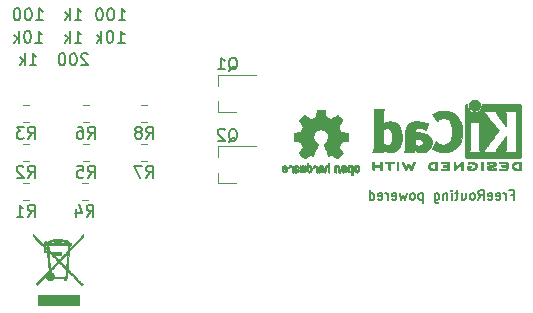
<source format=gbr>
%TF.GenerationSoftware,KiCad,Pcbnew,5.1.5+dfsg1-2build2*%
%TF.CreationDate,2021-07-06T16:50:00+02:00*%
%TF.ProjectId,airpcb_smd,61697270-6362-45f7-936d-642e6b696361,rev?*%
%TF.SameCoordinates,Original*%
%TF.FileFunction,Legend,Bot*%
%TF.FilePolarity,Positive*%
%FSLAX46Y46*%
G04 Gerber Fmt 4.6, Leading zero omitted, Abs format (unit mm)*
G04 Created by KiCad (PCBNEW 5.1.5+dfsg1-2build2) date 2021-07-06 16:50:00*
%MOMM*%
%LPD*%
G04 APERTURE LIST*
%ADD10C,0.150000*%
%ADD11C,0.010000*%
%ADD12C,0.120000*%
G04 APERTURE END LIST*
D10*
X97362357Y-33002857D02*
X97629023Y-33002857D01*
X97629023Y-33421904D02*
X97629023Y-32621904D01*
X97248071Y-32621904D01*
X96943309Y-33421904D02*
X96943309Y-32888571D01*
X96943309Y-33040952D02*
X96905214Y-32964761D01*
X96867119Y-32926666D01*
X96790928Y-32888571D01*
X96714738Y-32888571D01*
X96143309Y-33383809D02*
X96219500Y-33421904D01*
X96371880Y-33421904D01*
X96448071Y-33383809D01*
X96486166Y-33307619D01*
X96486166Y-33002857D01*
X96448071Y-32926666D01*
X96371880Y-32888571D01*
X96219500Y-32888571D01*
X96143309Y-32926666D01*
X96105214Y-33002857D01*
X96105214Y-33079047D01*
X96486166Y-33155238D01*
X95457595Y-33383809D02*
X95533785Y-33421904D01*
X95686166Y-33421904D01*
X95762357Y-33383809D01*
X95800452Y-33307619D01*
X95800452Y-33002857D01*
X95762357Y-32926666D01*
X95686166Y-32888571D01*
X95533785Y-32888571D01*
X95457595Y-32926666D01*
X95419500Y-33002857D01*
X95419500Y-33079047D01*
X95800452Y-33155238D01*
X94619500Y-33421904D02*
X94886166Y-33040952D01*
X95076642Y-33421904D02*
X95076642Y-32621904D01*
X94771880Y-32621904D01*
X94695690Y-32660000D01*
X94657595Y-32698095D01*
X94619500Y-32774285D01*
X94619500Y-32888571D01*
X94657595Y-32964761D01*
X94695690Y-33002857D01*
X94771880Y-33040952D01*
X95076642Y-33040952D01*
X94162357Y-33421904D02*
X94238547Y-33383809D01*
X94276642Y-33345714D01*
X94314738Y-33269523D01*
X94314738Y-33040952D01*
X94276642Y-32964761D01*
X94238547Y-32926666D01*
X94162357Y-32888571D01*
X94048071Y-32888571D01*
X93971880Y-32926666D01*
X93933785Y-32964761D01*
X93895690Y-33040952D01*
X93895690Y-33269523D01*
X93933785Y-33345714D01*
X93971880Y-33383809D01*
X94048071Y-33421904D01*
X94162357Y-33421904D01*
X93209976Y-32888571D02*
X93209976Y-33421904D01*
X93552833Y-32888571D02*
X93552833Y-33307619D01*
X93514738Y-33383809D01*
X93438547Y-33421904D01*
X93324261Y-33421904D01*
X93248071Y-33383809D01*
X93209976Y-33345714D01*
X92943309Y-32888571D02*
X92638547Y-32888571D01*
X92829023Y-32621904D02*
X92829023Y-33307619D01*
X92790928Y-33383809D01*
X92714738Y-33421904D01*
X92638547Y-33421904D01*
X92371880Y-33421904D02*
X92371880Y-32888571D01*
X92371880Y-32621904D02*
X92409976Y-32660000D01*
X92371880Y-32698095D01*
X92333785Y-32660000D01*
X92371880Y-32621904D01*
X92371880Y-32698095D01*
X91990928Y-32888571D02*
X91990928Y-33421904D01*
X91990928Y-32964761D02*
X91952833Y-32926666D01*
X91876642Y-32888571D01*
X91762357Y-32888571D01*
X91686166Y-32926666D01*
X91648071Y-33002857D01*
X91648071Y-33421904D01*
X90924261Y-32888571D02*
X90924261Y-33536190D01*
X90962357Y-33612380D01*
X91000452Y-33650476D01*
X91076642Y-33688571D01*
X91190928Y-33688571D01*
X91267119Y-33650476D01*
X90924261Y-33383809D02*
X91000452Y-33421904D01*
X91152833Y-33421904D01*
X91229023Y-33383809D01*
X91267119Y-33345714D01*
X91305214Y-33269523D01*
X91305214Y-33040952D01*
X91267119Y-32964761D01*
X91229023Y-32926666D01*
X91152833Y-32888571D01*
X91000452Y-32888571D01*
X90924261Y-32926666D01*
X89933785Y-32888571D02*
X89933785Y-33688571D01*
X89933785Y-32926666D02*
X89857595Y-32888571D01*
X89705214Y-32888571D01*
X89629023Y-32926666D01*
X89590928Y-32964761D01*
X89552833Y-33040952D01*
X89552833Y-33269523D01*
X89590928Y-33345714D01*
X89629023Y-33383809D01*
X89705214Y-33421904D01*
X89857595Y-33421904D01*
X89933785Y-33383809D01*
X89095690Y-33421904D02*
X89171880Y-33383809D01*
X89209976Y-33345714D01*
X89248071Y-33269523D01*
X89248071Y-33040952D01*
X89209976Y-32964761D01*
X89171880Y-32926666D01*
X89095690Y-32888571D01*
X88981404Y-32888571D01*
X88905214Y-32926666D01*
X88867119Y-32964761D01*
X88829023Y-33040952D01*
X88829023Y-33269523D01*
X88867119Y-33345714D01*
X88905214Y-33383809D01*
X88981404Y-33421904D01*
X89095690Y-33421904D01*
X88562357Y-32888571D02*
X88409976Y-33421904D01*
X88257595Y-33040952D01*
X88105214Y-33421904D01*
X87952833Y-32888571D01*
X87343309Y-33383809D02*
X87419500Y-33421904D01*
X87571880Y-33421904D01*
X87648071Y-33383809D01*
X87686166Y-33307619D01*
X87686166Y-33002857D01*
X87648071Y-32926666D01*
X87571880Y-32888571D01*
X87419500Y-32888571D01*
X87343309Y-32926666D01*
X87305214Y-33002857D01*
X87305214Y-33079047D01*
X87686166Y-33155238D01*
X86962357Y-33421904D02*
X86962357Y-32888571D01*
X86962357Y-33040952D02*
X86924261Y-32964761D01*
X86886166Y-32926666D01*
X86809976Y-32888571D01*
X86733785Y-32888571D01*
X86162357Y-33383809D02*
X86238547Y-33421904D01*
X86390928Y-33421904D01*
X86467119Y-33383809D01*
X86505214Y-33307619D01*
X86505214Y-33002857D01*
X86467119Y-32926666D01*
X86390928Y-32888571D01*
X86238547Y-32888571D01*
X86162357Y-32926666D01*
X86124261Y-33002857D01*
X86124261Y-33079047D01*
X86505214Y-33155238D01*
X85438547Y-33421904D02*
X85438547Y-32621904D01*
X85438547Y-33383809D02*
X85514738Y-33421904D01*
X85667119Y-33421904D01*
X85743309Y-33383809D01*
X85781404Y-33345714D01*
X85819500Y-33269523D01*
X85819500Y-33040952D01*
X85781404Y-32964761D01*
X85743309Y-32926666D01*
X85667119Y-32888571D01*
X85514738Y-32888571D01*
X85438547Y-32926666D01*
D11*
%TO.C,L1*%
G36*
X85719177Y-30214533D02*
G01*
X85687798Y-30236776D01*
X85660089Y-30264485D01*
X85660089Y-30573920D01*
X85660162Y-30665799D01*
X85660505Y-30737840D01*
X85661308Y-30792780D01*
X85662759Y-30833360D01*
X85665048Y-30862317D01*
X85668364Y-30882391D01*
X85672895Y-30896321D01*
X85678831Y-30906845D01*
X85683486Y-30913100D01*
X85714217Y-30937673D01*
X85749504Y-30940341D01*
X85781755Y-30925271D01*
X85792412Y-30916374D01*
X85799536Y-30904557D01*
X85803833Y-30885526D01*
X85806009Y-30854992D01*
X85806772Y-30808662D01*
X85806845Y-30772871D01*
X85806845Y-30638045D01*
X86303556Y-30638045D01*
X86303556Y-30760700D01*
X86304069Y-30816787D01*
X86306124Y-30855333D01*
X86310492Y-30881361D01*
X86317944Y-30899897D01*
X86326953Y-30913100D01*
X86357856Y-30937604D01*
X86392804Y-30940506D01*
X86426262Y-30923089D01*
X86435396Y-30913959D01*
X86441848Y-30901855D01*
X86446103Y-30883001D01*
X86448648Y-30853620D01*
X86449971Y-30809937D01*
X86450557Y-30748175D01*
X86450625Y-30734000D01*
X86451109Y-30617631D01*
X86451359Y-30521727D01*
X86451277Y-30444177D01*
X86450769Y-30382869D01*
X86449738Y-30335690D01*
X86448087Y-30300530D01*
X86445721Y-30275276D01*
X86442543Y-30257817D01*
X86438456Y-30246041D01*
X86433366Y-30237835D01*
X86427734Y-30231645D01*
X86395872Y-30211844D01*
X86362643Y-30214533D01*
X86331265Y-30236776D01*
X86318567Y-30251126D01*
X86310474Y-30266978D01*
X86305958Y-30289554D01*
X86303994Y-30324078D01*
X86303556Y-30375776D01*
X86303556Y-30491289D01*
X85806845Y-30491289D01*
X85806845Y-30372756D01*
X85806338Y-30318148D01*
X85804302Y-30281275D01*
X85799965Y-30257307D01*
X85792553Y-30241415D01*
X85784267Y-30231645D01*
X85752406Y-30211844D01*
X85719177Y-30214533D01*
G37*
X85719177Y-30214533D02*
X85687798Y-30236776D01*
X85660089Y-30264485D01*
X85660089Y-30573920D01*
X85660162Y-30665799D01*
X85660505Y-30737840D01*
X85661308Y-30792780D01*
X85662759Y-30833360D01*
X85665048Y-30862317D01*
X85668364Y-30882391D01*
X85672895Y-30896321D01*
X85678831Y-30906845D01*
X85683486Y-30913100D01*
X85714217Y-30937673D01*
X85749504Y-30940341D01*
X85781755Y-30925271D01*
X85792412Y-30916374D01*
X85799536Y-30904557D01*
X85803833Y-30885526D01*
X85806009Y-30854992D01*
X85806772Y-30808662D01*
X85806845Y-30772871D01*
X85806845Y-30638045D01*
X86303556Y-30638045D01*
X86303556Y-30760700D01*
X86304069Y-30816787D01*
X86306124Y-30855333D01*
X86310492Y-30881361D01*
X86317944Y-30899897D01*
X86326953Y-30913100D01*
X86357856Y-30937604D01*
X86392804Y-30940506D01*
X86426262Y-30923089D01*
X86435396Y-30913959D01*
X86441848Y-30901855D01*
X86446103Y-30883001D01*
X86448648Y-30853620D01*
X86449971Y-30809937D01*
X86450557Y-30748175D01*
X86450625Y-30734000D01*
X86451109Y-30617631D01*
X86451359Y-30521727D01*
X86451277Y-30444177D01*
X86450769Y-30382869D01*
X86449738Y-30335690D01*
X86448087Y-30300530D01*
X86445721Y-30275276D01*
X86442543Y-30257817D01*
X86438456Y-30246041D01*
X86433366Y-30237835D01*
X86427734Y-30231645D01*
X86395872Y-30211844D01*
X86362643Y-30214533D01*
X86331265Y-30236776D01*
X86318567Y-30251126D01*
X86310474Y-30266978D01*
X86305958Y-30289554D01*
X86303994Y-30324078D01*
X86303556Y-30375776D01*
X86303556Y-30491289D01*
X85806845Y-30491289D01*
X85806845Y-30372756D01*
X85806338Y-30318148D01*
X85804302Y-30281275D01*
X85799965Y-30257307D01*
X85792553Y-30241415D01*
X85784267Y-30231645D01*
X85752406Y-30211844D01*
X85719177Y-30214533D01*
G36*
X86984935Y-30209163D02*
G01*
X86906228Y-30209542D01*
X86845137Y-30210333D01*
X86799183Y-30211670D01*
X86765886Y-30213683D01*
X86742764Y-30216506D01*
X86727338Y-30220269D01*
X86717129Y-30225105D01*
X86712187Y-30228822D01*
X86686543Y-30261358D01*
X86683441Y-30295138D01*
X86699289Y-30325826D01*
X86709652Y-30338089D01*
X86720804Y-30346450D01*
X86736965Y-30351657D01*
X86762358Y-30354457D01*
X86801202Y-30355596D01*
X86857720Y-30355821D01*
X86868820Y-30355822D01*
X87014756Y-30355822D01*
X87014756Y-30626756D01*
X87014852Y-30712154D01*
X87015289Y-30777864D01*
X87016288Y-30826774D01*
X87018072Y-30861773D01*
X87020863Y-30885749D01*
X87024883Y-30901593D01*
X87030355Y-30912191D01*
X87037334Y-30920267D01*
X87070266Y-30940112D01*
X87104646Y-30938548D01*
X87135824Y-30915906D01*
X87138114Y-30913100D01*
X87145571Y-30902492D01*
X87151253Y-30890081D01*
X87155399Y-30872850D01*
X87158250Y-30847784D01*
X87160046Y-30811867D01*
X87161028Y-30762083D01*
X87161436Y-30695417D01*
X87161511Y-30619589D01*
X87161511Y-30355822D01*
X87300873Y-30355822D01*
X87360678Y-30355418D01*
X87402082Y-30353840D01*
X87429252Y-30350547D01*
X87446354Y-30344992D01*
X87457557Y-30336631D01*
X87458917Y-30335178D01*
X87475275Y-30301939D01*
X87473828Y-30264362D01*
X87455022Y-30231645D01*
X87447750Y-30225298D01*
X87438373Y-30220266D01*
X87424391Y-30216396D01*
X87403304Y-30213537D01*
X87372611Y-30211535D01*
X87329811Y-30210239D01*
X87272405Y-30209498D01*
X87197890Y-30209158D01*
X87103767Y-30209068D01*
X87083740Y-30209067D01*
X86984935Y-30209163D01*
G37*
X86984935Y-30209163D02*
X86906228Y-30209542D01*
X86845137Y-30210333D01*
X86799183Y-30211670D01*
X86765886Y-30213683D01*
X86742764Y-30216506D01*
X86727338Y-30220269D01*
X86717129Y-30225105D01*
X86712187Y-30228822D01*
X86686543Y-30261358D01*
X86683441Y-30295138D01*
X86699289Y-30325826D01*
X86709652Y-30338089D01*
X86720804Y-30346450D01*
X86736965Y-30351657D01*
X86762358Y-30354457D01*
X86801202Y-30355596D01*
X86857720Y-30355821D01*
X86868820Y-30355822D01*
X87014756Y-30355822D01*
X87014756Y-30626756D01*
X87014852Y-30712154D01*
X87015289Y-30777864D01*
X87016288Y-30826774D01*
X87018072Y-30861773D01*
X87020863Y-30885749D01*
X87024883Y-30901593D01*
X87030355Y-30912191D01*
X87037334Y-30920267D01*
X87070266Y-30940112D01*
X87104646Y-30938548D01*
X87135824Y-30915906D01*
X87138114Y-30913100D01*
X87145571Y-30902492D01*
X87151253Y-30890081D01*
X87155399Y-30872850D01*
X87158250Y-30847784D01*
X87160046Y-30811867D01*
X87161028Y-30762083D01*
X87161436Y-30695417D01*
X87161511Y-30619589D01*
X87161511Y-30355822D01*
X87300873Y-30355822D01*
X87360678Y-30355418D01*
X87402082Y-30353840D01*
X87429252Y-30350547D01*
X87446354Y-30344992D01*
X87457557Y-30336631D01*
X87458917Y-30335178D01*
X87475275Y-30301939D01*
X87473828Y-30264362D01*
X87455022Y-30231645D01*
X87447750Y-30225298D01*
X87438373Y-30220266D01*
X87424391Y-30216396D01*
X87403304Y-30213537D01*
X87372611Y-30211535D01*
X87329811Y-30210239D01*
X87272405Y-30209498D01*
X87197890Y-30209158D01*
X87103767Y-30209068D01*
X87083740Y-30209067D01*
X86984935Y-30209163D01*
G36*
X87759386Y-30215877D02*
G01*
X87735673Y-30230647D01*
X87709022Y-30252227D01*
X87709022Y-30573773D01*
X87709107Y-30667830D01*
X87709471Y-30741932D01*
X87710276Y-30798704D01*
X87711687Y-30840768D01*
X87713867Y-30870748D01*
X87716979Y-30891267D01*
X87721186Y-30904949D01*
X87726652Y-30914416D01*
X87730528Y-30919082D01*
X87761966Y-30939575D01*
X87797767Y-30938739D01*
X87829127Y-30921264D01*
X87855778Y-30899684D01*
X87855778Y-30252227D01*
X87829127Y-30230647D01*
X87803406Y-30214949D01*
X87782400Y-30209067D01*
X87759386Y-30215877D01*
G37*
X87759386Y-30215877D02*
X87735673Y-30230647D01*
X87709022Y-30252227D01*
X87709022Y-30573773D01*
X87709107Y-30667830D01*
X87709471Y-30741932D01*
X87710276Y-30798704D01*
X87711687Y-30840768D01*
X87713867Y-30870748D01*
X87716979Y-30891267D01*
X87721186Y-30904949D01*
X87726652Y-30914416D01*
X87730528Y-30919082D01*
X87761966Y-30939575D01*
X87797767Y-30938739D01*
X87829127Y-30921264D01*
X87855778Y-30899684D01*
X87855778Y-30252227D01*
X87829127Y-30230647D01*
X87803406Y-30214949D01*
X87782400Y-30209067D01*
X87759386Y-30215877D01*
G36*
X88203335Y-30211034D02*
G01*
X88183745Y-30218035D01*
X88182990Y-30218377D01*
X88156387Y-30238678D01*
X88141730Y-30259561D01*
X88138862Y-30269352D01*
X88139004Y-30282361D01*
X88143039Y-30300895D01*
X88151854Y-30327257D01*
X88166331Y-30363752D01*
X88187355Y-30412687D01*
X88215812Y-30476365D01*
X88252585Y-30557093D01*
X88272825Y-30601216D01*
X88309375Y-30679985D01*
X88343685Y-30752423D01*
X88374448Y-30815880D01*
X88400352Y-30867708D01*
X88420090Y-30905259D01*
X88432350Y-30925884D01*
X88434776Y-30928733D01*
X88465817Y-30941302D01*
X88500879Y-30939619D01*
X88529000Y-30924332D01*
X88530146Y-30923089D01*
X88541332Y-30906154D01*
X88560096Y-30873170D01*
X88584125Y-30828380D01*
X88611103Y-30776032D01*
X88620799Y-30756742D01*
X88693986Y-30610150D01*
X88773760Y-30769393D01*
X88802233Y-30824415D01*
X88828650Y-30872132D01*
X88850852Y-30908893D01*
X88866681Y-30931044D01*
X88872046Y-30935741D01*
X88913743Y-30942102D01*
X88948151Y-30928733D01*
X88958272Y-30914446D01*
X88975786Y-30882692D01*
X88999265Y-30836597D01*
X89027280Y-30779285D01*
X89058401Y-30713880D01*
X89091201Y-30643507D01*
X89124250Y-30571291D01*
X89156119Y-30500355D01*
X89185381Y-30433825D01*
X89210605Y-30374826D01*
X89230364Y-30326481D01*
X89243228Y-30291915D01*
X89247769Y-30274253D01*
X89247723Y-30273613D01*
X89236674Y-30251388D01*
X89214590Y-30228753D01*
X89213290Y-30227768D01*
X89186147Y-30212425D01*
X89161042Y-30212574D01*
X89151632Y-30215466D01*
X89140166Y-30221718D01*
X89127990Y-30234014D01*
X89113643Y-30254908D01*
X89095664Y-30286949D01*
X89072593Y-30332688D01*
X89042970Y-30394677D01*
X89016255Y-30451898D01*
X88985520Y-30518226D01*
X88957979Y-30577874D01*
X88935062Y-30627725D01*
X88918202Y-30664664D01*
X88908827Y-30685573D01*
X88907460Y-30688845D01*
X88901311Y-30683497D01*
X88887178Y-30661109D01*
X88866943Y-30624946D01*
X88842485Y-30578277D01*
X88832752Y-30559022D01*
X88799783Y-30494004D01*
X88774357Y-30446654D01*
X88754388Y-30414219D01*
X88737790Y-30393946D01*
X88722476Y-30383082D01*
X88706360Y-30378875D01*
X88695857Y-30378400D01*
X88677330Y-30380042D01*
X88661096Y-30386831D01*
X88644965Y-30401566D01*
X88626749Y-30427044D01*
X88604261Y-30466061D01*
X88575311Y-30521414D01*
X88559338Y-30552903D01*
X88533430Y-30603087D01*
X88510833Y-30644704D01*
X88493542Y-30674242D01*
X88483550Y-30688189D01*
X88482191Y-30688770D01*
X88475739Y-30677793D01*
X88461292Y-30649290D01*
X88440297Y-30606244D01*
X88414203Y-30551638D01*
X88384454Y-30488454D01*
X88369820Y-30457071D01*
X88331750Y-30376078D01*
X88301095Y-30313756D01*
X88276263Y-30268071D01*
X88255663Y-30236989D01*
X88237702Y-30218478D01*
X88220790Y-30210504D01*
X88203335Y-30211034D01*
G37*
X88203335Y-30211034D02*
X88183745Y-30218035D01*
X88182990Y-30218377D01*
X88156387Y-30238678D01*
X88141730Y-30259561D01*
X88138862Y-30269352D01*
X88139004Y-30282361D01*
X88143039Y-30300895D01*
X88151854Y-30327257D01*
X88166331Y-30363752D01*
X88187355Y-30412687D01*
X88215812Y-30476365D01*
X88252585Y-30557093D01*
X88272825Y-30601216D01*
X88309375Y-30679985D01*
X88343685Y-30752423D01*
X88374448Y-30815880D01*
X88400352Y-30867708D01*
X88420090Y-30905259D01*
X88432350Y-30925884D01*
X88434776Y-30928733D01*
X88465817Y-30941302D01*
X88500879Y-30939619D01*
X88529000Y-30924332D01*
X88530146Y-30923089D01*
X88541332Y-30906154D01*
X88560096Y-30873170D01*
X88584125Y-30828380D01*
X88611103Y-30776032D01*
X88620799Y-30756742D01*
X88693986Y-30610150D01*
X88773760Y-30769393D01*
X88802233Y-30824415D01*
X88828650Y-30872132D01*
X88850852Y-30908893D01*
X88866681Y-30931044D01*
X88872046Y-30935741D01*
X88913743Y-30942102D01*
X88948151Y-30928733D01*
X88958272Y-30914446D01*
X88975786Y-30882692D01*
X88999265Y-30836597D01*
X89027280Y-30779285D01*
X89058401Y-30713880D01*
X89091201Y-30643507D01*
X89124250Y-30571291D01*
X89156119Y-30500355D01*
X89185381Y-30433825D01*
X89210605Y-30374826D01*
X89230364Y-30326481D01*
X89243228Y-30291915D01*
X89247769Y-30274253D01*
X89247723Y-30273613D01*
X89236674Y-30251388D01*
X89214590Y-30228753D01*
X89213290Y-30227768D01*
X89186147Y-30212425D01*
X89161042Y-30212574D01*
X89151632Y-30215466D01*
X89140166Y-30221718D01*
X89127990Y-30234014D01*
X89113643Y-30254908D01*
X89095664Y-30286949D01*
X89072593Y-30332688D01*
X89042970Y-30394677D01*
X89016255Y-30451898D01*
X88985520Y-30518226D01*
X88957979Y-30577874D01*
X88935062Y-30627725D01*
X88918202Y-30664664D01*
X88908827Y-30685573D01*
X88907460Y-30688845D01*
X88901311Y-30683497D01*
X88887178Y-30661109D01*
X88866943Y-30624946D01*
X88842485Y-30578277D01*
X88832752Y-30559022D01*
X88799783Y-30494004D01*
X88774357Y-30446654D01*
X88754388Y-30414219D01*
X88737790Y-30393946D01*
X88722476Y-30383082D01*
X88706360Y-30378875D01*
X88695857Y-30378400D01*
X88677330Y-30380042D01*
X88661096Y-30386831D01*
X88644965Y-30401566D01*
X88626749Y-30427044D01*
X88604261Y-30466061D01*
X88575311Y-30521414D01*
X88559338Y-30552903D01*
X88533430Y-30603087D01*
X88510833Y-30644704D01*
X88493542Y-30674242D01*
X88483550Y-30688189D01*
X88482191Y-30688770D01*
X88475739Y-30677793D01*
X88461292Y-30649290D01*
X88440297Y-30606244D01*
X88414203Y-30551638D01*
X88384454Y-30488454D01*
X88369820Y-30457071D01*
X88331750Y-30376078D01*
X88301095Y-30313756D01*
X88276263Y-30268071D01*
X88255663Y-30236989D01*
X88237702Y-30218478D01*
X88220790Y-30210504D01*
X88203335Y-30211034D01*
G36*
X90929691Y-30209275D02*
G01*
X90800712Y-30213636D01*
X90691009Y-30226861D01*
X90598774Y-30249741D01*
X90522198Y-30283070D01*
X90459473Y-30327638D01*
X90408788Y-30384236D01*
X90368337Y-30453658D01*
X90367541Y-30455351D01*
X90343399Y-30517483D01*
X90334797Y-30572509D01*
X90341769Y-30627887D01*
X90364346Y-30691073D01*
X90368628Y-30700689D01*
X90397828Y-30756966D01*
X90430644Y-30800451D01*
X90472998Y-30837417D01*
X90530810Y-30874135D01*
X90534169Y-30876052D01*
X90584496Y-30900227D01*
X90641379Y-30918282D01*
X90708473Y-30930839D01*
X90789435Y-30938522D01*
X90887918Y-30941953D01*
X90922714Y-30942251D01*
X91088406Y-30942845D01*
X91111803Y-30913100D01*
X91118743Y-30903319D01*
X91124158Y-30891897D01*
X91128235Y-30876095D01*
X91131163Y-30853175D01*
X91133133Y-30820396D01*
X91133775Y-30796089D01*
X90977156Y-30796089D01*
X90883274Y-30796089D01*
X90828336Y-30794483D01*
X90771940Y-30790255D01*
X90725655Y-30784292D01*
X90722861Y-30783790D01*
X90640652Y-30761736D01*
X90576886Y-30728600D01*
X90529548Y-30682847D01*
X90496618Y-30622939D01*
X90490892Y-30607061D01*
X90485279Y-30582333D01*
X90487709Y-30557902D01*
X90499533Y-30525400D01*
X90506660Y-30509434D01*
X90530000Y-30467006D01*
X90558120Y-30437240D01*
X90589060Y-30416511D01*
X90651034Y-30389537D01*
X90730349Y-30369998D01*
X90822747Y-30358746D01*
X90889667Y-30356270D01*
X90977156Y-30355822D01*
X90977156Y-30796089D01*
X91133775Y-30796089D01*
X91134332Y-30775021D01*
X91134950Y-30714311D01*
X91135175Y-30635526D01*
X91135200Y-30573920D01*
X91135200Y-30264485D01*
X91107491Y-30236776D01*
X91095194Y-30225544D01*
X91081897Y-30217853D01*
X91063328Y-30213040D01*
X91035214Y-30210446D01*
X90993283Y-30209410D01*
X90933263Y-30209270D01*
X90929691Y-30209275D01*
G37*
X90929691Y-30209275D02*
X90800712Y-30213636D01*
X90691009Y-30226861D01*
X90598774Y-30249741D01*
X90522198Y-30283070D01*
X90459473Y-30327638D01*
X90408788Y-30384236D01*
X90368337Y-30453658D01*
X90367541Y-30455351D01*
X90343399Y-30517483D01*
X90334797Y-30572509D01*
X90341769Y-30627887D01*
X90364346Y-30691073D01*
X90368628Y-30700689D01*
X90397828Y-30756966D01*
X90430644Y-30800451D01*
X90472998Y-30837417D01*
X90530810Y-30874135D01*
X90534169Y-30876052D01*
X90584496Y-30900227D01*
X90641379Y-30918282D01*
X90708473Y-30930839D01*
X90789435Y-30938522D01*
X90887918Y-30941953D01*
X90922714Y-30942251D01*
X91088406Y-30942845D01*
X91111803Y-30913100D01*
X91118743Y-30903319D01*
X91124158Y-30891897D01*
X91128235Y-30876095D01*
X91131163Y-30853175D01*
X91133133Y-30820396D01*
X91133775Y-30796089D01*
X90977156Y-30796089D01*
X90883274Y-30796089D01*
X90828336Y-30794483D01*
X90771940Y-30790255D01*
X90725655Y-30784292D01*
X90722861Y-30783790D01*
X90640652Y-30761736D01*
X90576886Y-30728600D01*
X90529548Y-30682847D01*
X90496618Y-30622939D01*
X90490892Y-30607061D01*
X90485279Y-30582333D01*
X90487709Y-30557902D01*
X90499533Y-30525400D01*
X90506660Y-30509434D01*
X90530000Y-30467006D01*
X90558120Y-30437240D01*
X90589060Y-30416511D01*
X90651034Y-30389537D01*
X90730349Y-30369998D01*
X90822747Y-30358746D01*
X90889667Y-30356270D01*
X90977156Y-30355822D01*
X90977156Y-30796089D01*
X91133775Y-30796089D01*
X91134332Y-30775021D01*
X91134950Y-30714311D01*
X91135175Y-30635526D01*
X91135200Y-30573920D01*
X91135200Y-30264485D01*
X91107491Y-30236776D01*
X91095194Y-30225544D01*
X91081897Y-30217853D01*
X91063328Y-30213040D01*
X91035214Y-30210446D01*
X90993283Y-30209410D01*
X90933263Y-30209270D01*
X90929691Y-30209275D01*
G36*
X91717657Y-30209260D02*
G01*
X91641299Y-30210174D01*
X91582783Y-30212311D01*
X91539745Y-30216175D01*
X91509817Y-30222267D01*
X91490632Y-30231090D01*
X91479824Y-30243146D01*
X91475027Y-30258939D01*
X91473873Y-30278970D01*
X91473867Y-30281335D01*
X91474869Y-30303992D01*
X91479604Y-30321503D01*
X91490667Y-30334574D01*
X91510652Y-30343913D01*
X91542154Y-30350227D01*
X91587768Y-30354222D01*
X91650087Y-30356606D01*
X91731707Y-30358086D01*
X91756723Y-30358414D01*
X91998800Y-30361467D01*
X92002186Y-30426378D01*
X92005571Y-30491289D01*
X91837424Y-30491289D01*
X91771734Y-30491531D01*
X91724828Y-30492556D01*
X91692917Y-30494811D01*
X91672209Y-30498742D01*
X91658916Y-30504798D01*
X91649245Y-30513424D01*
X91649183Y-30513493D01*
X91631644Y-30547112D01*
X91632278Y-30583448D01*
X91650686Y-30614423D01*
X91654329Y-30617607D01*
X91667259Y-30625812D01*
X91684976Y-30631521D01*
X91711430Y-30635162D01*
X91750568Y-30637167D01*
X91806338Y-30637964D01*
X91842006Y-30638045D01*
X92004445Y-30638045D01*
X92004445Y-30796089D01*
X91757839Y-30796089D01*
X91676420Y-30796231D01*
X91614590Y-30796814D01*
X91569363Y-30798068D01*
X91537752Y-30800227D01*
X91516769Y-30803523D01*
X91503427Y-30808189D01*
X91494739Y-30814457D01*
X91492550Y-30816733D01*
X91476386Y-30848280D01*
X91475203Y-30884168D01*
X91488464Y-30915285D01*
X91498957Y-30925271D01*
X91509871Y-30930769D01*
X91526783Y-30935022D01*
X91552367Y-30938180D01*
X91589299Y-30940392D01*
X91640254Y-30941806D01*
X91707906Y-30942572D01*
X91794931Y-30942838D01*
X91814606Y-30942845D01*
X91903089Y-30942787D01*
X91971773Y-30942467D01*
X92023436Y-30941667D01*
X92060855Y-30940167D01*
X92086810Y-30937749D01*
X92104078Y-30934194D01*
X92115438Y-30929282D01*
X92123668Y-30922795D01*
X92128183Y-30918138D01*
X92134979Y-30909889D01*
X92140288Y-30899669D01*
X92144294Y-30884800D01*
X92147179Y-30862602D01*
X92149126Y-30830393D01*
X92150319Y-30785496D01*
X92150939Y-30725228D01*
X92151171Y-30646911D01*
X92151200Y-30580994D01*
X92151129Y-30488628D01*
X92150792Y-30416117D01*
X92150002Y-30360737D01*
X92148574Y-30319765D01*
X92146321Y-30290478D01*
X92143057Y-30270153D01*
X92138596Y-30256066D01*
X92132752Y-30245495D01*
X92127803Y-30238811D01*
X92104406Y-30209067D01*
X91814226Y-30209067D01*
X91717657Y-30209260D01*
G37*
X91717657Y-30209260D02*
X91641299Y-30210174D01*
X91582783Y-30212311D01*
X91539745Y-30216175D01*
X91509817Y-30222267D01*
X91490632Y-30231090D01*
X91479824Y-30243146D01*
X91475027Y-30258939D01*
X91473873Y-30278970D01*
X91473867Y-30281335D01*
X91474869Y-30303992D01*
X91479604Y-30321503D01*
X91490667Y-30334574D01*
X91510652Y-30343913D01*
X91542154Y-30350227D01*
X91587768Y-30354222D01*
X91650087Y-30356606D01*
X91731707Y-30358086D01*
X91756723Y-30358414D01*
X91998800Y-30361467D01*
X92002186Y-30426378D01*
X92005571Y-30491289D01*
X91837424Y-30491289D01*
X91771734Y-30491531D01*
X91724828Y-30492556D01*
X91692917Y-30494811D01*
X91672209Y-30498742D01*
X91658916Y-30504798D01*
X91649245Y-30513424D01*
X91649183Y-30513493D01*
X91631644Y-30547112D01*
X91632278Y-30583448D01*
X91650686Y-30614423D01*
X91654329Y-30617607D01*
X91667259Y-30625812D01*
X91684976Y-30631521D01*
X91711430Y-30635162D01*
X91750568Y-30637167D01*
X91806338Y-30637964D01*
X91842006Y-30638045D01*
X92004445Y-30638045D01*
X92004445Y-30796089D01*
X91757839Y-30796089D01*
X91676420Y-30796231D01*
X91614590Y-30796814D01*
X91569363Y-30798068D01*
X91537752Y-30800227D01*
X91516769Y-30803523D01*
X91503427Y-30808189D01*
X91494739Y-30814457D01*
X91492550Y-30816733D01*
X91476386Y-30848280D01*
X91475203Y-30884168D01*
X91488464Y-30915285D01*
X91498957Y-30925271D01*
X91509871Y-30930769D01*
X91526783Y-30935022D01*
X91552367Y-30938180D01*
X91589299Y-30940392D01*
X91640254Y-30941806D01*
X91707906Y-30942572D01*
X91794931Y-30942838D01*
X91814606Y-30942845D01*
X91903089Y-30942787D01*
X91971773Y-30942467D01*
X92023436Y-30941667D01*
X92060855Y-30940167D01*
X92086810Y-30937749D01*
X92104078Y-30934194D01*
X92115438Y-30929282D01*
X92123668Y-30922795D01*
X92128183Y-30918138D01*
X92134979Y-30909889D01*
X92140288Y-30899669D01*
X92144294Y-30884800D01*
X92147179Y-30862602D01*
X92149126Y-30830393D01*
X92150319Y-30785496D01*
X92150939Y-30725228D01*
X92151171Y-30646911D01*
X92151200Y-30580994D01*
X92151129Y-30488628D01*
X92150792Y-30416117D01*
X92150002Y-30360737D01*
X92148574Y-30319765D01*
X92146321Y-30290478D01*
X92143057Y-30270153D01*
X92138596Y-30256066D01*
X92132752Y-30245495D01*
X92127803Y-30238811D01*
X92104406Y-30209067D01*
X91814226Y-30209067D01*
X91717657Y-30209260D01*
G36*
X93248114Y-30213448D02*
G01*
X93224548Y-30227273D01*
X93193735Y-30249881D01*
X93154078Y-30282338D01*
X93103980Y-30325708D01*
X93041843Y-30381058D01*
X92966072Y-30449451D01*
X92879334Y-30528084D01*
X92698711Y-30691878D01*
X92693067Y-30472029D01*
X92691029Y-30396351D01*
X92689063Y-30339994D01*
X92686734Y-30299706D01*
X92683606Y-30272235D01*
X92679245Y-30254329D01*
X92673216Y-30242737D01*
X92665084Y-30234208D01*
X92660772Y-30230623D01*
X92626241Y-30211670D01*
X92593383Y-30214441D01*
X92567318Y-30230633D01*
X92540667Y-30252199D01*
X92537352Y-30567151D01*
X92536435Y-30659779D01*
X92535968Y-30732544D01*
X92536113Y-30788161D01*
X92537032Y-30829342D01*
X92538887Y-30858803D01*
X92541839Y-30879255D01*
X92546050Y-30893413D01*
X92551682Y-30903991D01*
X92557927Y-30912474D01*
X92571439Y-30928207D01*
X92584883Y-30938636D01*
X92600124Y-30942639D01*
X92619026Y-30939094D01*
X92643455Y-30926879D01*
X92675273Y-30904871D01*
X92716348Y-30871949D01*
X92768542Y-30826991D01*
X92833722Y-30768875D01*
X92907556Y-30702099D01*
X93172845Y-30461458D01*
X93178489Y-30680589D01*
X93180531Y-30756128D01*
X93182502Y-30812354D01*
X93184839Y-30852524D01*
X93187981Y-30879896D01*
X93192364Y-30897728D01*
X93198424Y-30909279D01*
X93206600Y-30917807D01*
X93210784Y-30921282D01*
X93247765Y-30940372D01*
X93282708Y-30937493D01*
X93313136Y-30913100D01*
X93320097Y-30903286D01*
X93325523Y-30891826D01*
X93329603Y-30875968D01*
X93332529Y-30852963D01*
X93334492Y-30820062D01*
X93335683Y-30774516D01*
X93336292Y-30713573D01*
X93336511Y-30634486D01*
X93336534Y-30575956D01*
X93336460Y-30484407D01*
X93336113Y-30412687D01*
X93335301Y-30358045D01*
X93333833Y-30317732D01*
X93331519Y-30288998D01*
X93328167Y-30269093D01*
X93323588Y-30255268D01*
X93317589Y-30244772D01*
X93313136Y-30238811D01*
X93301850Y-30224691D01*
X93291301Y-30214029D01*
X93279893Y-30207892D01*
X93266030Y-30207343D01*
X93248114Y-30213448D01*
G37*
X93248114Y-30213448D02*
X93224548Y-30227273D01*
X93193735Y-30249881D01*
X93154078Y-30282338D01*
X93103980Y-30325708D01*
X93041843Y-30381058D01*
X92966072Y-30449451D01*
X92879334Y-30528084D01*
X92698711Y-30691878D01*
X92693067Y-30472029D01*
X92691029Y-30396351D01*
X92689063Y-30339994D01*
X92686734Y-30299706D01*
X92683606Y-30272235D01*
X92679245Y-30254329D01*
X92673216Y-30242737D01*
X92665084Y-30234208D01*
X92660772Y-30230623D01*
X92626241Y-30211670D01*
X92593383Y-30214441D01*
X92567318Y-30230633D01*
X92540667Y-30252199D01*
X92537352Y-30567151D01*
X92536435Y-30659779D01*
X92535968Y-30732544D01*
X92536113Y-30788161D01*
X92537032Y-30829342D01*
X92538887Y-30858803D01*
X92541839Y-30879255D01*
X92546050Y-30893413D01*
X92551682Y-30903991D01*
X92557927Y-30912474D01*
X92571439Y-30928207D01*
X92584883Y-30938636D01*
X92600124Y-30942639D01*
X92619026Y-30939094D01*
X92643455Y-30926879D01*
X92675273Y-30904871D01*
X92716348Y-30871949D01*
X92768542Y-30826991D01*
X92833722Y-30768875D01*
X92907556Y-30702099D01*
X93172845Y-30461458D01*
X93178489Y-30680589D01*
X93180531Y-30756128D01*
X93182502Y-30812354D01*
X93184839Y-30852524D01*
X93187981Y-30879896D01*
X93192364Y-30897728D01*
X93198424Y-30909279D01*
X93206600Y-30917807D01*
X93210784Y-30921282D01*
X93247765Y-30940372D01*
X93282708Y-30937493D01*
X93313136Y-30913100D01*
X93320097Y-30903286D01*
X93325523Y-30891826D01*
X93329603Y-30875968D01*
X93332529Y-30852963D01*
X93334492Y-30820062D01*
X93335683Y-30774516D01*
X93336292Y-30713573D01*
X93336511Y-30634486D01*
X93336534Y-30575956D01*
X93336460Y-30484407D01*
X93336113Y-30412687D01*
X93335301Y-30358045D01*
X93333833Y-30317732D01*
X93331519Y-30288998D01*
X93328167Y-30269093D01*
X93323588Y-30255268D01*
X93317589Y-30244772D01*
X93313136Y-30238811D01*
X93301850Y-30224691D01*
X93291301Y-30214029D01*
X93279893Y-30207892D01*
X93266030Y-30207343D01*
X93248114Y-30213448D01*
G36*
X93898081Y-30214599D02*
G01*
X93829565Y-30226095D01*
X93776943Y-30243967D01*
X93742708Y-30267499D01*
X93733379Y-30280924D01*
X93723893Y-30312148D01*
X93730277Y-30340395D01*
X93750430Y-30367182D01*
X93781745Y-30379713D01*
X93827183Y-30378696D01*
X93862326Y-30371906D01*
X93940419Y-30358971D01*
X94020226Y-30357742D01*
X94109555Y-30368241D01*
X94134229Y-30372690D01*
X94217291Y-30396108D01*
X94282273Y-30430945D01*
X94328461Y-30476604D01*
X94355145Y-30532494D01*
X94360663Y-30561388D01*
X94357051Y-30620012D01*
X94333729Y-30671879D01*
X94292824Y-30715978D01*
X94236459Y-30751299D01*
X94166760Y-30776829D01*
X94085852Y-30791559D01*
X93995860Y-30794478D01*
X93898910Y-30784575D01*
X93893436Y-30783641D01*
X93854875Y-30776459D01*
X93833494Y-30769521D01*
X93824227Y-30759227D01*
X93822006Y-30741976D01*
X93821956Y-30732841D01*
X93821956Y-30694489D01*
X93890431Y-30694489D01*
X93950900Y-30690347D01*
X93992165Y-30677147D01*
X94016175Y-30653730D01*
X94024877Y-30618936D01*
X94024983Y-30614394D01*
X94019892Y-30584654D01*
X94002433Y-30563419D01*
X93969939Y-30549366D01*
X93919743Y-30541173D01*
X93871123Y-30538161D01*
X93800456Y-30536433D01*
X93749198Y-30539070D01*
X93714239Y-30548800D01*
X93692470Y-30568353D01*
X93680780Y-30600456D01*
X93676060Y-30647838D01*
X93675200Y-30710071D01*
X93676609Y-30779535D01*
X93680848Y-30826786D01*
X93687936Y-30852012D01*
X93689311Y-30853988D01*
X93728228Y-30885508D01*
X93785286Y-30910470D01*
X93856869Y-30928340D01*
X93939358Y-30938586D01*
X94029139Y-30940673D01*
X94122592Y-30934068D01*
X94177556Y-30925956D01*
X94263766Y-30901554D01*
X94343892Y-30861662D01*
X94410977Y-30809887D01*
X94421173Y-30799539D01*
X94454302Y-30756035D01*
X94484194Y-30702118D01*
X94507357Y-30645592D01*
X94520298Y-30594259D01*
X94521858Y-30574544D01*
X94515218Y-30533419D01*
X94497568Y-30482252D01*
X94472297Y-30428394D01*
X94442789Y-30379195D01*
X94416719Y-30346334D01*
X94355765Y-30297452D01*
X94276969Y-30258545D01*
X94183157Y-30230494D01*
X94077150Y-30214179D01*
X93980000Y-30210192D01*
X93898081Y-30214599D01*
G37*
X93898081Y-30214599D02*
X93829565Y-30226095D01*
X93776943Y-30243967D01*
X93742708Y-30267499D01*
X93733379Y-30280924D01*
X93723893Y-30312148D01*
X93730277Y-30340395D01*
X93750430Y-30367182D01*
X93781745Y-30379713D01*
X93827183Y-30378696D01*
X93862326Y-30371906D01*
X93940419Y-30358971D01*
X94020226Y-30357742D01*
X94109555Y-30368241D01*
X94134229Y-30372690D01*
X94217291Y-30396108D01*
X94282273Y-30430945D01*
X94328461Y-30476604D01*
X94355145Y-30532494D01*
X94360663Y-30561388D01*
X94357051Y-30620012D01*
X94333729Y-30671879D01*
X94292824Y-30715978D01*
X94236459Y-30751299D01*
X94166760Y-30776829D01*
X94085852Y-30791559D01*
X93995860Y-30794478D01*
X93898910Y-30784575D01*
X93893436Y-30783641D01*
X93854875Y-30776459D01*
X93833494Y-30769521D01*
X93824227Y-30759227D01*
X93822006Y-30741976D01*
X93821956Y-30732841D01*
X93821956Y-30694489D01*
X93890431Y-30694489D01*
X93950900Y-30690347D01*
X93992165Y-30677147D01*
X94016175Y-30653730D01*
X94024877Y-30618936D01*
X94024983Y-30614394D01*
X94019892Y-30584654D01*
X94002433Y-30563419D01*
X93969939Y-30549366D01*
X93919743Y-30541173D01*
X93871123Y-30538161D01*
X93800456Y-30536433D01*
X93749198Y-30539070D01*
X93714239Y-30548800D01*
X93692470Y-30568353D01*
X93680780Y-30600456D01*
X93676060Y-30647838D01*
X93675200Y-30710071D01*
X93676609Y-30779535D01*
X93680848Y-30826786D01*
X93687936Y-30852012D01*
X93689311Y-30853988D01*
X93728228Y-30885508D01*
X93785286Y-30910470D01*
X93856869Y-30928340D01*
X93939358Y-30938586D01*
X94029139Y-30940673D01*
X94122592Y-30934068D01*
X94177556Y-30925956D01*
X94263766Y-30901554D01*
X94343892Y-30861662D01*
X94410977Y-30809887D01*
X94421173Y-30799539D01*
X94454302Y-30756035D01*
X94484194Y-30702118D01*
X94507357Y-30645592D01*
X94520298Y-30594259D01*
X94521858Y-30574544D01*
X94515218Y-30533419D01*
X94497568Y-30482252D01*
X94472297Y-30428394D01*
X94442789Y-30379195D01*
X94416719Y-30346334D01*
X94355765Y-30297452D01*
X94276969Y-30258545D01*
X94183157Y-30230494D01*
X94077150Y-30214179D01*
X93980000Y-30210192D01*
X93898081Y-30214599D01*
G36*
X94871822Y-30231645D02*
G01*
X94865242Y-30239218D01*
X94860079Y-30248987D01*
X94856164Y-30263571D01*
X94853324Y-30285585D01*
X94851387Y-30317648D01*
X94850183Y-30362375D01*
X94849539Y-30422385D01*
X94849284Y-30500294D01*
X94849245Y-30575956D01*
X94849314Y-30669802D01*
X94849638Y-30743689D01*
X94850386Y-30800232D01*
X94851732Y-30842049D01*
X94853846Y-30871757D01*
X94856900Y-30891973D01*
X94861066Y-30905314D01*
X94866516Y-30914398D01*
X94871822Y-30920267D01*
X94904826Y-30939947D01*
X94939991Y-30938181D01*
X94971455Y-30916717D01*
X94978684Y-30908337D01*
X94984334Y-30898614D01*
X94988599Y-30884861D01*
X94991673Y-30864389D01*
X94993752Y-30834512D01*
X94995030Y-30792541D01*
X94995701Y-30735789D01*
X94995959Y-30661567D01*
X94996000Y-30577537D01*
X94996000Y-30264485D01*
X94968291Y-30236776D01*
X94934137Y-30213463D01*
X94901006Y-30212623D01*
X94871822Y-30231645D01*
G37*
X94871822Y-30231645D02*
X94865242Y-30239218D01*
X94860079Y-30248987D01*
X94856164Y-30263571D01*
X94853324Y-30285585D01*
X94851387Y-30317648D01*
X94850183Y-30362375D01*
X94849539Y-30422385D01*
X94849284Y-30500294D01*
X94849245Y-30575956D01*
X94849314Y-30669802D01*
X94849638Y-30743689D01*
X94850386Y-30800232D01*
X94851732Y-30842049D01*
X94853846Y-30871757D01*
X94856900Y-30891973D01*
X94861066Y-30905314D01*
X94866516Y-30914398D01*
X94871822Y-30920267D01*
X94904826Y-30939947D01*
X94939991Y-30938181D01*
X94971455Y-30916717D01*
X94978684Y-30908337D01*
X94984334Y-30898614D01*
X94988599Y-30884861D01*
X94991673Y-30864389D01*
X94993752Y-30834512D01*
X94995030Y-30792541D01*
X94995701Y-30735789D01*
X94995959Y-30661567D01*
X94996000Y-30577537D01*
X94996000Y-30264485D01*
X94968291Y-30236776D01*
X94934137Y-30213463D01*
X94901006Y-30212623D01*
X94871822Y-30231645D01*
G36*
X95639703Y-30210351D02*
G01*
X95564888Y-30215581D01*
X95495306Y-30223750D01*
X95435002Y-30234550D01*
X95388020Y-30247673D01*
X95358406Y-30262813D01*
X95353860Y-30267269D01*
X95338054Y-30301850D01*
X95342847Y-30337351D01*
X95367364Y-30367725D01*
X95368534Y-30368596D01*
X95382954Y-30377954D01*
X95398008Y-30382876D01*
X95419005Y-30383473D01*
X95451257Y-30379861D01*
X95500073Y-30372154D01*
X95504000Y-30371505D01*
X95576739Y-30362569D01*
X95655217Y-30358161D01*
X95733927Y-30358119D01*
X95807361Y-30362279D01*
X95870011Y-30370479D01*
X95916370Y-30382557D01*
X95919416Y-30383771D01*
X95953048Y-30402615D01*
X95964864Y-30421685D01*
X95955614Y-30440439D01*
X95926047Y-30458337D01*
X95876911Y-30474837D01*
X95808957Y-30489396D01*
X95763645Y-30496406D01*
X95669456Y-30509889D01*
X95594544Y-30522214D01*
X95535717Y-30534449D01*
X95489785Y-30547661D01*
X95453555Y-30562917D01*
X95423838Y-30581285D01*
X95397442Y-30603831D01*
X95376230Y-30625971D01*
X95351065Y-30656819D01*
X95338681Y-30683345D01*
X95334808Y-30716026D01*
X95334667Y-30727995D01*
X95337576Y-30767712D01*
X95349202Y-30797259D01*
X95369323Y-30823486D01*
X95410216Y-30863576D01*
X95455817Y-30894149D01*
X95509513Y-30916203D01*
X95574692Y-30930735D01*
X95654744Y-30938741D01*
X95753057Y-30941218D01*
X95769289Y-30941177D01*
X95834849Y-30939818D01*
X95899866Y-30936730D01*
X95957252Y-30932356D01*
X95999922Y-30927140D01*
X96003372Y-30926541D01*
X96045796Y-30916491D01*
X96081780Y-30903796D01*
X96102150Y-30892190D01*
X96121107Y-30861572D01*
X96122427Y-30825918D01*
X96106085Y-30794144D01*
X96102429Y-30790551D01*
X96087315Y-30779876D01*
X96068415Y-30775276D01*
X96039162Y-30776059D01*
X96003651Y-30780127D01*
X95963970Y-30783762D01*
X95908345Y-30786828D01*
X95843406Y-30789053D01*
X95775785Y-30790164D01*
X95758000Y-30790237D01*
X95690128Y-30789964D01*
X95640454Y-30788646D01*
X95604610Y-30785827D01*
X95578224Y-30781050D01*
X95556926Y-30773857D01*
X95544126Y-30767867D01*
X95516000Y-30751233D01*
X95498068Y-30736168D01*
X95495447Y-30731897D01*
X95500976Y-30714263D01*
X95527260Y-30697192D01*
X95572478Y-30681458D01*
X95634808Y-30667838D01*
X95653171Y-30664804D01*
X95749090Y-30649738D01*
X95825641Y-30637146D01*
X95885780Y-30626111D01*
X95932460Y-30615720D01*
X95968637Y-30605056D01*
X95997265Y-30593205D01*
X96021298Y-30579251D01*
X96043692Y-30562281D01*
X96067402Y-30541378D01*
X96075380Y-30534049D01*
X96103353Y-30506699D01*
X96118160Y-30485029D01*
X96123952Y-30460232D01*
X96124889Y-30428983D01*
X96114575Y-30367705D01*
X96083752Y-30315640D01*
X96032595Y-30272958D01*
X95961283Y-30239825D01*
X95910400Y-30224964D01*
X95855100Y-30215366D01*
X95788853Y-30209936D01*
X95715706Y-30208367D01*
X95639703Y-30210351D01*
G37*
X95639703Y-30210351D02*
X95564888Y-30215581D01*
X95495306Y-30223750D01*
X95435002Y-30234550D01*
X95388020Y-30247673D01*
X95358406Y-30262813D01*
X95353860Y-30267269D01*
X95338054Y-30301850D01*
X95342847Y-30337351D01*
X95367364Y-30367725D01*
X95368534Y-30368596D01*
X95382954Y-30377954D01*
X95398008Y-30382876D01*
X95419005Y-30383473D01*
X95451257Y-30379861D01*
X95500073Y-30372154D01*
X95504000Y-30371505D01*
X95576739Y-30362569D01*
X95655217Y-30358161D01*
X95733927Y-30358119D01*
X95807361Y-30362279D01*
X95870011Y-30370479D01*
X95916370Y-30382557D01*
X95919416Y-30383771D01*
X95953048Y-30402615D01*
X95964864Y-30421685D01*
X95955614Y-30440439D01*
X95926047Y-30458337D01*
X95876911Y-30474837D01*
X95808957Y-30489396D01*
X95763645Y-30496406D01*
X95669456Y-30509889D01*
X95594544Y-30522214D01*
X95535717Y-30534449D01*
X95489785Y-30547661D01*
X95453555Y-30562917D01*
X95423838Y-30581285D01*
X95397442Y-30603831D01*
X95376230Y-30625971D01*
X95351065Y-30656819D01*
X95338681Y-30683345D01*
X95334808Y-30716026D01*
X95334667Y-30727995D01*
X95337576Y-30767712D01*
X95349202Y-30797259D01*
X95369323Y-30823486D01*
X95410216Y-30863576D01*
X95455817Y-30894149D01*
X95509513Y-30916203D01*
X95574692Y-30930735D01*
X95654744Y-30938741D01*
X95753057Y-30941218D01*
X95769289Y-30941177D01*
X95834849Y-30939818D01*
X95899866Y-30936730D01*
X95957252Y-30932356D01*
X95999922Y-30927140D01*
X96003372Y-30926541D01*
X96045796Y-30916491D01*
X96081780Y-30903796D01*
X96102150Y-30892190D01*
X96121107Y-30861572D01*
X96122427Y-30825918D01*
X96106085Y-30794144D01*
X96102429Y-30790551D01*
X96087315Y-30779876D01*
X96068415Y-30775276D01*
X96039162Y-30776059D01*
X96003651Y-30780127D01*
X95963970Y-30783762D01*
X95908345Y-30786828D01*
X95843406Y-30789053D01*
X95775785Y-30790164D01*
X95758000Y-30790237D01*
X95690128Y-30789964D01*
X95640454Y-30788646D01*
X95604610Y-30785827D01*
X95578224Y-30781050D01*
X95556926Y-30773857D01*
X95544126Y-30767867D01*
X95516000Y-30751233D01*
X95498068Y-30736168D01*
X95495447Y-30731897D01*
X95500976Y-30714263D01*
X95527260Y-30697192D01*
X95572478Y-30681458D01*
X95634808Y-30667838D01*
X95653171Y-30664804D01*
X95749090Y-30649738D01*
X95825641Y-30637146D01*
X95885780Y-30626111D01*
X95932460Y-30615720D01*
X95968637Y-30605056D01*
X95997265Y-30593205D01*
X96021298Y-30579251D01*
X96043692Y-30562281D01*
X96067402Y-30541378D01*
X96075380Y-30534049D01*
X96103353Y-30506699D01*
X96118160Y-30485029D01*
X96123952Y-30460232D01*
X96124889Y-30428983D01*
X96114575Y-30367705D01*
X96083752Y-30315640D01*
X96032595Y-30272958D01*
X95961283Y-30239825D01*
X95910400Y-30224964D01*
X95855100Y-30215366D01*
X95788853Y-30209936D01*
X95715706Y-30208367D01*
X95639703Y-30210351D01*
G36*
X96660794Y-30209146D02*
G01*
X96591386Y-30209518D01*
X96538997Y-30210385D01*
X96500847Y-30211946D01*
X96474159Y-30214403D01*
X96456153Y-30217957D01*
X96444049Y-30222810D01*
X96435069Y-30229161D01*
X96431818Y-30232084D01*
X96412043Y-30263142D01*
X96408482Y-30298828D01*
X96421491Y-30330510D01*
X96427506Y-30336913D01*
X96437235Y-30343121D01*
X96452901Y-30347910D01*
X96477408Y-30351514D01*
X96513661Y-30354164D01*
X96564565Y-30356095D01*
X96633026Y-30357539D01*
X96695617Y-30358418D01*
X96943334Y-30361467D01*
X96946719Y-30426378D01*
X96950105Y-30491289D01*
X96781958Y-30491289D01*
X96708959Y-30491919D01*
X96655517Y-30494553D01*
X96618628Y-30500309D01*
X96595288Y-30510304D01*
X96582494Y-30525656D01*
X96577242Y-30547482D01*
X96576445Y-30567738D01*
X96578923Y-30592592D01*
X96588277Y-30610906D01*
X96607383Y-30623637D01*
X96639118Y-30631741D01*
X96686359Y-30636176D01*
X96751983Y-30637899D01*
X96787801Y-30638045D01*
X96948978Y-30638045D01*
X96948978Y-30796089D01*
X96700622Y-30796089D01*
X96619213Y-30796202D01*
X96557342Y-30796712D01*
X96511968Y-30797870D01*
X96480054Y-30799930D01*
X96458559Y-30803146D01*
X96444443Y-30807772D01*
X96434668Y-30814059D01*
X96429689Y-30818667D01*
X96412610Y-30845560D01*
X96407111Y-30869467D01*
X96414963Y-30898667D01*
X96429689Y-30920267D01*
X96437546Y-30927066D01*
X96447688Y-30932346D01*
X96462844Y-30936298D01*
X96485741Y-30939113D01*
X96519109Y-30940982D01*
X96565675Y-30942098D01*
X96628167Y-30942651D01*
X96709314Y-30942833D01*
X96751422Y-30942845D01*
X96841598Y-30942765D01*
X96911924Y-30942398D01*
X96965129Y-30941552D01*
X97003940Y-30940036D01*
X97031087Y-30937659D01*
X97049298Y-30934229D01*
X97061300Y-30929554D01*
X97069822Y-30923444D01*
X97073156Y-30920267D01*
X97079755Y-30912670D01*
X97084927Y-30902870D01*
X97088846Y-30888239D01*
X97091684Y-30866152D01*
X97093615Y-30833982D01*
X97094812Y-30789103D01*
X97095448Y-30728889D01*
X97095697Y-30650713D01*
X97095734Y-30577923D01*
X97095700Y-30484707D01*
X97095465Y-30411431D01*
X97094830Y-30355458D01*
X97093594Y-30314151D01*
X97091556Y-30284872D01*
X97088517Y-30264984D01*
X97084277Y-30251850D01*
X97078635Y-30242832D01*
X97071391Y-30235293D01*
X97069606Y-30233612D01*
X97060945Y-30226172D01*
X97050882Y-30220409D01*
X97036625Y-30216112D01*
X97015383Y-30213064D01*
X96984364Y-30211051D01*
X96940777Y-30209860D01*
X96881831Y-30209275D01*
X96804734Y-30209083D01*
X96750001Y-30209067D01*
X96660794Y-30209146D01*
G37*
X96660794Y-30209146D02*
X96591386Y-30209518D01*
X96538997Y-30210385D01*
X96500847Y-30211946D01*
X96474159Y-30214403D01*
X96456153Y-30217957D01*
X96444049Y-30222810D01*
X96435069Y-30229161D01*
X96431818Y-30232084D01*
X96412043Y-30263142D01*
X96408482Y-30298828D01*
X96421491Y-30330510D01*
X96427506Y-30336913D01*
X96437235Y-30343121D01*
X96452901Y-30347910D01*
X96477408Y-30351514D01*
X96513661Y-30354164D01*
X96564565Y-30356095D01*
X96633026Y-30357539D01*
X96695617Y-30358418D01*
X96943334Y-30361467D01*
X96946719Y-30426378D01*
X96950105Y-30491289D01*
X96781958Y-30491289D01*
X96708959Y-30491919D01*
X96655517Y-30494553D01*
X96618628Y-30500309D01*
X96595288Y-30510304D01*
X96582494Y-30525656D01*
X96577242Y-30547482D01*
X96576445Y-30567738D01*
X96578923Y-30592592D01*
X96588277Y-30610906D01*
X96607383Y-30623637D01*
X96639118Y-30631741D01*
X96686359Y-30636176D01*
X96751983Y-30637899D01*
X96787801Y-30638045D01*
X96948978Y-30638045D01*
X96948978Y-30796089D01*
X96700622Y-30796089D01*
X96619213Y-30796202D01*
X96557342Y-30796712D01*
X96511968Y-30797870D01*
X96480054Y-30799930D01*
X96458559Y-30803146D01*
X96444443Y-30807772D01*
X96434668Y-30814059D01*
X96429689Y-30818667D01*
X96412610Y-30845560D01*
X96407111Y-30869467D01*
X96414963Y-30898667D01*
X96429689Y-30920267D01*
X96437546Y-30927066D01*
X96447688Y-30932346D01*
X96462844Y-30936298D01*
X96485741Y-30939113D01*
X96519109Y-30940982D01*
X96565675Y-30942098D01*
X96628167Y-30942651D01*
X96709314Y-30942833D01*
X96751422Y-30942845D01*
X96841598Y-30942765D01*
X96911924Y-30942398D01*
X96965129Y-30941552D01*
X97003940Y-30940036D01*
X97031087Y-30937659D01*
X97049298Y-30934229D01*
X97061300Y-30929554D01*
X97069822Y-30923444D01*
X97073156Y-30920267D01*
X97079755Y-30912670D01*
X97084927Y-30902870D01*
X97088846Y-30888239D01*
X97091684Y-30866152D01*
X97093615Y-30833982D01*
X97094812Y-30789103D01*
X97095448Y-30728889D01*
X97095697Y-30650713D01*
X97095734Y-30577923D01*
X97095700Y-30484707D01*
X97095465Y-30411431D01*
X97094830Y-30355458D01*
X97093594Y-30314151D01*
X97091556Y-30284872D01*
X97088517Y-30264984D01*
X97084277Y-30251850D01*
X97078635Y-30242832D01*
X97071391Y-30235293D01*
X97069606Y-30233612D01*
X97060945Y-30226172D01*
X97050882Y-30220409D01*
X97036625Y-30216112D01*
X97015383Y-30213064D01*
X96984364Y-30211051D01*
X96940777Y-30209860D01*
X96881831Y-30209275D01*
X96804734Y-30209083D01*
X96750001Y-30209067D01*
X96660794Y-30209146D01*
G36*
X98069371Y-30209066D02*
G01*
X98029889Y-30209467D01*
X97914200Y-30212259D01*
X97817311Y-30220550D01*
X97735919Y-30235232D01*
X97666723Y-30257193D01*
X97606420Y-30287322D01*
X97551708Y-30326510D01*
X97532167Y-30343532D01*
X97499750Y-30383363D01*
X97470520Y-30437413D01*
X97447991Y-30497323D01*
X97435679Y-30554739D01*
X97434400Y-30575956D01*
X97442417Y-30634769D01*
X97463899Y-30699013D01*
X97494999Y-30759821D01*
X97531866Y-30808330D01*
X97537854Y-30814182D01*
X97588579Y-30855321D01*
X97644125Y-30887435D01*
X97707696Y-30911365D01*
X97782494Y-30927953D01*
X97871722Y-30938041D01*
X97978582Y-30942469D01*
X98027528Y-30942845D01*
X98089762Y-30942545D01*
X98133528Y-30941292D01*
X98162931Y-30938554D01*
X98182079Y-30933801D01*
X98195077Y-30926501D01*
X98202045Y-30920267D01*
X98208626Y-30912694D01*
X98213788Y-30902924D01*
X98217703Y-30888340D01*
X98220543Y-30866326D01*
X98222480Y-30834264D01*
X98223684Y-30789536D01*
X98224328Y-30729526D01*
X98224583Y-30651617D01*
X98224622Y-30575956D01*
X98224870Y-30475041D01*
X98224817Y-30394427D01*
X98223857Y-30355822D01*
X98077867Y-30355822D01*
X98077867Y-30796089D01*
X97984734Y-30796004D01*
X97928693Y-30794396D01*
X97869999Y-30790256D01*
X97821028Y-30784464D01*
X97819538Y-30784226D01*
X97740392Y-30765090D01*
X97679002Y-30735287D01*
X97632305Y-30692878D01*
X97602635Y-30646961D01*
X97584353Y-30596026D01*
X97585771Y-30548200D01*
X97606988Y-30496933D01*
X97648489Y-30443899D01*
X97705998Y-30404600D01*
X97780750Y-30378331D01*
X97830708Y-30369035D01*
X97887416Y-30362507D01*
X97947519Y-30357782D01*
X97998639Y-30355817D01*
X98001667Y-30355808D01*
X98077867Y-30355822D01*
X98223857Y-30355822D01*
X98223260Y-30331851D01*
X98218998Y-30285055D01*
X98210830Y-30251778D01*
X98197556Y-30229759D01*
X98177974Y-30216739D01*
X98150883Y-30210457D01*
X98115082Y-30208653D01*
X98069371Y-30209066D01*
G37*
X98069371Y-30209066D02*
X98029889Y-30209467D01*
X97914200Y-30212259D01*
X97817311Y-30220550D01*
X97735919Y-30235232D01*
X97666723Y-30257193D01*
X97606420Y-30287322D01*
X97551708Y-30326510D01*
X97532167Y-30343532D01*
X97499750Y-30383363D01*
X97470520Y-30437413D01*
X97447991Y-30497323D01*
X97435679Y-30554739D01*
X97434400Y-30575956D01*
X97442417Y-30634769D01*
X97463899Y-30699013D01*
X97494999Y-30759821D01*
X97531866Y-30808330D01*
X97537854Y-30814182D01*
X97588579Y-30855321D01*
X97644125Y-30887435D01*
X97707696Y-30911365D01*
X97782494Y-30927953D01*
X97871722Y-30938041D01*
X97978582Y-30942469D01*
X98027528Y-30942845D01*
X98089762Y-30942545D01*
X98133528Y-30941292D01*
X98162931Y-30938554D01*
X98182079Y-30933801D01*
X98195077Y-30926501D01*
X98202045Y-30920267D01*
X98208626Y-30912694D01*
X98213788Y-30902924D01*
X98217703Y-30888340D01*
X98220543Y-30866326D01*
X98222480Y-30834264D01*
X98223684Y-30789536D01*
X98224328Y-30729526D01*
X98224583Y-30651617D01*
X98224622Y-30575956D01*
X98224870Y-30475041D01*
X98224817Y-30394427D01*
X98223857Y-30355822D01*
X98077867Y-30355822D01*
X98077867Y-30796089D01*
X97984734Y-30796004D01*
X97928693Y-30794396D01*
X97869999Y-30790256D01*
X97821028Y-30784464D01*
X97819538Y-30784226D01*
X97740392Y-30765090D01*
X97679002Y-30735287D01*
X97632305Y-30692878D01*
X97602635Y-30646961D01*
X97584353Y-30596026D01*
X97585771Y-30548200D01*
X97606988Y-30496933D01*
X97648489Y-30443899D01*
X97705998Y-30404600D01*
X97780750Y-30378331D01*
X97830708Y-30369035D01*
X97887416Y-30362507D01*
X97947519Y-30357782D01*
X97998639Y-30355817D01*
X98001667Y-30355808D01*
X98077867Y-30355822D01*
X98223857Y-30355822D01*
X98223260Y-30331851D01*
X98218998Y-30285055D01*
X98210830Y-30251778D01*
X98197556Y-30229759D01*
X98177974Y-30216739D01*
X98150883Y-30210457D01*
X98115082Y-30208653D01*
X98069371Y-30209066D01*
G36*
X94221043Y-24966571D02*
G01*
X94124768Y-24990809D01*
X94038184Y-25033641D01*
X93963373Y-25093419D01*
X93902418Y-25168494D01*
X93857399Y-25257220D01*
X93831136Y-25353530D01*
X93825286Y-25450795D01*
X93840140Y-25544654D01*
X93873840Y-25632511D01*
X93924528Y-25711770D01*
X93990345Y-25779836D01*
X94069434Y-25834112D01*
X94159934Y-25872002D01*
X94211200Y-25884426D01*
X94255698Y-25891947D01*
X94289999Y-25894919D01*
X94322960Y-25893094D01*
X94363434Y-25886225D01*
X94396531Y-25879250D01*
X94489947Y-25847741D01*
X94573619Y-25796617D01*
X94645665Y-25727429D01*
X94704200Y-25641728D01*
X94718148Y-25614489D01*
X94734586Y-25578122D01*
X94744894Y-25547582D01*
X94750460Y-25515450D01*
X94752669Y-25474307D01*
X94752948Y-25428222D01*
X94748861Y-25343865D01*
X94735446Y-25274586D01*
X94710256Y-25213961D01*
X94670846Y-25155567D01*
X94632298Y-25111302D01*
X94560406Y-25045484D01*
X94485313Y-25000053D01*
X94402562Y-24972850D01*
X94324928Y-24962576D01*
X94221043Y-24966571D01*
G37*
X94221043Y-24966571D02*
X94124768Y-24990809D01*
X94038184Y-25033641D01*
X93963373Y-25093419D01*
X93902418Y-25168494D01*
X93857399Y-25257220D01*
X93831136Y-25353530D01*
X93825286Y-25450795D01*
X93840140Y-25544654D01*
X93873840Y-25632511D01*
X93924528Y-25711770D01*
X93990345Y-25779836D01*
X94069434Y-25834112D01*
X94159934Y-25872002D01*
X94211200Y-25884426D01*
X94255698Y-25891947D01*
X94289999Y-25894919D01*
X94322960Y-25893094D01*
X94363434Y-25886225D01*
X94396531Y-25879250D01*
X94489947Y-25847741D01*
X94573619Y-25796617D01*
X94645665Y-25727429D01*
X94704200Y-25641728D01*
X94718148Y-25614489D01*
X94734586Y-25578122D01*
X94744894Y-25547582D01*
X94750460Y-25515450D01*
X94752669Y-25474307D01*
X94752948Y-25428222D01*
X94748861Y-25343865D01*
X94735446Y-25274586D01*
X94710256Y-25213961D01*
X94670846Y-25155567D01*
X94632298Y-25111302D01*
X94560406Y-25045484D01*
X94485313Y-25000053D01*
X94402562Y-24972850D01*
X94324928Y-24962576D01*
X94221043Y-24966571D01*
G36*
X85761493Y-27412245D02*
G01*
X85761474Y-27646662D01*
X85761448Y-27859603D01*
X85761375Y-28052168D01*
X85761218Y-28225459D01*
X85760936Y-28380576D01*
X85760491Y-28518620D01*
X85759844Y-28640692D01*
X85758955Y-28747894D01*
X85757787Y-28841326D01*
X85756299Y-28922090D01*
X85754454Y-28991286D01*
X85752211Y-29050015D01*
X85749531Y-29099379D01*
X85746377Y-29140478D01*
X85742708Y-29174413D01*
X85738487Y-29202286D01*
X85733673Y-29225198D01*
X85728227Y-29244249D01*
X85722112Y-29260540D01*
X85715288Y-29275173D01*
X85707715Y-29289249D01*
X85699355Y-29303868D01*
X85694161Y-29312974D01*
X85659896Y-29373689D01*
X86518045Y-29373689D01*
X86518045Y-29277733D01*
X86518776Y-29234370D01*
X86520728Y-29201205D01*
X86523537Y-29183424D01*
X86524779Y-29181778D01*
X86536201Y-29188662D01*
X86558916Y-29206505D01*
X86581615Y-29225879D01*
X86636200Y-29266614D01*
X86705679Y-29307617D01*
X86782730Y-29345123D01*
X86860035Y-29375364D01*
X86890887Y-29385012D01*
X86959384Y-29399578D01*
X87042236Y-29409539D01*
X87131629Y-29414583D01*
X87219752Y-29414396D01*
X87298793Y-29408666D01*
X87336489Y-29402858D01*
X87474586Y-29364797D01*
X87601887Y-29307073D01*
X87717708Y-29230211D01*
X87821363Y-29134739D01*
X87912167Y-29021179D01*
X87978969Y-28910381D01*
X88033836Y-28793625D01*
X88075837Y-28674276D01*
X88105833Y-28548283D01*
X88124689Y-28411594D01*
X88133268Y-28260158D01*
X88133994Y-28182711D01*
X88131900Y-28125934D01*
X87302783Y-28125934D01*
X87302576Y-28219002D01*
X87299663Y-28306692D01*
X87294000Y-28383772D01*
X87285545Y-28445009D01*
X87282962Y-28457350D01*
X87251160Y-28564633D01*
X87209502Y-28651658D01*
X87157637Y-28718642D01*
X87095219Y-28765805D01*
X87021900Y-28793365D01*
X86937331Y-28801541D01*
X86841165Y-28790551D01*
X86777689Y-28774829D01*
X86728546Y-28756639D01*
X86674417Y-28730791D01*
X86633756Y-28707089D01*
X86563200Y-28660721D01*
X86563200Y-27510530D01*
X86630608Y-27466962D01*
X86709133Y-27426040D01*
X86793319Y-27399389D01*
X86878443Y-27387465D01*
X86959784Y-27390722D01*
X87032620Y-27409615D01*
X87064574Y-27425184D01*
X87122499Y-27468181D01*
X87171456Y-27524953D01*
X87212610Y-27597575D01*
X87247126Y-27688121D01*
X87276167Y-27798666D01*
X87277448Y-27804533D01*
X87287619Y-27866788D01*
X87295261Y-27944594D01*
X87300330Y-28032720D01*
X87302783Y-28125934D01*
X88131900Y-28125934D01*
X88126143Y-27969895D01*
X88104198Y-27774059D01*
X88068214Y-27595332D01*
X88018241Y-27433845D01*
X87954332Y-27289726D01*
X87876538Y-27163106D01*
X87784911Y-27054115D01*
X87679503Y-26962883D01*
X87634338Y-26931932D01*
X87533389Y-26875785D01*
X87430099Y-26836174D01*
X87320011Y-26812014D01*
X87198670Y-26802219D01*
X87106164Y-26803265D01*
X86976510Y-26814231D01*
X86863916Y-26836046D01*
X86765125Y-26869714D01*
X86676879Y-26916236D01*
X86628014Y-26950448D01*
X86598647Y-26972362D01*
X86576957Y-26987333D01*
X86568747Y-26991733D01*
X86567132Y-26980904D01*
X86565841Y-26950251D01*
X86564862Y-26902526D01*
X86564183Y-26840479D01*
X86563790Y-26766862D01*
X86563670Y-26684427D01*
X86563812Y-26595925D01*
X86564203Y-26504107D01*
X86564829Y-26411724D01*
X86565680Y-26321528D01*
X86566740Y-26236271D01*
X86567999Y-26158703D01*
X86569444Y-26091576D01*
X86571062Y-26037641D01*
X86572839Y-25999650D01*
X86573331Y-25992667D01*
X86580908Y-25922251D01*
X86592469Y-25867102D01*
X86610208Y-25819981D01*
X86636318Y-25773647D01*
X86642585Y-25764067D01*
X86667017Y-25727378D01*
X85761689Y-25727378D01*
X85761493Y-27412245D01*
G37*
X85761493Y-27412245D02*
X85761474Y-27646662D01*
X85761448Y-27859603D01*
X85761375Y-28052168D01*
X85761218Y-28225459D01*
X85760936Y-28380576D01*
X85760491Y-28518620D01*
X85759844Y-28640692D01*
X85758955Y-28747894D01*
X85757787Y-28841326D01*
X85756299Y-28922090D01*
X85754454Y-28991286D01*
X85752211Y-29050015D01*
X85749531Y-29099379D01*
X85746377Y-29140478D01*
X85742708Y-29174413D01*
X85738487Y-29202286D01*
X85733673Y-29225198D01*
X85728227Y-29244249D01*
X85722112Y-29260540D01*
X85715288Y-29275173D01*
X85707715Y-29289249D01*
X85699355Y-29303868D01*
X85694161Y-29312974D01*
X85659896Y-29373689D01*
X86518045Y-29373689D01*
X86518045Y-29277733D01*
X86518776Y-29234370D01*
X86520728Y-29201205D01*
X86523537Y-29183424D01*
X86524779Y-29181778D01*
X86536201Y-29188662D01*
X86558916Y-29206505D01*
X86581615Y-29225879D01*
X86636200Y-29266614D01*
X86705679Y-29307617D01*
X86782730Y-29345123D01*
X86860035Y-29375364D01*
X86890887Y-29385012D01*
X86959384Y-29399578D01*
X87042236Y-29409539D01*
X87131629Y-29414583D01*
X87219752Y-29414396D01*
X87298793Y-29408666D01*
X87336489Y-29402858D01*
X87474586Y-29364797D01*
X87601887Y-29307073D01*
X87717708Y-29230211D01*
X87821363Y-29134739D01*
X87912167Y-29021179D01*
X87978969Y-28910381D01*
X88033836Y-28793625D01*
X88075837Y-28674276D01*
X88105833Y-28548283D01*
X88124689Y-28411594D01*
X88133268Y-28260158D01*
X88133994Y-28182711D01*
X88131900Y-28125934D01*
X87302783Y-28125934D01*
X87302576Y-28219002D01*
X87299663Y-28306692D01*
X87294000Y-28383772D01*
X87285545Y-28445009D01*
X87282962Y-28457350D01*
X87251160Y-28564633D01*
X87209502Y-28651658D01*
X87157637Y-28718642D01*
X87095219Y-28765805D01*
X87021900Y-28793365D01*
X86937331Y-28801541D01*
X86841165Y-28790551D01*
X86777689Y-28774829D01*
X86728546Y-28756639D01*
X86674417Y-28730791D01*
X86633756Y-28707089D01*
X86563200Y-28660721D01*
X86563200Y-27510530D01*
X86630608Y-27466962D01*
X86709133Y-27426040D01*
X86793319Y-27399389D01*
X86878443Y-27387465D01*
X86959784Y-27390722D01*
X87032620Y-27409615D01*
X87064574Y-27425184D01*
X87122499Y-27468181D01*
X87171456Y-27524953D01*
X87212610Y-27597575D01*
X87247126Y-27688121D01*
X87276167Y-27798666D01*
X87277448Y-27804533D01*
X87287619Y-27866788D01*
X87295261Y-27944594D01*
X87300330Y-28032720D01*
X87302783Y-28125934D01*
X88131900Y-28125934D01*
X88126143Y-27969895D01*
X88104198Y-27774059D01*
X88068214Y-27595332D01*
X88018241Y-27433845D01*
X87954332Y-27289726D01*
X87876538Y-27163106D01*
X87784911Y-27054115D01*
X87679503Y-26962883D01*
X87634338Y-26931932D01*
X87533389Y-26875785D01*
X87430099Y-26836174D01*
X87320011Y-26812014D01*
X87198670Y-26802219D01*
X87106164Y-26803265D01*
X86976510Y-26814231D01*
X86863916Y-26836046D01*
X86765125Y-26869714D01*
X86676879Y-26916236D01*
X86628014Y-26950448D01*
X86598647Y-26972362D01*
X86576957Y-26987333D01*
X86568747Y-26991733D01*
X86567132Y-26980904D01*
X86565841Y-26950251D01*
X86564862Y-26902526D01*
X86564183Y-26840479D01*
X86563790Y-26766862D01*
X86563670Y-26684427D01*
X86563812Y-26595925D01*
X86564203Y-26504107D01*
X86564829Y-26411724D01*
X86565680Y-26321528D01*
X86566740Y-26236271D01*
X86567999Y-26158703D01*
X86569444Y-26091576D01*
X86571062Y-26037641D01*
X86572839Y-25999650D01*
X86573331Y-25992667D01*
X86580908Y-25922251D01*
X86592469Y-25867102D01*
X86610208Y-25819981D01*
X86636318Y-25773647D01*
X86642585Y-25764067D01*
X86667017Y-25727378D01*
X85761689Y-25727378D01*
X85761493Y-27412245D01*
G36*
X89274426Y-26806552D02*
G01*
X89122508Y-26826567D01*
X88987244Y-26860202D01*
X88867761Y-26907725D01*
X88763185Y-26969405D01*
X88685576Y-27032965D01*
X88616735Y-27107099D01*
X88562994Y-27186871D01*
X88520090Y-27279091D01*
X88504616Y-27322161D01*
X88491756Y-27361142D01*
X88480554Y-27397289D01*
X88470880Y-27432434D01*
X88462604Y-27468410D01*
X88455597Y-27507050D01*
X88449728Y-27550185D01*
X88444869Y-27599649D01*
X88440890Y-27657273D01*
X88437660Y-27724891D01*
X88435051Y-27804334D01*
X88432933Y-27897436D01*
X88431176Y-28006027D01*
X88429651Y-28131942D01*
X88428228Y-28277012D01*
X88426975Y-28419778D01*
X88425649Y-28575968D01*
X88424444Y-28711239D01*
X88423234Y-28827246D01*
X88421894Y-28925645D01*
X88420300Y-29008093D01*
X88418325Y-29076246D01*
X88415844Y-29131760D01*
X88412731Y-29176292D01*
X88408862Y-29211498D01*
X88404111Y-29239034D01*
X88398352Y-29260556D01*
X88391461Y-29277722D01*
X88383311Y-29292186D01*
X88373777Y-29305606D01*
X88362734Y-29319638D01*
X88358434Y-29325071D01*
X88342614Y-29347910D01*
X88335578Y-29363463D01*
X88335556Y-29363922D01*
X88346433Y-29366121D01*
X88377418Y-29368147D01*
X88426043Y-29369942D01*
X88489837Y-29371451D01*
X88566331Y-29372616D01*
X88653056Y-29373380D01*
X88747543Y-29373686D01*
X88758450Y-29373689D01*
X89181343Y-29373689D01*
X89184605Y-29277622D01*
X89187867Y-29181556D01*
X89249956Y-29232543D01*
X89347286Y-29300057D01*
X89457187Y-29354749D01*
X89543651Y-29384978D01*
X89612722Y-29399666D01*
X89696075Y-29409659D01*
X89785841Y-29414646D01*
X89874155Y-29414313D01*
X89953149Y-29408351D01*
X89989378Y-29402638D01*
X90129397Y-29364776D01*
X90255822Y-29309932D01*
X90367740Y-29238924D01*
X90464238Y-29152568D01*
X90544400Y-29051679D01*
X90607313Y-28937076D01*
X90651688Y-28810984D01*
X90664022Y-28754401D01*
X90671632Y-28692202D01*
X90675261Y-28617363D01*
X90675755Y-28583467D01*
X90675690Y-28580282D01*
X89915752Y-28580282D01*
X89906459Y-28655333D01*
X89878272Y-28719160D01*
X89829803Y-28774798D01*
X89824746Y-28779211D01*
X89776452Y-28814037D01*
X89724743Y-28836620D01*
X89664011Y-28848540D01*
X89588648Y-28851383D01*
X89570541Y-28850978D01*
X89516722Y-28848325D01*
X89476692Y-28842909D01*
X89441676Y-28832745D01*
X89402897Y-28815850D01*
X89392255Y-28810672D01*
X89331604Y-28774844D01*
X89284785Y-28732212D01*
X89272048Y-28716973D01*
X89227378Y-28660462D01*
X89227378Y-28464586D01*
X89227914Y-28385939D01*
X89229604Y-28327988D01*
X89232572Y-28288875D01*
X89236943Y-28266741D01*
X89241028Y-28260274D01*
X89256953Y-28257111D01*
X89290736Y-28254488D01*
X89337660Y-28252655D01*
X89393007Y-28251857D01*
X89401894Y-28251842D01*
X89522670Y-28257096D01*
X89625340Y-28273263D01*
X89711894Y-28300961D01*
X89784319Y-28340808D01*
X89839249Y-28387758D01*
X89883796Y-28445645D01*
X89908520Y-28508693D01*
X89915752Y-28580282D01*
X90675690Y-28580282D01*
X90673822Y-28489712D01*
X90665478Y-28410812D01*
X90649232Y-28339590D01*
X90623595Y-28268864D01*
X90599599Y-28216493D01*
X90540980Y-28121196D01*
X90462883Y-28033170D01*
X90367685Y-27954017D01*
X90257762Y-27885340D01*
X90135490Y-27828741D01*
X90003245Y-27785821D01*
X89938578Y-27770882D01*
X89802396Y-27748777D01*
X89653951Y-27734194D01*
X89502495Y-27727813D01*
X89375936Y-27729445D01*
X89214050Y-27736224D01*
X89221470Y-27677245D01*
X89240762Y-27578092D01*
X89271896Y-27497372D01*
X89315731Y-27434466D01*
X89373129Y-27388756D01*
X89444952Y-27359622D01*
X89532059Y-27346447D01*
X89635314Y-27348611D01*
X89673289Y-27352612D01*
X89814480Y-27377780D01*
X89951293Y-27418814D01*
X90045822Y-27456815D01*
X90090982Y-27476190D01*
X90129415Y-27491760D01*
X90155766Y-27501405D01*
X90163454Y-27503452D01*
X90173198Y-27494374D01*
X90189917Y-27465405D01*
X90213768Y-27416217D01*
X90244907Y-27346484D01*
X90283493Y-27255879D01*
X90290090Y-27240089D01*
X90320147Y-27167772D01*
X90347126Y-27102425D01*
X90369864Y-27046906D01*
X90387194Y-27004072D01*
X90397952Y-26976781D01*
X90401059Y-26967942D01*
X90391060Y-26963187D01*
X90364783Y-26957910D01*
X90336511Y-26954231D01*
X90306354Y-26949474D01*
X90258567Y-26940028D01*
X90197388Y-26926820D01*
X90127054Y-26910776D01*
X90051806Y-26892820D01*
X90023245Y-26885797D01*
X89918184Y-26860209D01*
X89830520Y-26840147D01*
X89755932Y-26824969D01*
X89690097Y-26814035D01*
X89628693Y-26806704D01*
X89567398Y-26802335D01*
X89501890Y-26800287D01*
X89443872Y-26799889D01*
X89274426Y-26806552D01*
G37*
X89274426Y-26806552D02*
X89122508Y-26826567D01*
X88987244Y-26860202D01*
X88867761Y-26907725D01*
X88763185Y-26969405D01*
X88685576Y-27032965D01*
X88616735Y-27107099D01*
X88562994Y-27186871D01*
X88520090Y-27279091D01*
X88504616Y-27322161D01*
X88491756Y-27361142D01*
X88480554Y-27397289D01*
X88470880Y-27432434D01*
X88462604Y-27468410D01*
X88455597Y-27507050D01*
X88449728Y-27550185D01*
X88444869Y-27599649D01*
X88440890Y-27657273D01*
X88437660Y-27724891D01*
X88435051Y-27804334D01*
X88432933Y-27897436D01*
X88431176Y-28006027D01*
X88429651Y-28131942D01*
X88428228Y-28277012D01*
X88426975Y-28419778D01*
X88425649Y-28575968D01*
X88424444Y-28711239D01*
X88423234Y-28827246D01*
X88421894Y-28925645D01*
X88420300Y-29008093D01*
X88418325Y-29076246D01*
X88415844Y-29131760D01*
X88412731Y-29176292D01*
X88408862Y-29211498D01*
X88404111Y-29239034D01*
X88398352Y-29260556D01*
X88391461Y-29277722D01*
X88383311Y-29292186D01*
X88373777Y-29305606D01*
X88362734Y-29319638D01*
X88358434Y-29325071D01*
X88342614Y-29347910D01*
X88335578Y-29363463D01*
X88335556Y-29363922D01*
X88346433Y-29366121D01*
X88377418Y-29368147D01*
X88426043Y-29369942D01*
X88489837Y-29371451D01*
X88566331Y-29372616D01*
X88653056Y-29373380D01*
X88747543Y-29373686D01*
X88758450Y-29373689D01*
X89181343Y-29373689D01*
X89184605Y-29277622D01*
X89187867Y-29181556D01*
X89249956Y-29232543D01*
X89347286Y-29300057D01*
X89457187Y-29354749D01*
X89543651Y-29384978D01*
X89612722Y-29399666D01*
X89696075Y-29409659D01*
X89785841Y-29414646D01*
X89874155Y-29414313D01*
X89953149Y-29408351D01*
X89989378Y-29402638D01*
X90129397Y-29364776D01*
X90255822Y-29309932D01*
X90367740Y-29238924D01*
X90464238Y-29152568D01*
X90544400Y-29051679D01*
X90607313Y-28937076D01*
X90651688Y-28810984D01*
X90664022Y-28754401D01*
X90671632Y-28692202D01*
X90675261Y-28617363D01*
X90675755Y-28583467D01*
X90675690Y-28580282D01*
X89915752Y-28580282D01*
X89906459Y-28655333D01*
X89878272Y-28719160D01*
X89829803Y-28774798D01*
X89824746Y-28779211D01*
X89776452Y-28814037D01*
X89724743Y-28836620D01*
X89664011Y-28848540D01*
X89588648Y-28851383D01*
X89570541Y-28850978D01*
X89516722Y-28848325D01*
X89476692Y-28842909D01*
X89441676Y-28832745D01*
X89402897Y-28815850D01*
X89392255Y-28810672D01*
X89331604Y-28774844D01*
X89284785Y-28732212D01*
X89272048Y-28716973D01*
X89227378Y-28660462D01*
X89227378Y-28464586D01*
X89227914Y-28385939D01*
X89229604Y-28327988D01*
X89232572Y-28288875D01*
X89236943Y-28266741D01*
X89241028Y-28260274D01*
X89256953Y-28257111D01*
X89290736Y-28254488D01*
X89337660Y-28252655D01*
X89393007Y-28251857D01*
X89401894Y-28251842D01*
X89522670Y-28257096D01*
X89625340Y-28273263D01*
X89711894Y-28300961D01*
X89784319Y-28340808D01*
X89839249Y-28387758D01*
X89883796Y-28445645D01*
X89908520Y-28508693D01*
X89915752Y-28580282D01*
X90675690Y-28580282D01*
X90673822Y-28489712D01*
X90665478Y-28410812D01*
X90649232Y-28339590D01*
X90623595Y-28268864D01*
X90599599Y-28216493D01*
X90540980Y-28121196D01*
X90462883Y-28033170D01*
X90367685Y-27954017D01*
X90257762Y-27885340D01*
X90135490Y-27828741D01*
X90003245Y-27785821D01*
X89938578Y-27770882D01*
X89802396Y-27748777D01*
X89653951Y-27734194D01*
X89502495Y-27727813D01*
X89375936Y-27729445D01*
X89214050Y-27736224D01*
X89221470Y-27677245D01*
X89240762Y-27578092D01*
X89271896Y-27497372D01*
X89315731Y-27434466D01*
X89373129Y-27388756D01*
X89444952Y-27359622D01*
X89532059Y-27346447D01*
X89635314Y-27348611D01*
X89673289Y-27352612D01*
X89814480Y-27377780D01*
X89951293Y-27418814D01*
X90045822Y-27456815D01*
X90090982Y-27476190D01*
X90129415Y-27491760D01*
X90155766Y-27501405D01*
X90163454Y-27503452D01*
X90173198Y-27494374D01*
X90189917Y-27465405D01*
X90213768Y-27416217D01*
X90244907Y-27346484D01*
X90283493Y-27255879D01*
X90290090Y-27240089D01*
X90320147Y-27167772D01*
X90347126Y-27102425D01*
X90369864Y-27046906D01*
X90387194Y-27004072D01*
X90397952Y-26976781D01*
X90401059Y-26967942D01*
X90391060Y-26963187D01*
X90364783Y-26957910D01*
X90336511Y-26954231D01*
X90306354Y-26949474D01*
X90258567Y-26940028D01*
X90197388Y-26926820D01*
X90127054Y-26910776D01*
X90051806Y-26892820D01*
X90023245Y-26885797D01*
X89918184Y-26860209D01*
X89830520Y-26840147D01*
X89755932Y-26824969D01*
X89690097Y-26814035D01*
X89628693Y-26806704D01*
X89567398Y-26802335D01*
X89501890Y-26800287D01*
X89443872Y-26799889D01*
X89274426Y-26806552D01*
G36*
X91619571Y-25889071D02*
G01*
X91459430Y-25910245D01*
X91295490Y-25950385D01*
X91125687Y-26009889D01*
X90947957Y-26089154D01*
X90936690Y-26094699D01*
X90878995Y-26122725D01*
X90827448Y-26146802D01*
X90785809Y-26165249D01*
X90757838Y-26176386D01*
X90748267Y-26178933D01*
X90729050Y-26183941D01*
X90724439Y-26188147D01*
X90729542Y-26198580D01*
X90745582Y-26224868D01*
X90770712Y-26264257D01*
X90803086Y-26313991D01*
X90840857Y-26371315D01*
X90882178Y-26433476D01*
X90925202Y-26497718D01*
X90968083Y-26561285D01*
X91008974Y-26621425D01*
X91046029Y-26675380D01*
X91077400Y-26720397D01*
X91101241Y-26753721D01*
X91115706Y-26772597D01*
X91117691Y-26774787D01*
X91127809Y-26770138D01*
X91150150Y-26752962D01*
X91180720Y-26726440D01*
X91196464Y-26711964D01*
X91292953Y-26636682D01*
X91399664Y-26581241D01*
X91515168Y-26546141D01*
X91638038Y-26531880D01*
X91707439Y-26533051D01*
X91828577Y-26550212D01*
X91937795Y-26586094D01*
X92035418Y-26640959D01*
X92121772Y-26715070D01*
X92197185Y-26808688D01*
X92261982Y-26922076D01*
X92299399Y-27008667D01*
X92343252Y-27144366D01*
X92375572Y-27291850D01*
X92396443Y-27447314D01*
X92405949Y-27606956D01*
X92404173Y-27766973D01*
X92391197Y-27923561D01*
X92367106Y-28072918D01*
X92331982Y-28211240D01*
X92285908Y-28334724D01*
X92269627Y-28368978D01*
X92201380Y-28483064D01*
X92120921Y-28579557D01*
X92029430Y-28657670D01*
X91928089Y-28716617D01*
X91818080Y-28755612D01*
X91700585Y-28773868D01*
X91659117Y-28775211D01*
X91537559Y-28764290D01*
X91417122Y-28731474D01*
X91299334Y-28677439D01*
X91185723Y-28602865D01*
X91094315Y-28524539D01*
X91047785Y-28480008D01*
X90866517Y-28777271D01*
X90821420Y-28851433D01*
X90780181Y-28919646D01*
X90744265Y-28979459D01*
X90715134Y-29028420D01*
X90694250Y-29064079D01*
X90683076Y-29083984D01*
X90681625Y-29087079D01*
X90689854Y-29096718D01*
X90715433Y-29113999D01*
X90755127Y-29137283D01*
X90805703Y-29164934D01*
X90863926Y-29195315D01*
X90926563Y-29226790D01*
X90990379Y-29257722D01*
X91052140Y-29286473D01*
X91108612Y-29311408D01*
X91156562Y-29330889D01*
X91180014Y-29339318D01*
X91313779Y-29377133D01*
X91451673Y-29402136D01*
X91599378Y-29415140D01*
X91726167Y-29417468D01*
X91794122Y-29416373D01*
X91859723Y-29414275D01*
X91917153Y-29411434D01*
X91960597Y-29408106D01*
X91974702Y-29406422D01*
X92113716Y-29377587D01*
X92255243Y-29332468D01*
X92392725Y-29273750D01*
X92519606Y-29204120D01*
X92597111Y-29151441D01*
X92724519Y-29043239D01*
X92842822Y-28916671D01*
X92949828Y-28774866D01*
X93043348Y-28620951D01*
X93121190Y-28458053D01*
X93165044Y-28340756D01*
X93215292Y-28157128D01*
X93248791Y-27962581D01*
X93265551Y-27761325D01*
X93265584Y-27557568D01*
X93248899Y-27355521D01*
X93215507Y-27159392D01*
X93165420Y-26973391D01*
X93161603Y-26961803D01*
X93098719Y-26799750D01*
X93021972Y-26651832D01*
X92928758Y-26513865D01*
X92816473Y-26381661D01*
X92772608Y-26336399D01*
X92636466Y-26212457D01*
X92496509Y-26109915D01*
X92350589Y-26027656D01*
X92196558Y-25964564D01*
X92032268Y-25919523D01*
X91936711Y-25902033D01*
X91777977Y-25886466D01*
X91619571Y-25889071D01*
G37*
X91619571Y-25889071D02*
X91459430Y-25910245D01*
X91295490Y-25950385D01*
X91125687Y-26009889D01*
X90947957Y-26089154D01*
X90936690Y-26094699D01*
X90878995Y-26122725D01*
X90827448Y-26146802D01*
X90785809Y-26165249D01*
X90757838Y-26176386D01*
X90748267Y-26178933D01*
X90729050Y-26183941D01*
X90724439Y-26188147D01*
X90729542Y-26198580D01*
X90745582Y-26224868D01*
X90770712Y-26264257D01*
X90803086Y-26313991D01*
X90840857Y-26371315D01*
X90882178Y-26433476D01*
X90925202Y-26497718D01*
X90968083Y-26561285D01*
X91008974Y-26621425D01*
X91046029Y-26675380D01*
X91077400Y-26720397D01*
X91101241Y-26753721D01*
X91115706Y-26772597D01*
X91117691Y-26774787D01*
X91127809Y-26770138D01*
X91150150Y-26752962D01*
X91180720Y-26726440D01*
X91196464Y-26711964D01*
X91292953Y-26636682D01*
X91399664Y-26581241D01*
X91515168Y-26546141D01*
X91638038Y-26531880D01*
X91707439Y-26533051D01*
X91828577Y-26550212D01*
X91937795Y-26586094D01*
X92035418Y-26640959D01*
X92121772Y-26715070D01*
X92197185Y-26808688D01*
X92261982Y-26922076D01*
X92299399Y-27008667D01*
X92343252Y-27144366D01*
X92375572Y-27291850D01*
X92396443Y-27447314D01*
X92405949Y-27606956D01*
X92404173Y-27766973D01*
X92391197Y-27923561D01*
X92367106Y-28072918D01*
X92331982Y-28211240D01*
X92285908Y-28334724D01*
X92269627Y-28368978D01*
X92201380Y-28483064D01*
X92120921Y-28579557D01*
X92029430Y-28657670D01*
X91928089Y-28716617D01*
X91818080Y-28755612D01*
X91700585Y-28773868D01*
X91659117Y-28775211D01*
X91537559Y-28764290D01*
X91417122Y-28731474D01*
X91299334Y-28677439D01*
X91185723Y-28602865D01*
X91094315Y-28524539D01*
X91047785Y-28480008D01*
X90866517Y-28777271D01*
X90821420Y-28851433D01*
X90780181Y-28919646D01*
X90744265Y-28979459D01*
X90715134Y-29028420D01*
X90694250Y-29064079D01*
X90683076Y-29083984D01*
X90681625Y-29087079D01*
X90689854Y-29096718D01*
X90715433Y-29113999D01*
X90755127Y-29137283D01*
X90805703Y-29164934D01*
X90863926Y-29195315D01*
X90926563Y-29226790D01*
X90990379Y-29257722D01*
X91052140Y-29286473D01*
X91108612Y-29311408D01*
X91156562Y-29330889D01*
X91180014Y-29339318D01*
X91313779Y-29377133D01*
X91451673Y-29402136D01*
X91599378Y-29415140D01*
X91726167Y-29417468D01*
X91794122Y-29416373D01*
X91859723Y-29414275D01*
X91917153Y-29411434D01*
X91960597Y-29408106D01*
X91974702Y-29406422D01*
X92113716Y-29377587D01*
X92255243Y-29332468D01*
X92392725Y-29273750D01*
X92519606Y-29204120D01*
X92597111Y-29151441D01*
X92724519Y-29043239D01*
X92842822Y-28916671D01*
X92949828Y-28774866D01*
X93043348Y-28620951D01*
X93121190Y-28458053D01*
X93165044Y-28340756D01*
X93215292Y-28157128D01*
X93248791Y-27962581D01*
X93265551Y-27761325D01*
X93265584Y-27557568D01*
X93248899Y-27355521D01*
X93215507Y-27159392D01*
X93165420Y-26973391D01*
X93161603Y-26961803D01*
X93098719Y-26799750D01*
X93021972Y-26651832D01*
X92928758Y-26513865D01*
X92816473Y-26381661D01*
X92772608Y-26336399D01*
X92636466Y-26212457D01*
X92496509Y-26109915D01*
X92350589Y-26027656D01*
X92196558Y-25964564D01*
X92032268Y-25919523D01*
X91936711Y-25902033D01*
X91777977Y-25886466D01*
X91619571Y-25889071D01*
G36*
X94894400Y-25429054D02*
G01*
X94883535Y-25542993D01*
X94851918Y-25650616D01*
X94801015Y-25749615D01*
X94732293Y-25837684D01*
X94647219Y-25912516D01*
X94550232Y-25970384D01*
X94443964Y-26010005D01*
X94336950Y-26028573D01*
X94231300Y-26027434D01*
X94129125Y-26007930D01*
X94032534Y-25971406D01*
X93943638Y-25919205D01*
X93864546Y-25852673D01*
X93797369Y-25773152D01*
X93744217Y-25681987D01*
X93707199Y-25580523D01*
X93688427Y-25470102D01*
X93686489Y-25420206D01*
X93686489Y-25332267D01*
X93634560Y-25332267D01*
X93598253Y-25335111D01*
X93571355Y-25346911D01*
X93544249Y-25370649D01*
X93505867Y-25409031D01*
X93505867Y-27600602D01*
X93505876Y-27862739D01*
X93505908Y-28103241D01*
X93505972Y-28323048D01*
X93506076Y-28523101D01*
X93506227Y-28704344D01*
X93506434Y-28867716D01*
X93506706Y-29014160D01*
X93507050Y-29144617D01*
X93507474Y-29260029D01*
X93507987Y-29361338D01*
X93508597Y-29449484D01*
X93509312Y-29525410D01*
X93510140Y-29590057D01*
X93511089Y-29644367D01*
X93512167Y-29689280D01*
X93513383Y-29725740D01*
X93514745Y-29754687D01*
X93516261Y-29777063D01*
X93517938Y-29793809D01*
X93519786Y-29805868D01*
X93521813Y-29814180D01*
X93524025Y-29819687D01*
X93525108Y-29821537D01*
X93529271Y-29828549D01*
X93532805Y-29834996D01*
X93536635Y-29840900D01*
X93541682Y-29846286D01*
X93548871Y-29851178D01*
X93559123Y-29855598D01*
X93573364Y-29859572D01*
X93592514Y-29863121D01*
X93617499Y-29866270D01*
X93649240Y-29869042D01*
X93688662Y-29871461D01*
X93736686Y-29873551D01*
X93794237Y-29875335D01*
X93862237Y-29876837D01*
X93941610Y-29878080D01*
X94033279Y-29879089D01*
X94138166Y-29879885D01*
X94257196Y-29880494D01*
X94391290Y-29880939D01*
X94541373Y-29881243D01*
X94708367Y-29881430D01*
X94893196Y-29881524D01*
X95096783Y-29881548D01*
X95320050Y-29881525D01*
X95563922Y-29881480D01*
X95829321Y-29881437D01*
X95867704Y-29881432D01*
X96134682Y-29881389D01*
X96380002Y-29881318D01*
X96604583Y-29881213D01*
X96809345Y-29881066D01*
X96995206Y-29880869D01*
X97163088Y-29880616D01*
X97313908Y-29880300D01*
X97448587Y-29879913D01*
X97568044Y-29879447D01*
X97673199Y-29878897D01*
X97764971Y-29878253D01*
X97844279Y-29877511D01*
X97912043Y-29876661D01*
X97969182Y-29875697D01*
X98016617Y-29874611D01*
X98055266Y-29873397D01*
X98086049Y-29872047D01*
X98109885Y-29870555D01*
X98127694Y-29868911D01*
X98140395Y-29867111D01*
X98148908Y-29865145D01*
X98153266Y-29863477D01*
X98161728Y-29859906D01*
X98169497Y-29857270D01*
X98176602Y-29854634D01*
X98183073Y-29851062D01*
X98188939Y-29845621D01*
X98194229Y-29837375D01*
X98198974Y-29825390D01*
X98203202Y-29808731D01*
X98206943Y-29786463D01*
X98210227Y-29757652D01*
X98213083Y-29721363D01*
X98215540Y-29676661D01*
X98217629Y-29622611D01*
X98219378Y-29558279D01*
X98220817Y-29482730D01*
X98221976Y-29395030D01*
X98222883Y-29294243D01*
X98223569Y-29179434D01*
X98224063Y-29049670D01*
X98224395Y-28904015D01*
X98224593Y-28741535D01*
X98224687Y-28561295D01*
X98224708Y-28362360D01*
X98224685Y-28143796D01*
X98224646Y-27904668D01*
X98224622Y-27644040D01*
X98224622Y-27601889D01*
X98224636Y-27338992D01*
X98224661Y-27097732D01*
X98224671Y-26877165D01*
X98224642Y-26676352D01*
X98224548Y-26494349D01*
X98224362Y-26330216D01*
X98224059Y-26183011D01*
X98223614Y-26051792D01*
X98223034Y-25941867D01*
X97920197Y-25941867D01*
X97880407Y-25999711D01*
X97869236Y-26015479D01*
X97859166Y-26029441D01*
X97850138Y-26042784D01*
X97842097Y-26056693D01*
X97834986Y-26072356D01*
X97828747Y-26090958D01*
X97823325Y-26113686D01*
X97818662Y-26141727D01*
X97814701Y-26176267D01*
X97811385Y-26218492D01*
X97808659Y-26269589D01*
X97806464Y-26330744D01*
X97804745Y-26403144D01*
X97803444Y-26487975D01*
X97802505Y-26586422D01*
X97801870Y-26699674D01*
X97801484Y-26828916D01*
X97801288Y-26975334D01*
X97801227Y-27140116D01*
X97801243Y-27324447D01*
X97801280Y-27529513D01*
X97801289Y-27652133D01*
X97801265Y-27869082D01*
X97801231Y-28064642D01*
X97801243Y-28239999D01*
X97801358Y-28396341D01*
X97801630Y-28534857D01*
X97802118Y-28656734D01*
X97802876Y-28763160D01*
X97803962Y-28855322D01*
X97805431Y-28934409D01*
X97807340Y-29001608D01*
X97809744Y-29058107D01*
X97812701Y-29105093D01*
X97816266Y-29143755D01*
X97820495Y-29175280D01*
X97825446Y-29200855D01*
X97831173Y-29221670D01*
X97837733Y-29238911D01*
X97845183Y-29253765D01*
X97853579Y-29267422D01*
X97862976Y-29281069D01*
X97873432Y-29295893D01*
X97879523Y-29304783D01*
X97918296Y-29362400D01*
X97386732Y-29362400D01*
X97263483Y-29362365D01*
X97160987Y-29362215D01*
X97077420Y-29361878D01*
X97010956Y-29361286D01*
X96959771Y-29360367D01*
X96922041Y-29359051D01*
X96895940Y-29357269D01*
X96879644Y-29354951D01*
X96871328Y-29352026D01*
X96869168Y-29348424D01*
X96871339Y-29344075D01*
X96872535Y-29342645D01*
X96897685Y-29305573D01*
X96923583Y-29252772D01*
X96947192Y-29190770D01*
X96955461Y-29164357D01*
X96960078Y-29146416D01*
X96963979Y-29125355D01*
X96967248Y-29099089D01*
X96969966Y-29065532D01*
X96972215Y-29022599D01*
X96974077Y-28968204D01*
X96975636Y-28900262D01*
X96976972Y-28816688D01*
X96978169Y-28715395D01*
X96979308Y-28594300D01*
X96979685Y-28549600D01*
X96980702Y-28424449D01*
X96981460Y-28320082D01*
X96981903Y-28234707D01*
X96981970Y-28166533D01*
X96981605Y-28113765D01*
X96980748Y-28074614D01*
X96979341Y-28047285D01*
X96977325Y-28029986D01*
X96974643Y-28020926D01*
X96971236Y-28018312D01*
X96967044Y-28020351D01*
X96962571Y-28024667D01*
X96952216Y-28037602D01*
X96930158Y-28066676D01*
X96897957Y-28109759D01*
X96857174Y-28164718D01*
X96809370Y-28229423D01*
X96756105Y-28301742D01*
X96698940Y-28379544D01*
X96639437Y-28460698D01*
X96579155Y-28543072D01*
X96519655Y-28624536D01*
X96462498Y-28702957D01*
X96409245Y-28776204D01*
X96361457Y-28842147D01*
X96320693Y-28898654D01*
X96288516Y-28943593D01*
X96266485Y-28974834D01*
X96261917Y-28981466D01*
X96238996Y-29018369D01*
X96212188Y-29066359D01*
X96186789Y-29115897D01*
X96183568Y-29122577D01*
X96161890Y-29170772D01*
X96149304Y-29208334D01*
X96143574Y-29244160D01*
X96142456Y-29286200D01*
X96143090Y-29362400D01*
X94988651Y-29362400D01*
X95079815Y-29268669D01*
X95126612Y-29218775D01*
X95176899Y-29162295D01*
X95222944Y-29108026D01*
X95243369Y-29082673D01*
X95273807Y-29043128D01*
X95313862Y-28989916D01*
X95362361Y-28924667D01*
X95418135Y-28849011D01*
X95480011Y-28764577D01*
X95546819Y-28672994D01*
X95617387Y-28575892D01*
X95690545Y-28474901D01*
X95765121Y-28371650D01*
X95839944Y-28267768D01*
X95913843Y-28164885D01*
X95985646Y-28064631D01*
X96054184Y-27968636D01*
X96118284Y-27878527D01*
X96176775Y-27795936D01*
X96228486Y-27722492D01*
X96272247Y-27659824D01*
X96306885Y-27609561D01*
X96331230Y-27573334D01*
X96344111Y-27552771D01*
X96345869Y-27548668D01*
X96337910Y-27537342D01*
X96317115Y-27510162D01*
X96284847Y-27468829D01*
X96242470Y-27415044D01*
X96191347Y-27350506D01*
X96132841Y-27276918D01*
X96068314Y-27195978D01*
X95999131Y-27109388D01*
X95926653Y-27018848D01*
X95852246Y-26926060D01*
X95792517Y-26851702D01*
X94781511Y-26851702D01*
X94775602Y-26864659D01*
X94761272Y-26886908D01*
X94760225Y-26888391D01*
X94741438Y-26918544D01*
X94721791Y-26955375D01*
X94717892Y-26963511D01*
X94714356Y-26971940D01*
X94711230Y-26982059D01*
X94708486Y-26995260D01*
X94706092Y-27012938D01*
X94704019Y-27036484D01*
X94702235Y-27067293D01*
X94700712Y-27106757D01*
X94699419Y-27156269D01*
X94698326Y-27217223D01*
X94697403Y-27291011D01*
X94696619Y-27379028D01*
X94695945Y-27482665D01*
X94695350Y-27603316D01*
X94694805Y-27742374D01*
X94694279Y-27901232D01*
X94693745Y-28080089D01*
X94693206Y-28265207D01*
X94692772Y-28429145D01*
X94692509Y-28573303D01*
X94692484Y-28699079D01*
X94692765Y-28807871D01*
X94693419Y-28901077D01*
X94694514Y-28980097D01*
X94696118Y-29046328D01*
X94698297Y-29101170D01*
X94701119Y-29146021D01*
X94704651Y-29182278D01*
X94708961Y-29211341D01*
X94714117Y-29234609D01*
X94720185Y-29253479D01*
X94727233Y-29269351D01*
X94735329Y-29283622D01*
X94744540Y-29297691D01*
X94753040Y-29310158D01*
X94770176Y-29336452D01*
X94780322Y-29354037D01*
X94781511Y-29357257D01*
X94770604Y-29358334D01*
X94739411Y-29359335D01*
X94690223Y-29360235D01*
X94625333Y-29361010D01*
X94547030Y-29361637D01*
X94457607Y-29362091D01*
X94359356Y-29362349D01*
X94290445Y-29362400D01*
X94185452Y-29362180D01*
X94088610Y-29361548D01*
X94002107Y-29360549D01*
X93928132Y-29359227D01*
X93868874Y-29357626D01*
X93826520Y-29355791D01*
X93803260Y-29353765D01*
X93799378Y-29352493D01*
X93807076Y-29337591D01*
X93815074Y-29329560D01*
X93828246Y-29312434D01*
X93845485Y-29282183D01*
X93857407Y-29257622D01*
X93884045Y-29198711D01*
X93887120Y-28021845D01*
X93890195Y-26844978D01*
X94335853Y-26844978D01*
X94433670Y-26845142D01*
X94524064Y-26845611D01*
X94604630Y-26846347D01*
X94672962Y-26847316D01*
X94726656Y-26848480D01*
X94763305Y-26849803D01*
X94780504Y-26851249D01*
X94781511Y-26851702D01*
X95792517Y-26851702D01*
X95777270Y-26832722D01*
X95703090Y-26740537D01*
X95631069Y-26651204D01*
X95562569Y-26566424D01*
X95498955Y-26487898D01*
X95441588Y-26417326D01*
X95391833Y-26356409D01*
X95351052Y-26306847D01*
X95333888Y-26286178D01*
X95247596Y-26185516D01*
X95170997Y-26102259D01*
X95102183Y-26034438D01*
X95039248Y-25980089D01*
X95029867Y-25972722D01*
X94990356Y-25942117D01*
X96122116Y-25941867D01*
X96116827Y-25989844D01*
X96120130Y-26047188D01*
X96141661Y-26115463D01*
X96181635Y-26195212D01*
X96226943Y-26267495D01*
X96243161Y-26290140D01*
X96271214Y-26327696D01*
X96309430Y-26378021D01*
X96356137Y-26438973D01*
X96409661Y-26508411D01*
X96468331Y-26584194D01*
X96530475Y-26664180D01*
X96594421Y-26746228D01*
X96658495Y-26828196D01*
X96721027Y-26907943D01*
X96780343Y-26983327D01*
X96834771Y-27052207D01*
X96882639Y-27112442D01*
X96922275Y-27161889D01*
X96952006Y-27198408D01*
X96970161Y-27219858D01*
X96973220Y-27223156D01*
X96976079Y-27215149D01*
X96978293Y-27184855D01*
X96979857Y-27132556D01*
X96980767Y-27058531D01*
X96981020Y-26963063D01*
X96980613Y-26846434D01*
X96979704Y-26726445D01*
X96978382Y-26594333D01*
X96976857Y-26482594D01*
X96974881Y-26389025D01*
X96972206Y-26311419D01*
X96968582Y-26247574D01*
X96963761Y-26195283D01*
X96957494Y-26152344D01*
X96949532Y-26116551D01*
X96939627Y-26085700D01*
X96927531Y-26057586D01*
X96912993Y-26030005D01*
X96898311Y-26004966D01*
X96860314Y-25941867D01*
X97920197Y-25941867D01*
X98223034Y-25941867D01*
X98223001Y-25935617D01*
X98222195Y-25833544D01*
X98221170Y-25744633D01*
X98219900Y-25667941D01*
X98218360Y-25602527D01*
X98216524Y-25547449D01*
X98214367Y-25501765D01*
X98211863Y-25464534D01*
X98208987Y-25434813D01*
X98205713Y-25411662D01*
X98202015Y-25394139D01*
X98197869Y-25381301D01*
X98193247Y-25372208D01*
X98188126Y-25365918D01*
X98182478Y-25361488D01*
X98176279Y-25357978D01*
X98169504Y-25354445D01*
X98163508Y-25350876D01*
X98158275Y-25348300D01*
X98150099Y-25345972D01*
X98137886Y-25343878D01*
X98120541Y-25342007D01*
X98096969Y-25340347D01*
X98066077Y-25338884D01*
X98026768Y-25337608D01*
X97977950Y-25336504D01*
X97918527Y-25335561D01*
X97847404Y-25334767D01*
X97763488Y-25334109D01*
X97665683Y-25333575D01*
X97552894Y-25333153D01*
X97424029Y-25332829D01*
X97277991Y-25332592D01*
X97113686Y-25332430D01*
X96930020Y-25332330D01*
X96725897Y-25332280D01*
X96514753Y-25332267D01*
X94894400Y-25332267D01*
X94894400Y-25429054D01*
G37*
X94894400Y-25429054D02*
X94883535Y-25542993D01*
X94851918Y-25650616D01*
X94801015Y-25749615D01*
X94732293Y-25837684D01*
X94647219Y-25912516D01*
X94550232Y-25970384D01*
X94443964Y-26010005D01*
X94336950Y-26028573D01*
X94231300Y-26027434D01*
X94129125Y-26007930D01*
X94032534Y-25971406D01*
X93943638Y-25919205D01*
X93864546Y-25852673D01*
X93797369Y-25773152D01*
X93744217Y-25681987D01*
X93707199Y-25580523D01*
X93688427Y-25470102D01*
X93686489Y-25420206D01*
X93686489Y-25332267D01*
X93634560Y-25332267D01*
X93598253Y-25335111D01*
X93571355Y-25346911D01*
X93544249Y-25370649D01*
X93505867Y-25409031D01*
X93505867Y-27600602D01*
X93505876Y-27862739D01*
X93505908Y-28103241D01*
X93505972Y-28323048D01*
X93506076Y-28523101D01*
X93506227Y-28704344D01*
X93506434Y-28867716D01*
X93506706Y-29014160D01*
X93507050Y-29144617D01*
X93507474Y-29260029D01*
X93507987Y-29361338D01*
X93508597Y-29449484D01*
X93509312Y-29525410D01*
X93510140Y-29590057D01*
X93511089Y-29644367D01*
X93512167Y-29689280D01*
X93513383Y-29725740D01*
X93514745Y-29754687D01*
X93516261Y-29777063D01*
X93517938Y-29793809D01*
X93519786Y-29805868D01*
X93521813Y-29814180D01*
X93524025Y-29819687D01*
X93525108Y-29821537D01*
X93529271Y-29828549D01*
X93532805Y-29834996D01*
X93536635Y-29840900D01*
X93541682Y-29846286D01*
X93548871Y-29851178D01*
X93559123Y-29855598D01*
X93573364Y-29859572D01*
X93592514Y-29863121D01*
X93617499Y-29866270D01*
X93649240Y-29869042D01*
X93688662Y-29871461D01*
X93736686Y-29873551D01*
X93794237Y-29875335D01*
X93862237Y-29876837D01*
X93941610Y-29878080D01*
X94033279Y-29879089D01*
X94138166Y-29879885D01*
X94257196Y-29880494D01*
X94391290Y-29880939D01*
X94541373Y-29881243D01*
X94708367Y-29881430D01*
X94893196Y-29881524D01*
X95096783Y-29881548D01*
X95320050Y-29881525D01*
X95563922Y-29881480D01*
X95829321Y-29881437D01*
X95867704Y-29881432D01*
X96134682Y-29881389D01*
X96380002Y-29881318D01*
X96604583Y-29881213D01*
X96809345Y-29881066D01*
X96995206Y-29880869D01*
X97163088Y-29880616D01*
X97313908Y-29880300D01*
X97448587Y-29879913D01*
X97568044Y-29879447D01*
X97673199Y-29878897D01*
X97764971Y-29878253D01*
X97844279Y-29877511D01*
X97912043Y-29876661D01*
X97969182Y-29875697D01*
X98016617Y-29874611D01*
X98055266Y-29873397D01*
X98086049Y-29872047D01*
X98109885Y-29870555D01*
X98127694Y-29868911D01*
X98140395Y-29867111D01*
X98148908Y-29865145D01*
X98153266Y-29863477D01*
X98161728Y-29859906D01*
X98169497Y-29857270D01*
X98176602Y-29854634D01*
X98183073Y-29851062D01*
X98188939Y-29845621D01*
X98194229Y-29837375D01*
X98198974Y-29825390D01*
X98203202Y-29808731D01*
X98206943Y-29786463D01*
X98210227Y-29757652D01*
X98213083Y-29721363D01*
X98215540Y-29676661D01*
X98217629Y-29622611D01*
X98219378Y-29558279D01*
X98220817Y-29482730D01*
X98221976Y-29395030D01*
X98222883Y-29294243D01*
X98223569Y-29179434D01*
X98224063Y-29049670D01*
X98224395Y-28904015D01*
X98224593Y-28741535D01*
X98224687Y-28561295D01*
X98224708Y-28362360D01*
X98224685Y-28143796D01*
X98224646Y-27904668D01*
X98224622Y-27644040D01*
X98224622Y-27601889D01*
X98224636Y-27338992D01*
X98224661Y-27097732D01*
X98224671Y-26877165D01*
X98224642Y-26676352D01*
X98224548Y-26494349D01*
X98224362Y-26330216D01*
X98224059Y-26183011D01*
X98223614Y-26051792D01*
X98223034Y-25941867D01*
X97920197Y-25941867D01*
X97880407Y-25999711D01*
X97869236Y-26015479D01*
X97859166Y-26029441D01*
X97850138Y-26042784D01*
X97842097Y-26056693D01*
X97834986Y-26072356D01*
X97828747Y-26090958D01*
X97823325Y-26113686D01*
X97818662Y-26141727D01*
X97814701Y-26176267D01*
X97811385Y-26218492D01*
X97808659Y-26269589D01*
X97806464Y-26330744D01*
X97804745Y-26403144D01*
X97803444Y-26487975D01*
X97802505Y-26586422D01*
X97801870Y-26699674D01*
X97801484Y-26828916D01*
X97801288Y-26975334D01*
X97801227Y-27140116D01*
X97801243Y-27324447D01*
X97801280Y-27529513D01*
X97801289Y-27652133D01*
X97801265Y-27869082D01*
X97801231Y-28064642D01*
X97801243Y-28239999D01*
X97801358Y-28396341D01*
X97801630Y-28534857D01*
X97802118Y-28656734D01*
X97802876Y-28763160D01*
X97803962Y-28855322D01*
X97805431Y-28934409D01*
X97807340Y-29001608D01*
X97809744Y-29058107D01*
X97812701Y-29105093D01*
X97816266Y-29143755D01*
X97820495Y-29175280D01*
X97825446Y-29200855D01*
X97831173Y-29221670D01*
X97837733Y-29238911D01*
X97845183Y-29253765D01*
X97853579Y-29267422D01*
X97862976Y-29281069D01*
X97873432Y-29295893D01*
X97879523Y-29304783D01*
X97918296Y-29362400D01*
X97386732Y-29362400D01*
X97263483Y-29362365D01*
X97160987Y-29362215D01*
X97077420Y-29361878D01*
X97010956Y-29361286D01*
X96959771Y-29360367D01*
X96922041Y-29359051D01*
X96895940Y-29357269D01*
X96879644Y-29354951D01*
X96871328Y-29352026D01*
X96869168Y-29348424D01*
X96871339Y-29344075D01*
X96872535Y-29342645D01*
X96897685Y-29305573D01*
X96923583Y-29252772D01*
X96947192Y-29190770D01*
X96955461Y-29164357D01*
X96960078Y-29146416D01*
X96963979Y-29125355D01*
X96967248Y-29099089D01*
X96969966Y-29065532D01*
X96972215Y-29022599D01*
X96974077Y-28968204D01*
X96975636Y-28900262D01*
X96976972Y-28816688D01*
X96978169Y-28715395D01*
X96979308Y-28594300D01*
X96979685Y-28549600D01*
X96980702Y-28424449D01*
X96981460Y-28320082D01*
X96981903Y-28234707D01*
X96981970Y-28166533D01*
X96981605Y-28113765D01*
X96980748Y-28074614D01*
X96979341Y-28047285D01*
X96977325Y-28029986D01*
X96974643Y-28020926D01*
X96971236Y-28018312D01*
X96967044Y-28020351D01*
X96962571Y-28024667D01*
X96952216Y-28037602D01*
X96930158Y-28066676D01*
X96897957Y-28109759D01*
X96857174Y-28164718D01*
X96809370Y-28229423D01*
X96756105Y-28301742D01*
X96698940Y-28379544D01*
X96639437Y-28460698D01*
X96579155Y-28543072D01*
X96519655Y-28624536D01*
X96462498Y-28702957D01*
X96409245Y-28776204D01*
X96361457Y-28842147D01*
X96320693Y-28898654D01*
X96288516Y-28943593D01*
X96266485Y-28974834D01*
X96261917Y-28981466D01*
X96238996Y-29018369D01*
X96212188Y-29066359D01*
X96186789Y-29115897D01*
X96183568Y-29122577D01*
X96161890Y-29170772D01*
X96149304Y-29208334D01*
X96143574Y-29244160D01*
X96142456Y-29286200D01*
X96143090Y-29362400D01*
X94988651Y-29362400D01*
X95079815Y-29268669D01*
X95126612Y-29218775D01*
X95176899Y-29162295D01*
X95222944Y-29108026D01*
X95243369Y-29082673D01*
X95273807Y-29043128D01*
X95313862Y-28989916D01*
X95362361Y-28924667D01*
X95418135Y-28849011D01*
X95480011Y-28764577D01*
X95546819Y-28672994D01*
X95617387Y-28575892D01*
X95690545Y-28474901D01*
X95765121Y-28371650D01*
X95839944Y-28267768D01*
X95913843Y-28164885D01*
X95985646Y-28064631D01*
X96054184Y-27968636D01*
X96118284Y-27878527D01*
X96176775Y-27795936D01*
X96228486Y-27722492D01*
X96272247Y-27659824D01*
X96306885Y-27609561D01*
X96331230Y-27573334D01*
X96344111Y-27552771D01*
X96345869Y-27548668D01*
X96337910Y-27537342D01*
X96317115Y-27510162D01*
X96284847Y-27468829D01*
X96242470Y-27415044D01*
X96191347Y-27350506D01*
X96132841Y-27276918D01*
X96068314Y-27195978D01*
X95999131Y-27109388D01*
X95926653Y-27018848D01*
X95852246Y-26926060D01*
X95792517Y-26851702D01*
X94781511Y-26851702D01*
X94775602Y-26864659D01*
X94761272Y-26886908D01*
X94760225Y-26888391D01*
X94741438Y-26918544D01*
X94721791Y-26955375D01*
X94717892Y-26963511D01*
X94714356Y-26971940D01*
X94711230Y-26982059D01*
X94708486Y-26995260D01*
X94706092Y-27012938D01*
X94704019Y-27036484D01*
X94702235Y-27067293D01*
X94700712Y-27106757D01*
X94699419Y-27156269D01*
X94698326Y-27217223D01*
X94697403Y-27291011D01*
X94696619Y-27379028D01*
X94695945Y-27482665D01*
X94695350Y-27603316D01*
X94694805Y-27742374D01*
X94694279Y-27901232D01*
X94693745Y-28080089D01*
X94693206Y-28265207D01*
X94692772Y-28429145D01*
X94692509Y-28573303D01*
X94692484Y-28699079D01*
X94692765Y-28807871D01*
X94693419Y-28901077D01*
X94694514Y-28980097D01*
X94696118Y-29046328D01*
X94698297Y-29101170D01*
X94701119Y-29146021D01*
X94704651Y-29182278D01*
X94708961Y-29211341D01*
X94714117Y-29234609D01*
X94720185Y-29253479D01*
X94727233Y-29269351D01*
X94735329Y-29283622D01*
X94744540Y-29297691D01*
X94753040Y-29310158D01*
X94770176Y-29336452D01*
X94780322Y-29354037D01*
X94781511Y-29357257D01*
X94770604Y-29358334D01*
X94739411Y-29359335D01*
X94690223Y-29360235D01*
X94625333Y-29361010D01*
X94547030Y-29361637D01*
X94457607Y-29362091D01*
X94359356Y-29362349D01*
X94290445Y-29362400D01*
X94185452Y-29362180D01*
X94088610Y-29361548D01*
X94002107Y-29360549D01*
X93928132Y-29359227D01*
X93868874Y-29357626D01*
X93826520Y-29355791D01*
X93803260Y-29353765D01*
X93799378Y-29352493D01*
X93807076Y-29337591D01*
X93815074Y-29329560D01*
X93828246Y-29312434D01*
X93845485Y-29282183D01*
X93857407Y-29257622D01*
X93884045Y-29198711D01*
X93887120Y-28021845D01*
X93890195Y-26844978D01*
X94335853Y-26844978D01*
X94433670Y-26845142D01*
X94524064Y-26845611D01*
X94604630Y-26846347D01*
X94672962Y-26847316D01*
X94726656Y-26848480D01*
X94763305Y-26849803D01*
X94780504Y-26851249D01*
X94781511Y-26851702D01*
X95792517Y-26851702D01*
X95777270Y-26832722D01*
X95703090Y-26740537D01*
X95631069Y-26651204D01*
X95562569Y-26566424D01*
X95498955Y-26487898D01*
X95441588Y-26417326D01*
X95391833Y-26356409D01*
X95351052Y-26306847D01*
X95333888Y-26286178D01*
X95247596Y-26185516D01*
X95170997Y-26102259D01*
X95102183Y-26034438D01*
X95039248Y-25980089D01*
X95029867Y-25972722D01*
X94990356Y-25942117D01*
X96122116Y-25941867D01*
X96116827Y-25989844D01*
X96120130Y-26047188D01*
X96141661Y-26115463D01*
X96181635Y-26195212D01*
X96226943Y-26267495D01*
X96243161Y-26290140D01*
X96271214Y-26327696D01*
X96309430Y-26378021D01*
X96356137Y-26438973D01*
X96409661Y-26508411D01*
X96468331Y-26584194D01*
X96530475Y-26664180D01*
X96594421Y-26746228D01*
X96658495Y-26828196D01*
X96721027Y-26907943D01*
X96780343Y-26983327D01*
X96834771Y-27052207D01*
X96882639Y-27112442D01*
X96922275Y-27161889D01*
X96952006Y-27198408D01*
X96970161Y-27219858D01*
X96973220Y-27223156D01*
X96976079Y-27215149D01*
X96978293Y-27184855D01*
X96979857Y-27132556D01*
X96980767Y-27058531D01*
X96981020Y-26963063D01*
X96980613Y-26846434D01*
X96979704Y-26726445D01*
X96978382Y-26594333D01*
X96976857Y-26482594D01*
X96974881Y-26389025D01*
X96972206Y-26311419D01*
X96968582Y-26247574D01*
X96963761Y-26195283D01*
X96957494Y-26152344D01*
X96949532Y-26116551D01*
X96939627Y-26085700D01*
X96927531Y-26057586D01*
X96912993Y-26030005D01*
X96898311Y-26004966D01*
X96860314Y-25941867D01*
X97920197Y-25941867D01*
X98223034Y-25941867D01*
X98223001Y-25935617D01*
X98222195Y-25833544D01*
X98221170Y-25744633D01*
X98219900Y-25667941D01*
X98218360Y-25602527D01*
X98216524Y-25547449D01*
X98214367Y-25501765D01*
X98211863Y-25464534D01*
X98208987Y-25434813D01*
X98205713Y-25411662D01*
X98202015Y-25394139D01*
X98197869Y-25381301D01*
X98193247Y-25372208D01*
X98188126Y-25365918D01*
X98182478Y-25361488D01*
X98176279Y-25357978D01*
X98169504Y-25354445D01*
X98163508Y-25350876D01*
X98158275Y-25348300D01*
X98150099Y-25345972D01*
X98137886Y-25343878D01*
X98120541Y-25342007D01*
X98096969Y-25340347D01*
X98066077Y-25338884D01*
X98026768Y-25337608D01*
X97977950Y-25336504D01*
X97918527Y-25335561D01*
X97847404Y-25334767D01*
X97763488Y-25334109D01*
X97665683Y-25333575D01*
X97552894Y-25333153D01*
X97424029Y-25332829D01*
X97277991Y-25332592D01*
X97113686Y-25332430D01*
X96930020Y-25332330D01*
X96725897Y-25332280D01*
X96514753Y-25332267D01*
X94894400Y-25332267D01*
X94894400Y-25429054D01*
D12*
%TO.C,Q2*%
X72622000Y-32060000D02*
X72622000Y-31130000D01*
X72622000Y-28900000D02*
X72622000Y-29830000D01*
X72622000Y-28900000D02*
X75782000Y-28900000D01*
X72622000Y-32060000D02*
X74082000Y-32060000D01*
%TO.C,Q1*%
X72622000Y-26030000D02*
X72622000Y-25100000D01*
X72622000Y-22870000D02*
X72622000Y-23800000D01*
X72622000Y-22870000D02*
X75782000Y-22870000D01*
X72622000Y-26030000D02*
X74082000Y-26030000D01*
D11*
%TO.C,L2*%
G36*
X81176090Y-25817348D02*
G01*
X81097546Y-25817778D01*
X81040702Y-25818942D01*
X81001895Y-25821207D01*
X80977462Y-25824940D01*
X80963738Y-25830506D01*
X80957060Y-25838273D01*
X80953764Y-25848605D01*
X80953444Y-25849943D01*
X80948438Y-25874079D01*
X80939171Y-25921701D01*
X80926608Y-25987741D01*
X80911713Y-26067128D01*
X80895449Y-26154796D01*
X80894881Y-26157875D01*
X80878590Y-26243789D01*
X80863348Y-26319696D01*
X80850139Y-26381045D01*
X80839946Y-26423282D01*
X80833752Y-26441855D01*
X80833457Y-26442184D01*
X80815212Y-26451253D01*
X80777595Y-26466367D01*
X80728729Y-26484262D01*
X80728457Y-26484358D01*
X80666907Y-26507493D01*
X80594343Y-26536965D01*
X80525943Y-26566597D01*
X80522706Y-26568062D01*
X80411298Y-26618626D01*
X80164601Y-26450160D01*
X80088923Y-26398803D01*
X80020369Y-26352889D01*
X79962912Y-26315030D01*
X79920524Y-26287837D01*
X79897175Y-26273921D01*
X79894958Y-26272889D01*
X79877990Y-26277484D01*
X79846299Y-26299655D01*
X79798648Y-26340447D01*
X79733802Y-26400905D01*
X79667603Y-26465227D01*
X79603786Y-26528612D01*
X79546671Y-26586451D01*
X79499695Y-26635175D01*
X79466297Y-26671210D01*
X79449915Y-26690984D01*
X79449306Y-26692002D01*
X79447495Y-26705572D01*
X79454317Y-26727733D01*
X79471460Y-26761478D01*
X79500607Y-26809800D01*
X79543445Y-26875692D01*
X79600552Y-26960517D01*
X79651234Y-27035177D01*
X79696539Y-27102140D01*
X79733850Y-27157516D01*
X79760548Y-27197420D01*
X79774015Y-27217962D01*
X79774863Y-27219356D01*
X79773219Y-27239038D01*
X79760755Y-27277293D01*
X79739952Y-27326889D01*
X79732538Y-27342728D01*
X79700186Y-27413290D01*
X79665672Y-27493353D01*
X79637635Y-27562629D01*
X79617432Y-27614045D01*
X79601385Y-27653119D01*
X79592112Y-27673541D01*
X79590959Y-27675114D01*
X79573904Y-27677721D01*
X79533702Y-27684863D01*
X79475698Y-27695523D01*
X79405237Y-27708685D01*
X79327665Y-27723333D01*
X79248328Y-27738449D01*
X79172569Y-27753018D01*
X79105736Y-27766022D01*
X79053172Y-27776445D01*
X79020224Y-27783270D01*
X79012143Y-27785199D01*
X79003795Y-27789962D01*
X78997494Y-27800718D01*
X78992955Y-27821098D01*
X78989896Y-27854734D01*
X78988033Y-27905255D01*
X78987082Y-27976292D01*
X78986760Y-28071476D01*
X78986743Y-28110492D01*
X78986743Y-28427799D01*
X79062943Y-28442839D01*
X79105337Y-28450995D01*
X79168600Y-28462899D01*
X79245038Y-28477116D01*
X79326957Y-28492210D01*
X79349600Y-28496355D01*
X79425194Y-28511053D01*
X79491047Y-28525505D01*
X79541634Y-28538375D01*
X79571426Y-28548322D01*
X79576388Y-28551287D01*
X79588574Y-28572283D01*
X79606047Y-28612967D01*
X79625423Y-28665322D01*
X79629266Y-28676600D01*
X79654661Y-28746523D01*
X79686183Y-28825418D01*
X79717031Y-28896266D01*
X79717183Y-28896595D01*
X79768553Y-29007733D01*
X79599601Y-29256253D01*
X79430648Y-29504772D01*
X79647571Y-29722058D01*
X79713181Y-29786726D01*
X79773021Y-29843733D01*
X79823733Y-29890033D01*
X79861954Y-29922584D01*
X79884325Y-29938343D01*
X79887534Y-29939343D01*
X79906374Y-29931469D01*
X79944820Y-29909578D01*
X79998670Y-29876267D01*
X80063724Y-29834131D01*
X80134060Y-29786943D01*
X80205445Y-29738810D01*
X80269092Y-29696928D01*
X80320959Y-29663871D01*
X80357005Y-29642218D01*
X80373133Y-29634543D01*
X80392811Y-29641037D01*
X80430125Y-29658150D01*
X80477379Y-29682326D01*
X80482388Y-29685013D01*
X80546023Y-29716927D01*
X80589659Y-29732579D01*
X80616798Y-29732745D01*
X80630943Y-29718204D01*
X80631025Y-29718000D01*
X80638095Y-29700779D01*
X80654958Y-29659899D01*
X80680305Y-29598525D01*
X80712829Y-29519819D01*
X80751222Y-29426947D01*
X80794178Y-29323072D01*
X80835778Y-29222502D01*
X80881496Y-29111516D01*
X80923474Y-29008703D01*
X80960452Y-28917215D01*
X80991173Y-28840201D01*
X81014378Y-28780815D01*
X81028810Y-28742209D01*
X81033257Y-28727800D01*
X81022104Y-28711272D01*
X80992931Y-28684930D01*
X80954029Y-28655887D01*
X80843243Y-28564039D01*
X80756649Y-28458759D01*
X80695284Y-28342266D01*
X80660185Y-28216776D01*
X80652392Y-28084507D01*
X80658057Y-28023457D01*
X80688922Y-27896795D01*
X80742080Y-27784941D01*
X80814233Y-27689001D01*
X80902083Y-27610076D01*
X81002335Y-27549270D01*
X81111690Y-27507687D01*
X81226853Y-27486428D01*
X81344525Y-27486599D01*
X81461410Y-27509301D01*
X81574211Y-27555638D01*
X81679631Y-27626713D01*
X81723632Y-27666911D01*
X81808021Y-27770129D01*
X81866778Y-27882925D01*
X81900296Y-28002010D01*
X81908965Y-28124095D01*
X81893177Y-28245893D01*
X81853322Y-28364116D01*
X81789793Y-28475475D01*
X81702979Y-28576684D01*
X81605971Y-28655887D01*
X81565563Y-28686162D01*
X81537018Y-28712219D01*
X81526743Y-28727825D01*
X81532123Y-28744843D01*
X81547425Y-28785500D01*
X81571388Y-28846642D01*
X81602756Y-28925119D01*
X81640268Y-29017780D01*
X81682667Y-29121472D01*
X81724337Y-29222526D01*
X81770310Y-29333607D01*
X81812893Y-29436541D01*
X81850779Y-29528165D01*
X81882660Y-29605316D01*
X81907229Y-29664831D01*
X81923180Y-29703544D01*
X81929090Y-29718000D01*
X81943052Y-29732685D01*
X81970060Y-29732642D01*
X82013587Y-29717099D01*
X82077110Y-29685284D01*
X82077612Y-29685013D01*
X82125440Y-29660323D01*
X82164103Y-29642338D01*
X82185905Y-29634614D01*
X82186867Y-29634543D01*
X82203279Y-29642378D01*
X82239513Y-29664165D01*
X82291526Y-29697328D01*
X82355275Y-29739291D01*
X82425940Y-29786943D01*
X82497884Y-29835191D01*
X82562726Y-29877151D01*
X82616265Y-29910227D01*
X82654303Y-29931821D01*
X82672467Y-29939343D01*
X82689192Y-29929457D01*
X82722820Y-29901826D01*
X82769990Y-29859495D01*
X82827342Y-29805505D01*
X82891516Y-29742899D01*
X82912503Y-29721983D01*
X83129501Y-29504623D01*
X82964332Y-29262220D01*
X82914136Y-29187781D01*
X82870081Y-29120972D01*
X82834638Y-29065665D01*
X82810281Y-29025729D01*
X82799478Y-29005036D01*
X82799162Y-29003563D01*
X82804857Y-28984058D01*
X82820174Y-28944822D01*
X82842463Y-28892430D01*
X82858107Y-28857355D01*
X82887359Y-28790201D01*
X82914906Y-28722358D01*
X82936263Y-28665034D01*
X82942065Y-28647572D01*
X82958548Y-28600938D01*
X82974660Y-28564905D01*
X82983510Y-28551287D01*
X83003040Y-28542952D01*
X83045666Y-28531137D01*
X83105855Y-28517181D01*
X83178078Y-28502422D01*
X83210400Y-28496355D01*
X83292478Y-28481273D01*
X83371205Y-28466669D01*
X83438891Y-28453980D01*
X83487840Y-28444642D01*
X83497057Y-28442839D01*
X83573257Y-28427799D01*
X83573257Y-28110492D01*
X83573086Y-28006154D01*
X83572384Y-27927213D01*
X83570866Y-27870038D01*
X83568251Y-27830999D01*
X83564254Y-27806465D01*
X83558591Y-27792805D01*
X83550980Y-27786389D01*
X83547857Y-27785199D01*
X83529022Y-27780980D01*
X83487412Y-27772562D01*
X83428370Y-27760961D01*
X83357243Y-27747195D01*
X83279375Y-27732280D01*
X83200113Y-27717232D01*
X83124802Y-27703069D01*
X83058787Y-27690806D01*
X83007413Y-27681461D01*
X82976025Y-27676050D01*
X82969041Y-27675114D01*
X82962715Y-27662596D01*
X82948710Y-27629246D01*
X82929645Y-27581377D01*
X82922366Y-27562629D01*
X82893004Y-27490195D01*
X82858429Y-27410170D01*
X82827463Y-27342728D01*
X82804677Y-27291159D01*
X82789518Y-27248785D01*
X82784458Y-27222834D01*
X82785264Y-27219356D01*
X82795959Y-27202936D01*
X82820380Y-27166417D01*
X82855905Y-27113687D01*
X82899913Y-27048635D01*
X82949783Y-26975151D01*
X82959644Y-26960645D01*
X83017508Y-26874704D01*
X83060044Y-26809261D01*
X83088946Y-26761304D01*
X83105910Y-26727820D01*
X83112633Y-26705795D01*
X83110810Y-26692217D01*
X83110764Y-26692131D01*
X83096414Y-26674297D01*
X83064677Y-26639817D01*
X83018990Y-26592268D01*
X82962796Y-26535222D01*
X82899532Y-26472255D01*
X82892398Y-26465227D01*
X82812670Y-26388020D01*
X82751143Y-26331330D01*
X82706579Y-26294110D01*
X82677743Y-26275315D01*
X82665042Y-26272889D01*
X82646506Y-26283471D01*
X82608039Y-26307916D01*
X82553614Y-26343612D01*
X82487202Y-26387947D01*
X82412775Y-26438311D01*
X82395399Y-26450160D01*
X82148703Y-26618626D01*
X82037294Y-26568062D01*
X81969543Y-26538595D01*
X81896817Y-26508959D01*
X81834297Y-26485330D01*
X81831543Y-26484358D01*
X81782640Y-26466457D01*
X81744943Y-26451320D01*
X81726575Y-26442210D01*
X81726544Y-26442184D01*
X81720715Y-26425717D01*
X81710808Y-26385219D01*
X81697805Y-26325242D01*
X81682691Y-26250340D01*
X81666448Y-26165064D01*
X81665119Y-26157875D01*
X81648825Y-26070014D01*
X81633867Y-25990260D01*
X81621209Y-25923681D01*
X81611814Y-25875347D01*
X81606646Y-25850325D01*
X81606556Y-25849943D01*
X81603411Y-25839299D01*
X81597296Y-25831262D01*
X81584547Y-25825467D01*
X81561500Y-25821547D01*
X81524491Y-25819135D01*
X81469856Y-25817865D01*
X81393933Y-25817371D01*
X81293056Y-25817286D01*
X81280000Y-25817286D01*
X81176090Y-25817348D01*
G37*
X81176090Y-25817348D02*
X81097546Y-25817778D01*
X81040702Y-25818942D01*
X81001895Y-25821207D01*
X80977462Y-25824940D01*
X80963738Y-25830506D01*
X80957060Y-25838273D01*
X80953764Y-25848605D01*
X80953444Y-25849943D01*
X80948438Y-25874079D01*
X80939171Y-25921701D01*
X80926608Y-25987741D01*
X80911713Y-26067128D01*
X80895449Y-26154796D01*
X80894881Y-26157875D01*
X80878590Y-26243789D01*
X80863348Y-26319696D01*
X80850139Y-26381045D01*
X80839946Y-26423282D01*
X80833752Y-26441855D01*
X80833457Y-26442184D01*
X80815212Y-26451253D01*
X80777595Y-26466367D01*
X80728729Y-26484262D01*
X80728457Y-26484358D01*
X80666907Y-26507493D01*
X80594343Y-26536965D01*
X80525943Y-26566597D01*
X80522706Y-26568062D01*
X80411298Y-26618626D01*
X80164601Y-26450160D01*
X80088923Y-26398803D01*
X80020369Y-26352889D01*
X79962912Y-26315030D01*
X79920524Y-26287837D01*
X79897175Y-26273921D01*
X79894958Y-26272889D01*
X79877990Y-26277484D01*
X79846299Y-26299655D01*
X79798648Y-26340447D01*
X79733802Y-26400905D01*
X79667603Y-26465227D01*
X79603786Y-26528612D01*
X79546671Y-26586451D01*
X79499695Y-26635175D01*
X79466297Y-26671210D01*
X79449915Y-26690984D01*
X79449306Y-26692002D01*
X79447495Y-26705572D01*
X79454317Y-26727733D01*
X79471460Y-26761478D01*
X79500607Y-26809800D01*
X79543445Y-26875692D01*
X79600552Y-26960517D01*
X79651234Y-27035177D01*
X79696539Y-27102140D01*
X79733850Y-27157516D01*
X79760548Y-27197420D01*
X79774015Y-27217962D01*
X79774863Y-27219356D01*
X79773219Y-27239038D01*
X79760755Y-27277293D01*
X79739952Y-27326889D01*
X79732538Y-27342728D01*
X79700186Y-27413290D01*
X79665672Y-27493353D01*
X79637635Y-27562629D01*
X79617432Y-27614045D01*
X79601385Y-27653119D01*
X79592112Y-27673541D01*
X79590959Y-27675114D01*
X79573904Y-27677721D01*
X79533702Y-27684863D01*
X79475698Y-27695523D01*
X79405237Y-27708685D01*
X79327665Y-27723333D01*
X79248328Y-27738449D01*
X79172569Y-27753018D01*
X79105736Y-27766022D01*
X79053172Y-27776445D01*
X79020224Y-27783270D01*
X79012143Y-27785199D01*
X79003795Y-27789962D01*
X78997494Y-27800718D01*
X78992955Y-27821098D01*
X78989896Y-27854734D01*
X78988033Y-27905255D01*
X78987082Y-27976292D01*
X78986760Y-28071476D01*
X78986743Y-28110492D01*
X78986743Y-28427799D01*
X79062943Y-28442839D01*
X79105337Y-28450995D01*
X79168600Y-28462899D01*
X79245038Y-28477116D01*
X79326957Y-28492210D01*
X79349600Y-28496355D01*
X79425194Y-28511053D01*
X79491047Y-28525505D01*
X79541634Y-28538375D01*
X79571426Y-28548322D01*
X79576388Y-28551287D01*
X79588574Y-28572283D01*
X79606047Y-28612967D01*
X79625423Y-28665322D01*
X79629266Y-28676600D01*
X79654661Y-28746523D01*
X79686183Y-28825418D01*
X79717031Y-28896266D01*
X79717183Y-28896595D01*
X79768553Y-29007733D01*
X79599601Y-29256253D01*
X79430648Y-29504772D01*
X79647571Y-29722058D01*
X79713181Y-29786726D01*
X79773021Y-29843733D01*
X79823733Y-29890033D01*
X79861954Y-29922584D01*
X79884325Y-29938343D01*
X79887534Y-29939343D01*
X79906374Y-29931469D01*
X79944820Y-29909578D01*
X79998670Y-29876267D01*
X80063724Y-29834131D01*
X80134060Y-29786943D01*
X80205445Y-29738810D01*
X80269092Y-29696928D01*
X80320959Y-29663871D01*
X80357005Y-29642218D01*
X80373133Y-29634543D01*
X80392811Y-29641037D01*
X80430125Y-29658150D01*
X80477379Y-29682326D01*
X80482388Y-29685013D01*
X80546023Y-29716927D01*
X80589659Y-29732579D01*
X80616798Y-29732745D01*
X80630943Y-29718204D01*
X80631025Y-29718000D01*
X80638095Y-29700779D01*
X80654958Y-29659899D01*
X80680305Y-29598525D01*
X80712829Y-29519819D01*
X80751222Y-29426947D01*
X80794178Y-29323072D01*
X80835778Y-29222502D01*
X80881496Y-29111516D01*
X80923474Y-29008703D01*
X80960452Y-28917215D01*
X80991173Y-28840201D01*
X81014378Y-28780815D01*
X81028810Y-28742209D01*
X81033257Y-28727800D01*
X81022104Y-28711272D01*
X80992931Y-28684930D01*
X80954029Y-28655887D01*
X80843243Y-28564039D01*
X80756649Y-28458759D01*
X80695284Y-28342266D01*
X80660185Y-28216776D01*
X80652392Y-28084507D01*
X80658057Y-28023457D01*
X80688922Y-27896795D01*
X80742080Y-27784941D01*
X80814233Y-27689001D01*
X80902083Y-27610076D01*
X81002335Y-27549270D01*
X81111690Y-27507687D01*
X81226853Y-27486428D01*
X81344525Y-27486599D01*
X81461410Y-27509301D01*
X81574211Y-27555638D01*
X81679631Y-27626713D01*
X81723632Y-27666911D01*
X81808021Y-27770129D01*
X81866778Y-27882925D01*
X81900296Y-28002010D01*
X81908965Y-28124095D01*
X81893177Y-28245893D01*
X81853322Y-28364116D01*
X81789793Y-28475475D01*
X81702979Y-28576684D01*
X81605971Y-28655887D01*
X81565563Y-28686162D01*
X81537018Y-28712219D01*
X81526743Y-28727825D01*
X81532123Y-28744843D01*
X81547425Y-28785500D01*
X81571388Y-28846642D01*
X81602756Y-28925119D01*
X81640268Y-29017780D01*
X81682667Y-29121472D01*
X81724337Y-29222526D01*
X81770310Y-29333607D01*
X81812893Y-29436541D01*
X81850779Y-29528165D01*
X81882660Y-29605316D01*
X81907229Y-29664831D01*
X81923180Y-29703544D01*
X81929090Y-29718000D01*
X81943052Y-29732685D01*
X81970060Y-29732642D01*
X82013587Y-29717099D01*
X82077110Y-29685284D01*
X82077612Y-29685013D01*
X82125440Y-29660323D01*
X82164103Y-29642338D01*
X82185905Y-29634614D01*
X82186867Y-29634543D01*
X82203279Y-29642378D01*
X82239513Y-29664165D01*
X82291526Y-29697328D01*
X82355275Y-29739291D01*
X82425940Y-29786943D01*
X82497884Y-29835191D01*
X82562726Y-29877151D01*
X82616265Y-29910227D01*
X82654303Y-29931821D01*
X82672467Y-29939343D01*
X82689192Y-29929457D01*
X82722820Y-29901826D01*
X82769990Y-29859495D01*
X82827342Y-29805505D01*
X82891516Y-29742899D01*
X82912503Y-29721983D01*
X83129501Y-29504623D01*
X82964332Y-29262220D01*
X82914136Y-29187781D01*
X82870081Y-29120972D01*
X82834638Y-29065665D01*
X82810281Y-29025729D01*
X82799478Y-29005036D01*
X82799162Y-29003563D01*
X82804857Y-28984058D01*
X82820174Y-28944822D01*
X82842463Y-28892430D01*
X82858107Y-28857355D01*
X82887359Y-28790201D01*
X82914906Y-28722358D01*
X82936263Y-28665034D01*
X82942065Y-28647572D01*
X82958548Y-28600938D01*
X82974660Y-28564905D01*
X82983510Y-28551287D01*
X83003040Y-28542952D01*
X83045666Y-28531137D01*
X83105855Y-28517181D01*
X83178078Y-28502422D01*
X83210400Y-28496355D01*
X83292478Y-28481273D01*
X83371205Y-28466669D01*
X83438891Y-28453980D01*
X83487840Y-28444642D01*
X83497057Y-28442839D01*
X83573257Y-28427799D01*
X83573257Y-28110492D01*
X83573086Y-28006154D01*
X83572384Y-27927213D01*
X83570866Y-27870038D01*
X83568251Y-27830999D01*
X83564254Y-27806465D01*
X83558591Y-27792805D01*
X83550980Y-27786389D01*
X83547857Y-27785199D01*
X83529022Y-27780980D01*
X83487412Y-27772562D01*
X83428370Y-27760961D01*
X83357243Y-27747195D01*
X83279375Y-27732280D01*
X83200113Y-27717232D01*
X83124802Y-27703069D01*
X83058787Y-27690806D01*
X83007413Y-27681461D01*
X82976025Y-27676050D01*
X82969041Y-27675114D01*
X82962715Y-27662596D01*
X82948710Y-27629246D01*
X82929645Y-27581377D01*
X82922366Y-27562629D01*
X82893004Y-27490195D01*
X82858429Y-27410170D01*
X82827463Y-27342728D01*
X82804677Y-27291159D01*
X82789518Y-27248785D01*
X82784458Y-27222834D01*
X82785264Y-27219356D01*
X82795959Y-27202936D01*
X82820380Y-27166417D01*
X82855905Y-27113687D01*
X82899913Y-27048635D01*
X82949783Y-26975151D01*
X82959644Y-26960645D01*
X83017508Y-26874704D01*
X83060044Y-26809261D01*
X83088946Y-26761304D01*
X83105910Y-26727820D01*
X83112633Y-26705795D01*
X83110810Y-26692217D01*
X83110764Y-26692131D01*
X83096414Y-26674297D01*
X83064677Y-26639817D01*
X83018990Y-26592268D01*
X82962796Y-26535222D01*
X82899532Y-26472255D01*
X82892398Y-26465227D01*
X82812670Y-26388020D01*
X82751143Y-26331330D01*
X82706579Y-26294110D01*
X82677743Y-26275315D01*
X82665042Y-26272889D01*
X82646506Y-26283471D01*
X82608039Y-26307916D01*
X82553614Y-26343612D01*
X82487202Y-26387947D01*
X82412775Y-26438311D01*
X82395399Y-26450160D01*
X82148703Y-26618626D01*
X82037294Y-26568062D01*
X81969543Y-26538595D01*
X81896817Y-26508959D01*
X81834297Y-26485330D01*
X81831543Y-26484358D01*
X81782640Y-26466457D01*
X81744943Y-26451320D01*
X81726575Y-26442210D01*
X81726544Y-26442184D01*
X81720715Y-26425717D01*
X81710808Y-26385219D01*
X81697805Y-26325242D01*
X81682691Y-26250340D01*
X81666448Y-26165064D01*
X81665119Y-26157875D01*
X81648825Y-26070014D01*
X81633867Y-25990260D01*
X81621209Y-25923681D01*
X81611814Y-25875347D01*
X81606646Y-25850325D01*
X81606556Y-25849943D01*
X81603411Y-25839299D01*
X81597296Y-25831262D01*
X81584547Y-25825467D01*
X81561500Y-25821547D01*
X81524491Y-25819135D01*
X81469856Y-25817865D01*
X81393933Y-25817371D01*
X81293056Y-25817286D01*
X81280000Y-25817286D01*
X81176090Y-25817348D01*
G36*
X78126405Y-30541966D02*
G01*
X78068979Y-30579497D01*
X78041281Y-30613096D01*
X78019338Y-30674064D01*
X78017595Y-30722308D01*
X78021543Y-30786816D01*
X78170314Y-30851934D01*
X78242651Y-30885202D01*
X78289916Y-30911964D01*
X78314493Y-30935144D01*
X78318763Y-30957667D01*
X78305111Y-30982455D01*
X78290057Y-30998886D01*
X78246254Y-31025235D01*
X78198611Y-31027081D01*
X78154855Y-31006546D01*
X78122711Y-30965752D01*
X78116962Y-30951347D01*
X78089424Y-30906356D01*
X78057742Y-30887182D01*
X78014286Y-30870779D01*
X78014286Y-30932966D01*
X78018128Y-30975283D01*
X78033177Y-31010969D01*
X78064720Y-31051943D01*
X78069408Y-31057267D01*
X78104494Y-31093720D01*
X78134653Y-31113283D01*
X78172385Y-31122283D01*
X78203665Y-31125230D01*
X78259615Y-31125965D01*
X78299445Y-31116660D01*
X78324292Y-31102846D01*
X78363344Y-31072467D01*
X78390375Y-31039613D01*
X78407483Y-30998294D01*
X78416762Y-30942521D01*
X78420307Y-30866305D01*
X78420590Y-30827622D01*
X78419628Y-30781247D01*
X78331993Y-30781247D01*
X78330977Y-30806126D01*
X78328444Y-30810200D01*
X78311726Y-30804665D01*
X78275751Y-30790017D01*
X78227669Y-30769190D01*
X78217614Y-30764714D01*
X78156848Y-30733814D01*
X78123368Y-30706657D01*
X78116010Y-30681220D01*
X78133609Y-30655481D01*
X78148144Y-30644109D01*
X78200590Y-30621364D01*
X78249678Y-30625122D01*
X78290773Y-30652884D01*
X78319242Y-30702152D01*
X78328369Y-30741257D01*
X78331993Y-30781247D01*
X78419628Y-30781247D01*
X78418715Y-30737249D01*
X78411804Y-30670384D01*
X78398116Y-30621695D01*
X78375904Y-30585849D01*
X78343426Y-30557513D01*
X78329267Y-30548355D01*
X78264947Y-30524507D01*
X78194527Y-30523006D01*
X78126405Y-30541966D01*
G37*
X78126405Y-30541966D02*
X78068979Y-30579497D01*
X78041281Y-30613096D01*
X78019338Y-30674064D01*
X78017595Y-30722308D01*
X78021543Y-30786816D01*
X78170314Y-30851934D01*
X78242651Y-30885202D01*
X78289916Y-30911964D01*
X78314493Y-30935144D01*
X78318763Y-30957667D01*
X78305111Y-30982455D01*
X78290057Y-30998886D01*
X78246254Y-31025235D01*
X78198611Y-31027081D01*
X78154855Y-31006546D01*
X78122711Y-30965752D01*
X78116962Y-30951347D01*
X78089424Y-30906356D01*
X78057742Y-30887182D01*
X78014286Y-30870779D01*
X78014286Y-30932966D01*
X78018128Y-30975283D01*
X78033177Y-31010969D01*
X78064720Y-31051943D01*
X78069408Y-31057267D01*
X78104494Y-31093720D01*
X78134653Y-31113283D01*
X78172385Y-31122283D01*
X78203665Y-31125230D01*
X78259615Y-31125965D01*
X78299445Y-31116660D01*
X78324292Y-31102846D01*
X78363344Y-31072467D01*
X78390375Y-31039613D01*
X78407483Y-30998294D01*
X78416762Y-30942521D01*
X78420307Y-30866305D01*
X78420590Y-30827622D01*
X78419628Y-30781247D01*
X78331993Y-30781247D01*
X78330977Y-30806126D01*
X78328444Y-30810200D01*
X78311726Y-30804665D01*
X78275751Y-30790017D01*
X78227669Y-30769190D01*
X78217614Y-30764714D01*
X78156848Y-30733814D01*
X78123368Y-30706657D01*
X78116010Y-30681220D01*
X78133609Y-30655481D01*
X78148144Y-30644109D01*
X78200590Y-30621364D01*
X78249678Y-30625122D01*
X78290773Y-30652884D01*
X78319242Y-30702152D01*
X78328369Y-30741257D01*
X78331993Y-30781247D01*
X78419628Y-30781247D01*
X78418715Y-30737249D01*
X78411804Y-30670384D01*
X78398116Y-30621695D01*
X78375904Y-30585849D01*
X78343426Y-30557513D01*
X78329267Y-30548355D01*
X78264947Y-30524507D01*
X78194527Y-30523006D01*
X78126405Y-30541966D01*
G36*
X78627400Y-30533752D02*
G01*
X78610052Y-30541334D01*
X78568644Y-30574128D01*
X78533235Y-30621547D01*
X78511336Y-30672151D01*
X78507771Y-30697098D01*
X78519721Y-30731927D01*
X78545933Y-30750357D01*
X78574036Y-30761516D01*
X78586905Y-30763572D01*
X78593171Y-30748649D01*
X78605544Y-30716175D01*
X78610972Y-30701502D01*
X78641410Y-30650744D01*
X78685480Y-30625427D01*
X78741990Y-30626206D01*
X78746175Y-30627203D01*
X78776345Y-30641507D01*
X78798524Y-30669393D01*
X78813673Y-30714287D01*
X78822750Y-30779615D01*
X78826714Y-30868804D01*
X78827086Y-30916261D01*
X78827270Y-30991071D01*
X78828478Y-31042069D01*
X78831691Y-31074471D01*
X78837891Y-31093495D01*
X78848060Y-31104356D01*
X78863181Y-31112272D01*
X78864054Y-31112670D01*
X78893172Y-31124981D01*
X78907597Y-31129514D01*
X78909814Y-31115809D01*
X78911711Y-31077925D01*
X78913153Y-31020715D01*
X78914002Y-30949027D01*
X78914171Y-30896565D01*
X78913308Y-30795047D01*
X78909930Y-30718032D01*
X78902858Y-30661023D01*
X78890912Y-30619526D01*
X78872910Y-30589043D01*
X78847673Y-30565080D01*
X78822753Y-30548355D01*
X78762829Y-30526097D01*
X78693089Y-30521076D01*
X78627400Y-30533752D01*
G37*
X78627400Y-30533752D02*
X78610052Y-30541334D01*
X78568644Y-30574128D01*
X78533235Y-30621547D01*
X78511336Y-30672151D01*
X78507771Y-30697098D01*
X78519721Y-30731927D01*
X78545933Y-30750357D01*
X78574036Y-30761516D01*
X78586905Y-30763572D01*
X78593171Y-30748649D01*
X78605544Y-30716175D01*
X78610972Y-30701502D01*
X78641410Y-30650744D01*
X78685480Y-30625427D01*
X78741990Y-30626206D01*
X78746175Y-30627203D01*
X78776345Y-30641507D01*
X78798524Y-30669393D01*
X78813673Y-30714287D01*
X78822750Y-30779615D01*
X78826714Y-30868804D01*
X78827086Y-30916261D01*
X78827270Y-30991071D01*
X78828478Y-31042069D01*
X78831691Y-31074471D01*
X78837891Y-31093495D01*
X78848060Y-31104356D01*
X78863181Y-31112272D01*
X78864054Y-31112670D01*
X78893172Y-31124981D01*
X78907597Y-31129514D01*
X78909814Y-31115809D01*
X78911711Y-31077925D01*
X78913153Y-31020715D01*
X78914002Y-30949027D01*
X78914171Y-30896565D01*
X78913308Y-30795047D01*
X78909930Y-30718032D01*
X78902858Y-30661023D01*
X78890912Y-30619526D01*
X78872910Y-30589043D01*
X78847673Y-30565080D01*
X78822753Y-30548355D01*
X78762829Y-30526097D01*
X78693089Y-30521076D01*
X78627400Y-30533752D01*
G36*
X79135124Y-30531335D02*
G01*
X79093333Y-30550344D01*
X79060531Y-30573378D01*
X79036497Y-30599133D01*
X79019903Y-30632358D01*
X79009423Y-30677800D01*
X79003729Y-30740207D01*
X79001493Y-30824327D01*
X79001257Y-30879721D01*
X79001257Y-31095826D01*
X79038226Y-31112670D01*
X79067344Y-31124981D01*
X79081769Y-31129514D01*
X79084528Y-31116025D01*
X79086718Y-31079653D01*
X79088058Y-31026542D01*
X79088343Y-30984372D01*
X79089566Y-30923447D01*
X79092864Y-30875115D01*
X79097679Y-30845518D01*
X79101504Y-30839229D01*
X79127217Y-30845652D01*
X79167582Y-30862125D01*
X79214321Y-30884458D01*
X79259155Y-30908457D01*
X79293807Y-30929930D01*
X79309998Y-30944685D01*
X79310062Y-30944845D01*
X79308670Y-30972152D01*
X79296182Y-30998219D01*
X79274257Y-31019392D01*
X79242257Y-31026474D01*
X79214908Y-31025649D01*
X79176174Y-31025042D01*
X79155842Y-31034116D01*
X79143631Y-31058092D01*
X79142091Y-31062613D01*
X79136797Y-31096806D01*
X79150953Y-31117568D01*
X79187852Y-31127462D01*
X79227711Y-31129292D01*
X79299438Y-31115727D01*
X79336568Y-31096355D01*
X79382424Y-31050845D01*
X79406744Y-30994983D01*
X79408927Y-30935957D01*
X79388371Y-30880953D01*
X79357451Y-30846486D01*
X79326580Y-30827189D01*
X79278058Y-30802759D01*
X79221515Y-30777985D01*
X79212090Y-30774199D01*
X79149981Y-30746791D01*
X79114178Y-30722634D01*
X79102663Y-30698619D01*
X79113420Y-30671635D01*
X79131886Y-30650543D01*
X79175531Y-30624572D01*
X79223554Y-30622624D01*
X79267594Y-30642637D01*
X79299291Y-30682551D01*
X79303451Y-30692848D01*
X79327673Y-30730724D01*
X79363035Y-30758842D01*
X79407657Y-30781917D01*
X79407657Y-30716485D01*
X79405031Y-30676506D01*
X79393770Y-30644997D01*
X79368801Y-30611378D01*
X79344831Y-30585484D01*
X79307559Y-30548817D01*
X79278599Y-30529121D01*
X79247495Y-30521220D01*
X79212287Y-30519914D01*
X79135124Y-30531335D01*
G37*
X79135124Y-30531335D02*
X79093333Y-30550344D01*
X79060531Y-30573378D01*
X79036497Y-30599133D01*
X79019903Y-30632358D01*
X79009423Y-30677800D01*
X79003729Y-30740207D01*
X79001493Y-30824327D01*
X79001257Y-30879721D01*
X79001257Y-31095826D01*
X79038226Y-31112670D01*
X79067344Y-31124981D01*
X79081769Y-31129514D01*
X79084528Y-31116025D01*
X79086718Y-31079653D01*
X79088058Y-31026542D01*
X79088343Y-30984372D01*
X79089566Y-30923447D01*
X79092864Y-30875115D01*
X79097679Y-30845518D01*
X79101504Y-30839229D01*
X79127217Y-30845652D01*
X79167582Y-30862125D01*
X79214321Y-30884458D01*
X79259155Y-30908457D01*
X79293807Y-30929930D01*
X79309998Y-30944685D01*
X79310062Y-30944845D01*
X79308670Y-30972152D01*
X79296182Y-30998219D01*
X79274257Y-31019392D01*
X79242257Y-31026474D01*
X79214908Y-31025649D01*
X79176174Y-31025042D01*
X79155842Y-31034116D01*
X79143631Y-31058092D01*
X79142091Y-31062613D01*
X79136797Y-31096806D01*
X79150953Y-31117568D01*
X79187852Y-31127462D01*
X79227711Y-31129292D01*
X79299438Y-31115727D01*
X79336568Y-31096355D01*
X79382424Y-31050845D01*
X79406744Y-30994983D01*
X79408927Y-30935957D01*
X79388371Y-30880953D01*
X79357451Y-30846486D01*
X79326580Y-30827189D01*
X79278058Y-30802759D01*
X79221515Y-30777985D01*
X79212090Y-30774199D01*
X79149981Y-30746791D01*
X79114178Y-30722634D01*
X79102663Y-30698619D01*
X79113420Y-30671635D01*
X79131886Y-30650543D01*
X79175531Y-30624572D01*
X79223554Y-30622624D01*
X79267594Y-30642637D01*
X79299291Y-30682551D01*
X79303451Y-30692848D01*
X79327673Y-30730724D01*
X79363035Y-30758842D01*
X79407657Y-30781917D01*
X79407657Y-30716485D01*
X79405031Y-30676506D01*
X79393770Y-30644997D01*
X79368801Y-30611378D01*
X79344831Y-30585484D01*
X79307559Y-30548817D01*
X79278599Y-30529121D01*
X79247495Y-30521220D01*
X79212287Y-30519914D01*
X79135124Y-30531335D01*
G36*
X79500167Y-30533663D02*
G01*
X79497952Y-30571850D01*
X79496216Y-30629886D01*
X79495101Y-30703180D01*
X79494743Y-30780055D01*
X79494743Y-31040196D01*
X79540674Y-31086127D01*
X79572325Y-31114429D01*
X79600110Y-31125893D01*
X79638085Y-31125168D01*
X79653160Y-31123321D01*
X79700274Y-31117948D01*
X79739244Y-31114869D01*
X79748743Y-31114585D01*
X79780767Y-31116445D01*
X79826568Y-31121114D01*
X79844326Y-31123321D01*
X79887943Y-31126735D01*
X79917255Y-31119320D01*
X79946320Y-31096427D01*
X79956812Y-31086127D01*
X80002743Y-31040196D01*
X80002743Y-30553602D01*
X79965774Y-30536758D01*
X79933941Y-30524282D01*
X79915317Y-30519914D01*
X79910542Y-30533718D01*
X79906079Y-30572286D01*
X79902225Y-30631356D01*
X79899278Y-30706663D01*
X79897857Y-30770286D01*
X79893886Y-31020657D01*
X79859241Y-31025556D01*
X79827732Y-31022131D01*
X79812292Y-31011041D01*
X79807977Y-30990308D01*
X79804292Y-30946145D01*
X79801531Y-30884146D01*
X79799988Y-30809909D01*
X79799765Y-30771706D01*
X79799543Y-30551783D01*
X79753834Y-30535849D01*
X79721482Y-30525015D01*
X79703885Y-30519962D01*
X79703377Y-30519914D01*
X79701612Y-30533648D01*
X79699671Y-30571730D01*
X79697718Y-30629482D01*
X79695916Y-30702227D01*
X79694657Y-30770286D01*
X79690686Y-31020657D01*
X79603600Y-31020657D01*
X79599604Y-30792240D01*
X79595608Y-30563822D01*
X79553153Y-30541868D01*
X79521808Y-30526793D01*
X79503256Y-30519951D01*
X79502721Y-30519914D01*
X79500167Y-30533663D01*
G37*
X79500167Y-30533663D02*
X79497952Y-30571850D01*
X79496216Y-30629886D01*
X79495101Y-30703180D01*
X79494743Y-30780055D01*
X79494743Y-31040196D01*
X79540674Y-31086127D01*
X79572325Y-31114429D01*
X79600110Y-31125893D01*
X79638085Y-31125168D01*
X79653160Y-31123321D01*
X79700274Y-31117948D01*
X79739244Y-31114869D01*
X79748743Y-31114585D01*
X79780767Y-31116445D01*
X79826568Y-31121114D01*
X79844326Y-31123321D01*
X79887943Y-31126735D01*
X79917255Y-31119320D01*
X79946320Y-31096427D01*
X79956812Y-31086127D01*
X80002743Y-31040196D01*
X80002743Y-30553602D01*
X79965774Y-30536758D01*
X79933941Y-30524282D01*
X79915317Y-30519914D01*
X79910542Y-30533718D01*
X79906079Y-30572286D01*
X79902225Y-30631356D01*
X79899278Y-30706663D01*
X79897857Y-30770286D01*
X79893886Y-31020657D01*
X79859241Y-31025556D01*
X79827732Y-31022131D01*
X79812292Y-31011041D01*
X79807977Y-30990308D01*
X79804292Y-30946145D01*
X79801531Y-30884146D01*
X79799988Y-30809909D01*
X79799765Y-30771706D01*
X79799543Y-30551783D01*
X79753834Y-30535849D01*
X79721482Y-30525015D01*
X79703885Y-30519962D01*
X79703377Y-30519914D01*
X79701612Y-30533648D01*
X79699671Y-30571730D01*
X79697718Y-30629482D01*
X79695916Y-30702227D01*
X79694657Y-30770286D01*
X79690686Y-31020657D01*
X79603600Y-31020657D01*
X79599604Y-30792240D01*
X79595608Y-30563822D01*
X79553153Y-30541868D01*
X79521808Y-30526793D01*
X79503256Y-30519951D01*
X79502721Y-30519914D01*
X79500167Y-30533663D01*
G36*
X80089883Y-30640358D02*
G01*
X80090067Y-30748837D01*
X80090781Y-30832287D01*
X80092325Y-30894704D01*
X80094999Y-30940085D01*
X80099106Y-30972429D01*
X80104945Y-30995733D01*
X80112818Y-31013995D01*
X80118779Y-31024418D01*
X80168145Y-31080945D01*
X80230736Y-31116377D01*
X80299987Y-31129090D01*
X80369332Y-31117463D01*
X80410625Y-31096568D01*
X80453975Y-31060422D01*
X80483519Y-31016276D01*
X80501345Y-30958462D01*
X80509537Y-30881313D01*
X80510698Y-30824714D01*
X80510542Y-30820647D01*
X80409143Y-30820647D01*
X80408524Y-30885550D01*
X80405686Y-30928514D01*
X80399160Y-30956622D01*
X80387477Y-30976953D01*
X80373517Y-30992288D01*
X80326635Y-31021890D01*
X80276299Y-31024419D01*
X80228724Y-30999705D01*
X80225021Y-30996356D01*
X80209217Y-30978935D01*
X80199307Y-30958209D01*
X80193942Y-30927362D01*
X80191772Y-30879577D01*
X80191429Y-30826748D01*
X80192173Y-30760381D01*
X80195252Y-30716106D01*
X80201939Y-30687009D01*
X80213504Y-30666173D01*
X80222987Y-30655107D01*
X80267040Y-30627198D01*
X80317776Y-30623843D01*
X80366204Y-30645159D01*
X80375550Y-30653073D01*
X80391460Y-30670647D01*
X80401390Y-30691587D01*
X80406722Y-30722782D01*
X80408837Y-30771122D01*
X80409143Y-30820647D01*
X80510542Y-30820647D01*
X80507190Y-30733568D01*
X80495274Y-30665086D01*
X80472865Y-30613600D01*
X80437876Y-30573443D01*
X80410625Y-30552861D01*
X80361093Y-30530625D01*
X80303684Y-30520304D01*
X80250318Y-30523067D01*
X80220457Y-30534212D01*
X80208739Y-30537383D01*
X80200963Y-30525557D01*
X80195535Y-30493866D01*
X80191429Y-30445593D01*
X80186933Y-30391829D01*
X80180687Y-30359482D01*
X80169324Y-30340985D01*
X80149472Y-30328770D01*
X80137000Y-30323362D01*
X80089829Y-30303601D01*
X80089883Y-30640358D01*
G37*
X80089883Y-30640358D02*
X80090067Y-30748837D01*
X80090781Y-30832287D01*
X80092325Y-30894704D01*
X80094999Y-30940085D01*
X80099106Y-30972429D01*
X80104945Y-30995733D01*
X80112818Y-31013995D01*
X80118779Y-31024418D01*
X80168145Y-31080945D01*
X80230736Y-31116377D01*
X80299987Y-31129090D01*
X80369332Y-31117463D01*
X80410625Y-31096568D01*
X80453975Y-31060422D01*
X80483519Y-31016276D01*
X80501345Y-30958462D01*
X80509537Y-30881313D01*
X80510698Y-30824714D01*
X80510542Y-30820647D01*
X80409143Y-30820647D01*
X80408524Y-30885550D01*
X80405686Y-30928514D01*
X80399160Y-30956622D01*
X80387477Y-30976953D01*
X80373517Y-30992288D01*
X80326635Y-31021890D01*
X80276299Y-31024419D01*
X80228724Y-30999705D01*
X80225021Y-30996356D01*
X80209217Y-30978935D01*
X80199307Y-30958209D01*
X80193942Y-30927362D01*
X80191772Y-30879577D01*
X80191429Y-30826748D01*
X80192173Y-30760381D01*
X80195252Y-30716106D01*
X80201939Y-30687009D01*
X80213504Y-30666173D01*
X80222987Y-30655107D01*
X80267040Y-30627198D01*
X80317776Y-30623843D01*
X80366204Y-30645159D01*
X80375550Y-30653073D01*
X80391460Y-30670647D01*
X80401390Y-30691587D01*
X80406722Y-30722782D01*
X80408837Y-30771122D01*
X80409143Y-30820647D01*
X80510542Y-30820647D01*
X80507190Y-30733568D01*
X80495274Y-30665086D01*
X80472865Y-30613600D01*
X80437876Y-30573443D01*
X80410625Y-30552861D01*
X80361093Y-30530625D01*
X80303684Y-30520304D01*
X80250318Y-30523067D01*
X80220457Y-30534212D01*
X80208739Y-30537383D01*
X80200963Y-30525557D01*
X80195535Y-30493866D01*
X80191429Y-30445593D01*
X80186933Y-30391829D01*
X80180687Y-30359482D01*
X80169324Y-30340985D01*
X80149472Y-30328770D01*
X80137000Y-30323362D01*
X80089829Y-30303601D01*
X80089883Y-30640358D01*
G36*
X80750074Y-30524755D02*
G01*
X80684142Y-30549084D01*
X80630727Y-30592117D01*
X80609836Y-30622409D01*
X80587061Y-30677994D01*
X80587534Y-30718186D01*
X80611438Y-30745217D01*
X80620283Y-30749813D01*
X80658470Y-30764144D01*
X80677972Y-30760472D01*
X80684578Y-30736407D01*
X80684914Y-30723114D01*
X80697008Y-30674210D01*
X80728529Y-30639999D01*
X80772341Y-30623476D01*
X80821305Y-30627634D01*
X80861106Y-30649227D01*
X80874550Y-30661544D01*
X80884079Y-30676487D01*
X80890515Y-30699075D01*
X80894683Y-30734328D01*
X80897403Y-30787266D01*
X80899498Y-30862907D01*
X80900040Y-30886857D01*
X80902019Y-30968790D01*
X80904269Y-31026455D01*
X80907643Y-31064608D01*
X80912994Y-31088004D01*
X80921176Y-31101398D01*
X80933041Y-31109545D01*
X80940638Y-31113144D01*
X80972898Y-31125452D01*
X80991889Y-31129514D01*
X80998164Y-31115948D01*
X81001994Y-31074934D01*
X81003400Y-31005999D01*
X81002402Y-30908669D01*
X81002092Y-30893657D01*
X80999899Y-30804859D01*
X80997307Y-30740019D01*
X80993618Y-30694067D01*
X80988136Y-30661935D01*
X80980165Y-30638553D01*
X80969007Y-30618852D01*
X80963170Y-30610410D01*
X80929704Y-30573057D01*
X80892273Y-30544003D01*
X80887691Y-30541467D01*
X80820574Y-30521443D01*
X80750074Y-30524755D01*
G37*
X80750074Y-30524755D02*
X80684142Y-30549084D01*
X80630727Y-30592117D01*
X80609836Y-30622409D01*
X80587061Y-30677994D01*
X80587534Y-30718186D01*
X80611438Y-30745217D01*
X80620283Y-30749813D01*
X80658470Y-30764144D01*
X80677972Y-30760472D01*
X80684578Y-30736407D01*
X80684914Y-30723114D01*
X80697008Y-30674210D01*
X80728529Y-30639999D01*
X80772341Y-30623476D01*
X80821305Y-30627634D01*
X80861106Y-30649227D01*
X80874550Y-30661544D01*
X80884079Y-30676487D01*
X80890515Y-30699075D01*
X80894683Y-30734328D01*
X80897403Y-30787266D01*
X80899498Y-30862907D01*
X80900040Y-30886857D01*
X80902019Y-30968790D01*
X80904269Y-31026455D01*
X80907643Y-31064608D01*
X80912994Y-31088004D01*
X80921176Y-31101398D01*
X80933041Y-31109545D01*
X80940638Y-31113144D01*
X80972898Y-31125452D01*
X80991889Y-31129514D01*
X80998164Y-31115948D01*
X81001994Y-31074934D01*
X81003400Y-31005999D01*
X81002402Y-30908669D01*
X81002092Y-30893657D01*
X80999899Y-30804859D01*
X80997307Y-30740019D01*
X80993618Y-30694067D01*
X80988136Y-30661935D01*
X80980165Y-30638553D01*
X80969007Y-30618852D01*
X80963170Y-30610410D01*
X80929704Y-30573057D01*
X80892273Y-30544003D01*
X80887691Y-30541467D01*
X80820574Y-30521443D01*
X80750074Y-30524755D01*
G36*
X81240256Y-30525968D02*
G01*
X81183384Y-30547087D01*
X81182733Y-30547493D01*
X81147560Y-30573380D01*
X81121593Y-30603633D01*
X81103330Y-30643058D01*
X81091268Y-30696462D01*
X81083904Y-30768651D01*
X81079736Y-30864432D01*
X81079371Y-30878078D01*
X81074124Y-31083842D01*
X81118284Y-31106678D01*
X81150237Y-31122110D01*
X81169530Y-31129423D01*
X81170422Y-31129514D01*
X81173761Y-31116022D01*
X81176413Y-31079626D01*
X81178044Y-31026452D01*
X81178400Y-30983393D01*
X81178408Y-30913641D01*
X81181597Y-30869837D01*
X81192712Y-30848944D01*
X81216499Y-30847925D01*
X81257704Y-30863741D01*
X81319914Y-30892815D01*
X81365659Y-30916963D01*
X81389187Y-30937913D01*
X81396104Y-30960747D01*
X81396114Y-30961877D01*
X81384701Y-31001212D01*
X81350908Y-31022462D01*
X81299191Y-31025539D01*
X81261939Y-31025006D01*
X81242297Y-31035735D01*
X81230048Y-31061505D01*
X81222998Y-31094337D01*
X81233158Y-31112966D01*
X81236983Y-31115632D01*
X81272999Y-31126340D01*
X81323434Y-31127856D01*
X81375374Y-31120759D01*
X81412178Y-31107788D01*
X81463062Y-31064585D01*
X81491986Y-31004446D01*
X81497714Y-30957462D01*
X81493343Y-30915082D01*
X81477525Y-30880488D01*
X81446203Y-30849763D01*
X81395322Y-30818990D01*
X81320824Y-30784252D01*
X81316286Y-30782288D01*
X81249179Y-30751287D01*
X81207768Y-30725862D01*
X81190019Y-30703014D01*
X81193893Y-30679745D01*
X81217357Y-30653056D01*
X81224373Y-30646914D01*
X81271370Y-30623100D01*
X81320067Y-30624103D01*
X81362478Y-30647451D01*
X81390616Y-30690675D01*
X81393231Y-30699160D01*
X81418692Y-30740308D01*
X81450999Y-30760128D01*
X81497714Y-30779770D01*
X81497714Y-30728950D01*
X81483504Y-30655082D01*
X81441325Y-30587327D01*
X81419376Y-30564661D01*
X81369483Y-30535569D01*
X81306033Y-30522400D01*
X81240256Y-30525968D01*
G37*
X81240256Y-30525968D02*
X81183384Y-30547087D01*
X81182733Y-30547493D01*
X81147560Y-30573380D01*
X81121593Y-30603633D01*
X81103330Y-30643058D01*
X81091268Y-30696462D01*
X81083904Y-30768651D01*
X81079736Y-30864432D01*
X81079371Y-30878078D01*
X81074124Y-31083842D01*
X81118284Y-31106678D01*
X81150237Y-31122110D01*
X81169530Y-31129423D01*
X81170422Y-31129514D01*
X81173761Y-31116022D01*
X81176413Y-31079626D01*
X81178044Y-31026452D01*
X81178400Y-30983393D01*
X81178408Y-30913641D01*
X81181597Y-30869837D01*
X81192712Y-30848944D01*
X81216499Y-30847925D01*
X81257704Y-30863741D01*
X81319914Y-30892815D01*
X81365659Y-30916963D01*
X81389187Y-30937913D01*
X81396104Y-30960747D01*
X81396114Y-30961877D01*
X81384701Y-31001212D01*
X81350908Y-31022462D01*
X81299191Y-31025539D01*
X81261939Y-31025006D01*
X81242297Y-31035735D01*
X81230048Y-31061505D01*
X81222998Y-31094337D01*
X81233158Y-31112966D01*
X81236983Y-31115632D01*
X81272999Y-31126340D01*
X81323434Y-31127856D01*
X81375374Y-31120759D01*
X81412178Y-31107788D01*
X81463062Y-31064585D01*
X81491986Y-31004446D01*
X81497714Y-30957462D01*
X81493343Y-30915082D01*
X81477525Y-30880488D01*
X81446203Y-30849763D01*
X81395322Y-30818990D01*
X81320824Y-30784252D01*
X81316286Y-30782288D01*
X81249179Y-30751287D01*
X81207768Y-30725862D01*
X81190019Y-30703014D01*
X81193893Y-30679745D01*
X81217357Y-30653056D01*
X81224373Y-30646914D01*
X81271370Y-30623100D01*
X81320067Y-30624103D01*
X81362478Y-30647451D01*
X81390616Y-30690675D01*
X81393231Y-30699160D01*
X81418692Y-30740308D01*
X81450999Y-30760128D01*
X81497714Y-30779770D01*
X81497714Y-30728950D01*
X81483504Y-30655082D01*
X81441325Y-30587327D01*
X81419376Y-30564661D01*
X81369483Y-30535569D01*
X81306033Y-30522400D01*
X81240256Y-30525968D01*
G36*
X81904114Y-30426289D02*
G01*
X81899861Y-30485613D01*
X81894975Y-30520572D01*
X81888205Y-30535820D01*
X81878298Y-30536015D01*
X81875086Y-30534195D01*
X81832356Y-30521015D01*
X81776773Y-30521785D01*
X81720263Y-30535333D01*
X81684918Y-30552861D01*
X81648679Y-30580861D01*
X81622187Y-30612549D01*
X81604001Y-30652813D01*
X81592678Y-30706543D01*
X81586778Y-30778626D01*
X81584857Y-30873951D01*
X81584823Y-30892237D01*
X81584800Y-31097646D01*
X81630509Y-31113580D01*
X81662973Y-31124420D01*
X81680785Y-31129468D01*
X81681309Y-31129514D01*
X81683063Y-31115828D01*
X81684556Y-31078076D01*
X81685674Y-31021224D01*
X81686303Y-30950234D01*
X81686400Y-30907073D01*
X81686602Y-30821973D01*
X81687642Y-30760981D01*
X81690169Y-30719177D01*
X81694836Y-30691642D01*
X81702293Y-30673456D01*
X81713189Y-30659698D01*
X81719993Y-30653073D01*
X81766728Y-30626375D01*
X81817728Y-30624375D01*
X81863999Y-30646955D01*
X81872556Y-30655107D01*
X81885107Y-30670436D01*
X81893812Y-30688618D01*
X81899369Y-30714909D01*
X81902474Y-30754562D01*
X81903824Y-30812832D01*
X81904114Y-30893173D01*
X81904114Y-31097646D01*
X81949823Y-31113580D01*
X81982287Y-31124420D01*
X82000099Y-31129468D01*
X82000623Y-31129514D01*
X82001963Y-31115623D01*
X82003172Y-31076439D01*
X82004199Y-31015700D01*
X82004998Y-30937141D01*
X82005519Y-30844498D01*
X82005714Y-30741509D01*
X82005714Y-30344342D01*
X81958543Y-30324444D01*
X81911371Y-30304547D01*
X81904114Y-30426289D01*
G37*
X81904114Y-30426289D02*
X81899861Y-30485613D01*
X81894975Y-30520572D01*
X81888205Y-30535820D01*
X81878298Y-30536015D01*
X81875086Y-30534195D01*
X81832356Y-30521015D01*
X81776773Y-30521785D01*
X81720263Y-30535333D01*
X81684918Y-30552861D01*
X81648679Y-30580861D01*
X81622187Y-30612549D01*
X81604001Y-30652813D01*
X81592678Y-30706543D01*
X81586778Y-30778626D01*
X81584857Y-30873951D01*
X81584823Y-30892237D01*
X81584800Y-31097646D01*
X81630509Y-31113580D01*
X81662973Y-31124420D01*
X81680785Y-31129468D01*
X81681309Y-31129514D01*
X81683063Y-31115828D01*
X81684556Y-31078076D01*
X81685674Y-31021224D01*
X81686303Y-30950234D01*
X81686400Y-30907073D01*
X81686602Y-30821973D01*
X81687642Y-30760981D01*
X81690169Y-30719177D01*
X81694836Y-30691642D01*
X81702293Y-30673456D01*
X81713189Y-30659698D01*
X81719993Y-30653073D01*
X81766728Y-30626375D01*
X81817728Y-30624375D01*
X81863999Y-30646955D01*
X81872556Y-30655107D01*
X81885107Y-30670436D01*
X81893812Y-30688618D01*
X81899369Y-30714909D01*
X81902474Y-30754562D01*
X81903824Y-30812832D01*
X81904114Y-30893173D01*
X81904114Y-31097646D01*
X81949823Y-31113580D01*
X81982287Y-31124420D01*
X82000099Y-31129468D01*
X82000623Y-31129514D01*
X82001963Y-31115623D01*
X82003172Y-31076439D01*
X82004199Y-31015700D01*
X82004998Y-30937141D01*
X82005519Y-30844498D01*
X82005714Y-30741509D01*
X82005714Y-30344342D01*
X81958543Y-30324444D01*
X81911371Y-30304547D01*
X81904114Y-30426289D01*
G36*
X83111697Y-30506239D02*
G01*
X83054473Y-30544735D01*
X83010251Y-30600335D01*
X82983833Y-30671086D01*
X82978490Y-30723162D01*
X82979097Y-30744893D01*
X82984178Y-30761531D01*
X82998145Y-30776437D01*
X83025411Y-30792973D01*
X83070388Y-30814498D01*
X83137489Y-30844374D01*
X83137829Y-30844524D01*
X83199593Y-30872813D01*
X83250241Y-30897933D01*
X83284596Y-30917179D01*
X83297482Y-30927848D01*
X83297486Y-30927934D01*
X83286128Y-30951166D01*
X83259569Y-30976774D01*
X83229077Y-30995221D01*
X83213630Y-30998886D01*
X83171485Y-30986212D01*
X83135192Y-30954471D01*
X83117483Y-30919572D01*
X83100448Y-30893845D01*
X83067078Y-30864546D01*
X83027851Y-30839235D01*
X82993244Y-30825471D01*
X82986007Y-30824714D01*
X82977861Y-30837160D01*
X82977370Y-30868972D01*
X82983357Y-30911866D01*
X82994643Y-30957558D01*
X83010050Y-30997761D01*
X83010829Y-30999322D01*
X83057196Y-31064062D01*
X83117289Y-31108097D01*
X83185535Y-31129711D01*
X83256362Y-31127185D01*
X83324196Y-31098804D01*
X83327212Y-31096808D01*
X83380573Y-31048448D01*
X83415660Y-30985352D01*
X83435078Y-30902387D01*
X83437684Y-30879078D01*
X83442299Y-30769055D01*
X83436767Y-30717748D01*
X83297486Y-30717748D01*
X83295676Y-30749753D01*
X83285778Y-30759093D01*
X83261102Y-30752105D01*
X83222205Y-30735587D01*
X83178725Y-30714881D01*
X83177644Y-30714333D01*
X83140791Y-30694949D01*
X83126000Y-30682013D01*
X83129647Y-30668451D01*
X83145005Y-30650632D01*
X83184077Y-30624845D01*
X83226154Y-30622950D01*
X83263897Y-30641717D01*
X83289966Y-30677915D01*
X83297486Y-30717748D01*
X83436767Y-30717748D01*
X83432806Y-30681027D01*
X83408450Y-30611212D01*
X83374544Y-30562302D01*
X83313347Y-30512878D01*
X83245937Y-30488359D01*
X83177120Y-30486797D01*
X83111697Y-30506239D01*
G37*
X83111697Y-30506239D02*
X83054473Y-30544735D01*
X83010251Y-30600335D01*
X82983833Y-30671086D01*
X82978490Y-30723162D01*
X82979097Y-30744893D01*
X82984178Y-30761531D01*
X82998145Y-30776437D01*
X83025411Y-30792973D01*
X83070388Y-30814498D01*
X83137489Y-30844374D01*
X83137829Y-30844524D01*
X83199593Y-30872813D01*
X83250241Y-30897933D01*
X83284596Y-30917179D01*
X83297482Y-30927848D01*
X83297486Y-30927934D01*
X83286128Y-30951166D01*
X83259569Y-30976774D01*
X83229077Y-30995221D01*
X83213630Y-30998886D01*
X83171485Y-30986212D01*
X83135192Y-30954471D01*
X83117483Y-30919572D01*
X83100448Y-30893845D01*
X83067078Y-30864546D01*
X83027851Y-30839235D01*
X82993244Y-30825471D01*
X82986007Y-30824714D01*
X82977861Y-30837160D01*
X82977370Y-30868972D01*
X82983357Y-30911866D01*
X82994643Y-30957558D01*
X83010050Y-30997761D01*
X83010829Y-30999322D01*
X83057196Y-31064062D01*
X83117289Y-31108097D01*
X83185535Y-31129711D01*
X83256362Y-31127185D01*
X83324196Y-31098804D01*
X83327212Y-31096808D01*
X83380573Y-31048448D01*
X83415660Y-30985352D01*
X83435078Y-30902387D01*
X83437684Y-30879078D01*
X83442299Y-30769055D01*
X83436767Y-30717748D01*
X83297486Y-30717748D01*
X83295676Y-30749753D01*
X83285778Y-30759093D01*
X83261102Y-30752105D01*
X83222205Y-30735587D01*
X83178725Y-30714881D01*
X83177644Y-30714333D01*
X83140791Y-30694949D01*
X83126000Y-30682013D01*
X83129647Y-30668451D01*
X83145005Y-30650632D01*
X83184077Y-30624845D01*
X83226154Y-30622950D01*
X83263897Y-30641717D01*
X83289966Y-30677915D01*
X83297486Y-30717748D01*
X83436767Y-30717748D01*
X83432806Y-30681027D01*
X83408450Y-30611212D01*
X83374544Y-30562302D01*
X83313347Y-30512878D01*
X83245937Y-30488359D01*
X83177120Y-30486797D01*
X83111697Y-30506239D01*
G36*
X84238885Y-30496962D02*
G01*
X84170855Y-30532733D01*
X84120649Y-30590301D01*
X84102815Y-30627312D01*
X84088937Y-30682882D01*
X84081833Y-30753096D01*
X84081160Y-30829727D01*
X84086573Y-30904552D01*
X84097730Y-30969342D01*
X84114286Y-31015873D01*
X84119374Y-31023887D01*
X84179645Y-31083707D01*
X84251231Y-31119535D01*
X84328908Y-31130020D01*
X84407452Y-31113810D01*
X84429311Y-31104092D01*
X84471878Y-31074143D01*
X84509237Y-31034433D01*
X84512768Y-31029397D01*
X84527119Y-31005124D01*
X84536606Y-30979178D01*
X84542210Y-30945022D01*
X84544914Y-30896119D01*
X84545701Y-30825935D01*
X84545714Y-30810200D01*
X84545678Y-30805192D01*
X84400571Y-30805192D01*
X84399727Y-30871430D01*
X84396404Y-30915386D01*
X84389417Y-30943779D01*
X84377584Y-30963325D01*
X84371543Y-30969857D01*
X84336814Y-30994680D01*
X84303097Y-30993548D01*
X84269005Y-30972016D01*
X84248671Y-30949029D01*
X84236629Y-30915478D01*
X84229866Y-30862569D01*
X84229402Y-30856399D01*
X84228248Y-30760513D01*
X84240312Y-30689299D01*
X84265430Y-30643194D01*
X84303440Y-30622635D01*
X84317008Y-30621514D01*
X84352636Y-30627152D01*
X84377006Y-30646686D01*
X84391907Y-30684042D01*
X84399125Y-30743150D01*
X84400571Y-30805192D01*
X84545678Y-30805192D01*
X84545174Y-30735413D01*
X84542904Y-30683159D01*
X84537932Y-30646949D01*
X84529287Y-30620299D01*
X84515995Y-30596722D01*
X84513057Y-30592338D01*
X84463687Y-30533249D01*
X84409891Y-30498947D01*
X84344398Y-30485331D01*
X84322158Y-30484665D01*
X84238885Y-30496962D01*
G37*
X84238885Y-30496962D02*
X84170855Y-30532733D01*
X84120649Y-30590301D01*
X84102815Y-30627312D01*
X84088937Y-30682882D01*
X84081833Y-30753096D01*
X84081160Y-30829727D01*
X84086573Y-30904552D01*
X84097730Y-30969342D01*
X84114286Y-31015873D01*
X84119374Y-31023887D01*
X84179645Y-31083707D01*
X84251231Y-31119535D01*
X84328908Y-31130020D01*
X84407452Y-31113810D01*
X84429311Y-31104092D01*
X84471878Y-31074143D01*
X84509237Y-31034433D01*
X84512768Y-31029397D01*
X84527119Y-31005124D01*
X84536606Y-30979178D01*
X84542210Y-30945022D01*
X84544914Y-30896119D01*
X84545701Y-30825935D01*
X84545714Y-30810200D01*
X84545678Y-30805192D01*
X84400571Y-30805192D01*
X84399727Y-30871430D01*
X84396404Y-30915386D01*
X84389417Y-30943779D01*
X84377584Y-30963325D01*
X84371543Y-30969857D01*
X84336814Y-30994680D01*
X84303097Y-30993548D01*
X84269005Y-30972016D01*
X84248671Y-30949029D01*
X84236629Y-30915478D01*
X84229866Y-30862569D01*
X84229402Y-30856399D01*
X84228248Y-30760513D01*
X84240312Y-30689299D01*
X84265430Y-30643194D01*
X84303440Y-30622635D01*
X84317008Y-30621514D01*
X84352636Y-30627152D01*
X84377006Y-30646686D01*
X84391907Y-30684042D01*
X84399125Y-30743150D01*
X84400571Y-30805192D01*
X84545678Y-30805192D01*
X84545174Y-30735413D01*
X84542904Y-30683159D01*
X84537932Y-30646949D01*
X84529287Y-30620299D01*
X84515995Y-30596722D01*
X84513057Y-30592338D01*
X84463687Y-30533249D01*
X84409891Y-30498947D01*
X84344398Y-30485331D01*
X84322158Y-30484665D01*
X84238885Y-30496962D01*
G36*
X82563907Y-30502780D02*
G01*
X82517328Y-30529723D01*
X82484943Y-30556466D01*
X82461258Y-30584484D01*
X82444941Y-30618748D01*
X82434661Y-30664227D01*
X82429086Y-30725892D01*
X82426884Y-30808711D01*
X82426629Y-30868246D01*
X82426629Y-31087391D01*
X82488314Y-31115044D01*
X82550000Y-31142697D01*
X82557257Y-30902670D01*
X82560256Y-30813028D01*
X82563402Y-30747962D01*
X82567299Y-30703026D01*
X82572553Y-30673770D01*
X82579769Y-30655748D01*
X82589550Y-30644511D01*
X82592688Y-30642079D01*
X82640239Y-30623083D01*
X82688303Y-30630600D01*
X82716914Y-30650543D01*
X82728553Y-30664675D01*
X82736609Y-30683220D01*
X82741729Y-30711334D01*
X82744559Y-30754173D01*
X82745744Y-30816895D01*
X82745943Y-30882261D01*
X82745982Y-30964268D01*
X82747386Y-31022316D01*
X82752086Y-31061465D01*
X82762013Y-31086780D01*
X82779097Y-31103323D01*
X82805268Y-31116156D01*
X82840225Y-31129491D01*
X82878404Y-31144007D01*
X82873859Y-30886389D01*
X82872029Y-30793519D01*
X82869888Y-30724889D01*
X82866819Y-30675711D01*
X82862206Y-30641198D01*
X82855432Y-30616562D01*
X82845881Y-30597016D01*
X82834366Y-30579770D01*
X82778810Y-30524680D01*
X82711020Y-30492822D01*
X82637287Y-30485191D01*
X82563907Y-30502780D01*
G37*
X82563907Y-30502780D02*
X82517328Y-30529723D01*
X82484943Y-30556466D01*
X82461258Y-30584484D01*
X82444941Y-30618748D01*
X82434661Y-30664227D01*
X82429086Y-30725892D01*
X82426884Y-30808711D01*
X82426629Y-30868246D01*
X82426629Y-31087391D01*
X82488314Y-31115044D01*
X82550000Y-31142697D01*
X82557257Y-30902670D01*
X82560256Y-30813028D01*
X82563402Y-30747962D01*
X82567299Y-30703026D01*
X82572553Y-30673770D01*
X82579769Y-30655748D01*
X82589550Y-30644511D01*
X82592688Y-30642079D01*
X82640239Y-30623083D01*
X82688303Y-30630600D01*
X82716914Y-30650543D01*
X82728553Y-30664675D01*
X82736609Y-30683220D01*
X82741729Y-30711334D01*
X82744559Y-30754173D01*
X82745744Y-30816895D01*
X82745943Y-30882261D01*
X82745982Y-30964268D01*
X82747386Y-31022316D01*
X82752086Y-31061465D01*
X82762013Y-31086780D01*
X82779097Y-31103323D01*
X82805268Y-31116156D01*
X82840225Y-31129491D01*
X82878404Y-31144007D01*
X82873859Y-30886389D01*
X82872029Y-30793519D01*
X82869888Y-30724889D01*
X82866819Y-30675711D01*
X82862206Y-30641198D01*
X82855432Y-30616562D01*
X82845881Y-30597016D01*
X82834366Y-30579770D01*
X82778810Y-30524680D01*
X82711020Y-30492822D01*
X82637287Y-30485191D01*
X82563907Y-30502780D01*
G36*
X83680256Y-30494918D02*
G01*
X83624799Y-30522568D01*
X83575852Y-30573480D01*
X83562371Y-30592338D01*
X83547686Y-30617015D01*
X83538158Y-30643816D01*
X83532707Y-30679587D01*
X83530253Y-30731169D01*
X83529714Y-30799267D01*
X83532148Y-30892588D01*
X83540606Y-30962657D01*
X83556826Y-31014931D01*
X83582546Y-31054869D01*
X83619503Y-31087929D01*
X83622218Y-31089886D01*
X83658640Y-31109908D01*
X83702498Y-31119815D01*
X83758276Y-31122257D01*
X83848952Y-31122257D01*
X83848990Y-31210283D01*
X83849834Y-31259308D01*
X83854976Y-31288065D01*
X83868413Y-31305311D01*
X83894142Y-31319808D01*
X83900321Y-31322769D01*
X83929236Y-31336648D01*
X83951624Y-31345414D01*
X83968271Y-31346171D01*
X83979964Y-31336023D01*
X83987490Y-31312073D01*
X83991634Y-31271426D01*
X83993185Y-31211186D01*
X83992929Y-31128455D01*
X83991651Y-31020339D01*
X83991252Y-30988000D01*
X83989815Y-30876524D01*
X83988528Y-30803603D01*
X83849029Y-30803603D01*
X83848245Y-30865499D01*
X83844760Y-30905997D01*
X83836876Y-30932708D01*
X83822895Y-30953244D01*
X83813403Y-30963260D01*
X83774596Y-30992567D01*
X83740237Y-30994952D01*
X83704784Y-30970750D01*
X83703886Y-30969857D01*
X83689461Y-30951153D01*
X83680687Y-30925732D01*
X83676261Y-30886584D01*
X83674882Y-30826697D01*
X83674857Y-30813430D01*
X83678188Y-30730901D01*
X83689031Y-30673691D01*
X83708660Y-30638766D01*
X83738350Y-30623094D01*
X83755509Y-30621514D01*
X83796234Y-30628926D01*
X83824168Y-30653330D01*
X83840983Y-30697980D01*
X83848350Y-30766130D01*
X83849029Y-30803603D01*
X83988528Y-30803603D01*
X83988292Y-30790245D01*
X83986323Y-30725333D01*
X83983550Y-30677958D01*
X83979612Y-30644290D01*
X83974151Y-30620498D01*
X83966808Y-30602753D01*
X83957223Y-30587224D01*
X83953113Y-30581381D01*
X83898595Y-30526185D01*
X83829664Y-30494890D01*
X83749928Y-30486165D01*
X83680256Y-30494918D01*
G37*
X83680256Y-30494918D02*
X83624799Y-30522568D01*
X83575852Y-30573480D01*
X83562371Y-30592338D01*
X83547686Y-30617015D01*
X83538158Y-30643816D01*
X83532707Y-30679587D01*
X83530253Y-30731169D01*
X83529714Y-30799267D01*
X83532148Y-30892588D01*
X83540606Y-30962657D01*
X83556826Y-31014931D01*
X83582546Y-31054869D01*
X83619503Y-31087929D01*
X83622218Y-31089886D01*
X83658640Y-31109908D01*
X83702498Y-31119815D01*
X83758276Y-31122257D01*
X83848952Y-31122257D01*
X83848990Y-31210283D01*
X83849834Y-31259308D01*
X83854976Y-31288065D01*
X83868413Y-31305311D01*
X83894142Y-31319808D01*
X83900321Y-31322769D01*
X83929236Y-31336648D01*
X83951624Y-31345414D01*
X83968271Y-31346171D01*
X83979964Y-31336023D01*
X83987490Y-31312073D01*
X83991634Y-31271426D01*
X83993185Y-31211186D01*
X83992929Y-31128455D01*
X83991651Y-31020339D01*
X83991252Y-30988000D01*
X83989815Y-30876524D01*
X83988528Y-30803603D01*
X83849029Y-30803603D01*
X83848245Y-30865499D01*
X83844760Y-30905997D01*
X83836876Y-30932708D01*
X83822895Y-30953244D01*
X83813403Y-30963260D01*
X83774596Y-30992567D01*
X83740237Y-30994952D01*
X83704784Y-30970750D01*
X83703886Y-30969857D01*
X83689461Y-30951153D01*
X83680687Y-30925732D01*
X83676261Y-30886584D01*
X83674882Y-30826697D01*
X83674857Y-30813430D01*
X83678188Y-30730901D01*
X83689031Y-30673691D01*
X83708660Y-30638766D01*
X83738350Y-30623094D01*
X83755509Y-30621514D01*
X83796234Y-30628926D01*
X83824168Y-30653330D01*
X83840983Y-30697980D01*
X83848350Y-30766130D01*
X83849029Y-30803603D01*
X83988528Y-30803603D01*
X83988292Y-30790245D01*
X83986323Y-30725333D01*
X83983550Y-30677958D01*
X83979612Y-30644290D01*
X83974151Y-30620498D01*
X83966808Y-30602753D01*
X83957223Y-30587224D01*
X83953113Y-30581381D01*
X83898595Y-30526185D01*
X83829664Y-30494890D01*
X83749928Y-30486165D01*
X83680256Y-30494918D01*
%TO.C,L3*%
G36*
X57307178Y-42387822D02*
G01*
X60827971Y-42387822D01*
X60827971Y-41520198D01*
X57307178Y-41520198D01*
X57307178Y-42387822D01*
G37*
X57307178Y-42387822D02*
X60827971Y-42387822D01*
X60827971Y-41520198D01*
X57307178Y-41520198D01*
X57307178Y-42387822D01*
G36*
X56930570Y-36434848D02*
G01*
X56931189Y-36521931D01*
X57382914Y-36980891D01*
X57834639Y-37439852D01*
X57834968Y-37650471D01*
X57835297Y-37861089D01*
X58110390Y-37861089D01*
X58117478Y-37914530D01*
X58120162Y-37938888D01*
X58124687Y-37984759D01*
X58130809Y-38049405D01*
X58138288Y-38130091D01*
X58146881Y-38224081D01*
X58156346Y-38328637D01*
X58166442Y-38441025D01*
X58176926Y-38558507D01*
X58187556Y-38678348D01*
X58198091Y-38797811D01*
X58208287Y-38914159D01*
X58217905Y-39024657D01*
X58226700Y-39126569D01*
X58234432Y-39217158D01*
X58240858Y-39293687D01*
X58245737Y-39353421D01*
X58248825Y-39393624D01*
X58249883Y-39411559D01*
X58249882Y-39411644D01*
X58242173Y-39426035D01*
X58219019Y-39455748D01*
X58180105Y-39501131D01*
X58125116Y-39562529D01*
X58053736Y-39640288D01*
X57965651Y-39734754D01*
X57860546Y-39846272D01*
X57738105Y-39975188D01*
X57703690Y-40011287D01*
X57157863Y-40583416D01*
X57246119Y-40671436D01*
X57317515Y-40593758D01*
X57343634Y-40565686D01*
X57384434Y-40522274D01*
X57437223Y-40466366D01*
X57499309Y-40400808D01*
X57568000Y-40328441D01*
X57640604Y-40252112D01*
X57684040Y-40206524D01*
X57765584Y-40121119D01*
X57831496Y-40052710D01*
X57883456Y-40000053D01*
X57923145Y-39961905D01*
X57952243Y-39937020D01*
X57972431Y-39924156D01*
X57985390Y-39922068D01*
X57992800Y-39929513D01*
X57996342Y-39945246D01*
X57997697Y-39968023D01*
X57997879Y-39974239D01*
X58007297Y-40017061D01*
X58030503Y-40068819D01*
X58062864Y-40121328D01*
X58099748Y-40166403D01*
X58114507Y-40180328D01*
X58190233Y-40229047D01*
X58278692Y-40256306D01*
X58356900Y-40262773D01*
X58445532Y-40250576D01*
X58527388Y-40214813D01*
X58599836Y-40156722D01*
X58613203Y-40142262D01*
X58662082Y-40086733D01*
X59507674Y-40086733D01*
X59507674Y-40262773D01*
X59734010Y-40262773D01*
X59734010Y-40180531D01*
X59736850Y-40124386D01*
X59746393Y-40085416D01*
X59757991Y-40064219D01*
X59766277Y-40049052D01*
X59773373Y-40027062D01*
X59779748Y-39994987D01*
X59785872Y-39949569D01*
X59792216Y-39887548D01*
X59799250Y-39805662D01*
X59804066Y-39744746D01*
X59826161Y-39459343D01*
X60368565Y-40008805D01*
X60466637Y-40108228D01*
X60560784Y-40203815D01*
X60649285Y-40293810D01*
X60730420Y-40376457D01*
X60802469Y-40450001D01*
X60863712Y-40512684D01*
X60912427Y-40562752D01*
X60946896Y-40598448D01*
X60965379Y-40617995D01*
X60995743Y-40648944D01*
X61021071Y-40670530D01*
X61034695Y-40677723D01*
X61052095Y-40669297D01*
X61077460Y-40648245D01*
X61086058Y-40639671D01*
X61122514Y-40601620D01*
X60921802Y-40397658D01*
X60870596Y-40345699D01*
X60804569Y-40278820D01*
X60726618Y-40199950D01*
X60639638Y-40112014D01*
X60546526Y-40017941D01*
X60450179Y-39920658D01*
X60353492Y-39823093D01*
X60284134Y-39753145D01*
X60178703Y-39646550D01*
X60090129Y-39556307D01*
X60017281Y-39481192D01*
X59959023Y-39419986D01*
X59914225Y-39371466D01*
X59892021Y-39346129D01*
X59713724Y-39346129D01*
X59691401Y-39631555D01*
X59684669Y-39715219D01*
X59678157Y-39791727D01*
X59672234Y-39857081D01*
X59667268Y-39907281D01*
X59663629Y-39938329D01*
X59662458Y-39945273D01*
X59655838Y-39973565D01*
X58706364Y-39973565D01*
X58700026Y-39894606D01*
X58680890Y-39801315D01*
X58640846Y-39718791D01*
X58582418Y-39650038D01*
X58508129Y-39598063D01*
X58424748Y-39566863D01*
X58397698Y-39552228D01*
X58384156Y-39520819D01*
X58383872Y-39519434D01*
X58382247Y-39506174D01*
X58384256Y-39492595D01*
X58391858Y-39476181D01*
X58407016Y-39454411D01*
X58431688Y-39424767D01*
X58467836Y-39384732D01*
X58517420Y-39331785D01*
X58582401Y-39263409D01*
X58586599Y-39259005D01*
X58656493Y-39185611D01*
X58730800Y-39107437D01*
X58804414Y-39029864D01*
X58872229Y-38958275D01*
X58929140Y-38898051D01*
X58941832Y-38884587D01*
X58990487Y-38833820D01*
X59033709Y-38790375D01*
X59068395Y-38757241D01*
X59091444Y-38737405D01*
X59099182Y-38733046D01*
X59110722Y-38742170D01*
X59137710Y-38767200D01*
X59178021Y-38806052D01*
X59229529Y-38856643D01*
X59290109Y-38916888D01*
X59357636Y-38984704D01*
X59412826Y-39040565D01*
X59713724Y-39346129D01*
X59892021Y-39346129D01*
X59881751Y-39334411D01*
X59860471Y-39307599D01*
X59849251Y-39289808D01*
X59846754Y-39281570D01*
X59847700Y-39263590D01*
X59850573Y-39222892D01*
X59855187Y-39161819D01*
X59861358Y-39082713D01*
X59868898Y-38987914D01*
X59877621Y-38879767D01*
X59887343Y-38760612D01*
X59897876Y-38632791D01*
X59906365Y-38530635D01*
X59954396Y-37954674D01*
X59830805Y-37954674D01*
X59830273Y-37967104D01*
X59827769Y-38002110D01*
X59823496Y-38057215D01*
X59817653Y-38129943D01*
X59810443Y-38217814D01*
X59802066Y-38318351D01*
X59792723Y-38429077D01*
X59783758Y-38534205D01*
X59773602Y-38653483D01*
X59764142Y-38766080D01*
X59755596Y-38869305D01*
X59748179Y-38960473D01*
X59742108Y-39036895D01*
X59737601Y-39095883D01*
X59734873Y-39134749D01*
X59734116Y-39149844D01*
X59732935Y-39159238D01*
X59728256Y-39162966D01*
X59718276Y-39159471D01*
X59701190Y-39147199D01*
X59675196Y-39124594D01*
X59638490Y-39090100D01*
X59589267Y-39042162D01*
X59525726Y-38979224D01*
X59458305Y-38911968D01*
X59182601Y-38636477D01*
X59184533Y-38634406D01*
X59002290Y-38634406D01*
X58993984Y-38645780D01*
X58970733Y-38672563D01*
X58934865Y-38712292D01*
X58888713Y-38762507D01*
X58834606Y-38820746D01*
X58774874Y-38884547D01*
X58711848Y-38951449D01*
X58647858Y-39018990D01*
X58585236Y-39084710D01*
X58526310Y-39146146D01*
X58473412Y-39200837D01*
X58428872Y-39246322D01*
X58395020Y-39280138D01*
X58374188Y-39299826D01*
X58368506Y-39303837D01*
X58366634Y-39290891D01*
X58362746Y-39255134D01*
X58357057Y-39198804D01*
X58349781Y-39124140D01*
X58341131Y-39033380D01*
X58331322Y-38928762D01*
X58320566Y-38812526D01*
X58309079Y-38686908D01*
X58299907Y-38585618D01*
X58288174Y-38454279D01*
X58277335Y-38330552D01*
X58267570Y-38216681D01*
X58259063Y-38114911D01*
X58251995Y-38027487D01*
X58246549Y-37956653D01*
X58242908Y-37904653D01*
X58241253Y-37873732D01*
X58241442Y-37865703D01*
X58251334Y-37872854D01*
X58276524Y-37895841D01*
X58314810Y-37932439D01*
X58363989Y-37980422D01*
X58421861Y-38037566D01*
X58486222Y-38101647D01*
X58554871Y-38170438D01*
X58625605Y-38241716D01*
X58696222Y-38313255D01*
X58764520Y-38382830D01*
X58828296Y-38448217D01*
X58885350Y-38507191D01*
X58933478Y-38557527D01*
X58970478Y-38596999D01*
X58994148Y-38623383D01*
X59002290Y-38634406D01*
X59184533Y-38634406D01*
X59285409Y-38526295D01*
X59337768Y-38470377D01*
X59396535Y-38407948D01*
X59459385Y-38341443D01*
X59523995Y-38273298D01*
X59588042Y-38205948D01*
X59649203Y-38141828D01*
X59705153Y-38083372D01*
X59753570Y-38033018D01*
X59792130Y-37993198D01*
X59818509Y-37966350D01*
X59830384Y-37954908D01*
X59830805Y-37954674D01*
X59954396Y-37954674D01*
X59966401Y-37810726D01*
X60566938Y-37179158D01*
X61167475Y-36547589D01*
X61167034Y-36459315D01*
X61166592Y-36371040D01*
X61069583Y-36474666D01*
X61015291Y-36532463D01*
X60951192Y-36600368D01*
X60879016Y-36676572D01*
X60800492Y-36759269D01*
X60717349Y-36846653D01*
X60631319Y-36936915D01*
X60544130Y-37028250D01*
X60457513Y-37118849D01*
X60373197Y-37206907D01*
X60292912Y-37290615D01*
X60218387Y-37368167D01*
X60151354Y-37437757D01*
X60093541Y-37497576D01*
X60046679Y-37545818D01*
X60012496Y-37580676D01*
X59992724Y-37600343D01*
X59988390Y-37604116D01*
X59988092Y-37590992D01*
X59989731Y-37557389D01*
X59993023Y-37507880D01*
X59997682Y-37447037D01*
X59999682Y-37422732D01*
X60014577Y-37244951D01*
X59897955Y-37244951D01*
X59891934Y-37273243D01*
X59888863Y-37295618D01*
X59884548Y-37337717D01*
X59879488Y-37394178D01*
X59874181Y-37459635D01*
X59872344Y-37483862D01*
X59866927Y-37553421D01*
X59861459Y-37618018D01*
X59856488Y-37671548D01*
X59852561Y-37707910D01*
X59851675Y-37714509D01*
X59848334Y-37728056D01*
X59841101Y-37743914D01*
X59828440Y-37763861D01*
X59808811Y-37789673D01*
X59780678Y-37823129D01*
X59742502Y-37866007D01*
X59692746Y-37920083D01*
X59629871Y-37987136D01*
X59552341Y-38068943D01*
X59473251Y-38151950D01*
X59394564Y-38234094D01*
X59321112Y-38310169D01*
X59254724Y-38378325D01*
X59197227Y-38436712D01*
X59150451Y-38483481D01*
X59116224Y-38516782D01*
X59096373Y-38534767D01*
X59092140Y-38537442D01*
X59081003Y-38527741D01*
X59054971Y-38502441D01*
X59016570Y-38464082D01*
X58968328Y-38415200D01*
X58912770Y-38358334D01*
X58872592Y-38316906D01*
X58662831Y-38100000D01*
X59281337Y-38100000D01*
X59281337Y-37861089D01*
X58526881Y-37861089D01*
X58526881Y-37967542D01*
X58388565Y-37829654D01*
X58290447Y-37731840D01*
X58099357Y-37731840D01*
X58097529Y-37747270D01*
X58088277Y-37755867D01*
X58065950Y-37759613D01*
X58024895Y-37760489D01*
X58017624Y-37760495D01*
X57935891Y-37760495D01*
X57935891Y-37541172D01*
X58017624Y-37622179D01*
X58063730Y-37671428D01*
X58091306Y-37709159D01*
X58099357Y-37731840D01*
X58290447Y-37731840D01*
X58250248Y-37691766D01*
X58250248Y-37568952D01*
X58249863Y-37512450D01*
X58248100Y-37476505D01*
X58244050Y-37456530D01*
X58236801Y-37447937D01*
X58225870Y-37446139D01*
X58213712Y-37443498D01*
X58204727Y-37432912D01*
X58197826Y-37410381D01*
X58191924Y-37371909D01*
X58185935Y-37313498D01*
X58184013Y-37292104D01*
X58179852Y-37244951D01*
X59897955Y-37244951D01*
X60014577Y-37244951D01*
X60174109Y-37244951D01*
X60174109Y-37131782D01*
X60106314Y-37131782D01*
X60066662Y-37130696D01*
X60045116Y-37125454D01*
X60042480Y-37122334D01*
X59903616Y-37122334D01*
X59896308Y-37129462D01*
X59870993Y-37131662D01*
X59853908Y-37131782D01*
X59796881Y-37131782D01*
X59584221Y-37131782D01*
X58169698Y-37131782D01*
X58217542Y-37082786D01*
X58291850Y-37022324D01*
X58383816Y-36975691D01*
X58494998Y-36942249D01*
X58605471Y-36923753D01*
X58677773Y-36915122D01*
X58677773Y-37006040D01*
X59256188Y-37006040D01*
X59256188Y-36902893D01*
X59341065Y-36911496D01*
X59400368Y-36918756D01*
X59463551Y-36928379D01*
X59501386Y-36935252D01*
X59576832Y-36950407D01*
X59580526Y-37041095D01*
X59584221Y-37131782D01*
X59796881Y-37131782D01*
X59796881Y-37081485D01*
X59798544Y-37049976D01*
X59802697Y-37032463D01*
X59804371Y-37031188D01*
X59822987Y-37039254D01*
X59850183Y-37058820D01*
X59877448Y-37082944D01*
X59896267Y-37104682D01*
X59897943Y-37107508D01*
X59903616Y-37122334D01*
X60042480Y-37122334D01*
X60034662Y-37113081D01*
X60030442Y-37099604D01*
X60013219Y-37064627D01*
X59980138Y-37022579D01*
X59936893Y-36979356D01*
X59889174Y-36940854D01*
X59857830Y-36920801D01*
X59822123Y-36898851D01*
X59803819Y-36880411D01*
X59797388Y-36858668D01*
X59796894Y-36845718D01*
X59796894Y-36842575D01*
X59155594Y-36842575D01*
X59155594Y-36905446D01*
X58778367Y-36905446D01*
X58778367Y-36842575D01*
X59155594Y-36842575D01*
X59796894Y-36842575D01*
X59796881Y-36804852D01*
X59691048Y-36804852D01*
X59642355Y-36806029D01*
X59604405Y-36809165D01*
X59583308Y-36813671D01*
X59581023Y-36815495D01*
X59567641Y-36818295D01*
X59535074Y-36817148D01*
X59488916Y-36812393D01*
X59457376Y-36808003D01*
X59400188Y-36799378D01*
X59347886Y-36791591D01*
X59308582Y-36785847D01*
X59297055Y-36784215D01*
X59266937Y-36774888D01*
X59256188Y-36760272D01*
X59252920Y-36754320D01*
X59241230Y-36749778D01*
X59218288Y-36746470D01*
X59181265Y-36744215D01*
X59127332Y-36742834D01*
X59053660Y-36742150D01*
X58966980Y-36741980D01*
X58874471Y-36742077D01*
X58804094Y-36742530D01*
X58752836Y-36743590D01*
X58717680Y-36745503D01*
X58695611Y-36748519D01*
X58683615Y-36752885D01*
X58678676Y-36758849D01*
X58677773Y-36765784D01*
X58670079Y-36787795D01*
X58644879Y-36800321D01*
X58598991Y-36804788D01*
X58590736Y-36804852D01*
X58513027Y-36812868D01*
X58424767Y-36834936D01*
X58333915Y-36868084D01*
X58248430Y-36909339D01*
X58176274Y-36955731D01*
X58166928Y-36963082D01*
X58136467Y-36986998D01*
X58118428Y-36996576D01*
X58105831Y-36993480D01*
X58092900Y-36980704D01*
X58054707Y-36955678D01*
X58005002Y-36946071D01*
X57951476Y-36951067D01*
X57901822Y-36969851D01*
X57863733Y-37001606D01*
X57860975Y-37005297D01*
X57832474Y-37064575D01*
X57827172Y-37125934D01*
X57844482Y-37184427D01*
X57883820Y-37235104D01*
X57888630Y-37239289D01*
X57916560Y-37259167D01*
X57944898Y-37267921D01*
X57984737Y-37268553D01*
X57994689Y-37267992D01*
X58033668Y-37266562D01*
X58053746Y-37269839D01*
X58061015Y-37279728D01*
X58061760Y-37288961D01*
X58063284Y-37315744D01*
X58067065Y-37356025D01*
X58069782Y-37380124D01*
X58073723Y-37418401D01*
X58072084Y-37437996D01*
X58062579Y-37445158D01*
X58045649Y-37446139D01*
X58035608Y-37442901D01*
X58019410Y-37432420D01*
X57995855Y-37413548D01*
X57963743Y-37385135D01*
X57921872Y-37346035D01*
X57869043Y-37295097D01*
X57804055Y-37231173D01*
X57725709Y-37153114D01*
X57632803Y-37059772D01*
X57524137Y-36949998D01*
X57471769Y-36896952D01*
X56929951Y-36347767D01*
X56930570Y-36434848D01*
G37*
X56930570Y-36434848D02*
X56931189Y-36521931D01*
X57382914Y-36980891D01*
X57834639Y-37439852D01*
X57834968Y-37650471D01*
X57835297Y-37861089D01*
X58110390Y-37861089D01*
X58117478Y-37914530D01*
X58120162Y-37938888D01*
X58124687Y-37984759D01*
X58130809Y-38049405D01*
X58138288Y-38130091D01*
X58146881Y-38224081D01*
X58156346Y-38328637D01*
X58166442Y-38441025D01*
X58176926Y-38558507D01*
X58187556Y-38678348D01*
X58198091Y-38797811D01*
X58208287Y-38914159D01*
X58217905Y-39024657D01*
X58226700Y-39126569D01*
X58234432Y-39217158D01*
X58240858Y-39293687D01*
X58245737Y-39353421D01*
X58248825Y-39393624D01*
X58249883Y-39411559D01*
X58249882Y-39411644D01*
X58242173Y-39426035D01*
X58219019Y-39455748D01*
X58180105Y-39501131D01*
X58125116Y-39562529D01*
X58053736Y-39640288D01*
X57965651Y-39734754D01*
X57860546Y-39846272D01*
X57738105Y-39975188D01*
X57703690Y-40011287D01*
X57157863Y-40583416D01*
X57246119Y-40671436D01*
X57317515Y-40593758D01*
X57343634Y-40565686D01*
X57384434Y-40522274D01*
X57437223Y-40466366D01*
X57499309Y-40400808D01*
X57568000Y-40328441D01*
X57640604Y-40252112D01*
X57684040Y-40206524D01*
X57765584Y-40121119D01*
X57831496Y-40052710D01*
X57883456Y-40000053D01*
X57923145Y-39961905D01*
X57952243Y-39937020D01*
X57972431Y-39924156D01*
X57985390Y-39922068D01*
X57992800Y-39929513D01*
X57996342Y-39945246D01*
X57997697Y-39968023D01*
X57997879Y-39974239D01*
X58007297Y-40017061D01*
X58030503Y-40068819D01*
X58062864Y-40121328D01*
X58099748Y-40166403D01*
X58114507Y-40180328D01*
X58190233Y-40229047D01*
X58278692Y-40256306D01*
X58356900Y-40262773D01*
X58445532Y-40250576D01*
X58527388Y-40214813D01*
X58599836Y-40156722D01*
X58613203Y-40142262D01*
X58662082Y-40086733D01*
X59507674Y-40086733D01*
X59507674Y-40262773D01*
X59734010Y-40262773D01*
X59734010Y-40180531D01*
X59736850Y-40124386D01*
X59746393Y-40085416D01*
X59757991Y-40064219D01*
X59766277Y-40049052D01*
X59773373Y-40027062D01*
X59779748Y-39994987D01*
X59785872Y-39949569D01*
X59792216Y-39887548D01*
X59799250Y-39805662D01*
X59804066Y-39744746D01*
X59826161Y-39459343D01*
X60368565Y-40008805D01*
X60466637Y-40108228D01*
X60560784Y-40203815D01*
X60649285Y-40293810D01*
X60730420Y-40376457D01*
X60802469Y-40450001D01*
X60863712Y-40512684D01*
X60912427Y-40562752D01*
X60946896Y-40598448D01*
X60965379Y-40617995D01*
X60995743Y-40648944D01*
X61021071Y-40670530D01*
X61034695Y-40677723D01*
X61052095Y-40669297D01*
X61077460Y-40648245D01*
X61086058Y-40639671D01*
X61122514Y-40601620D01*
X60921802Y-40397658D01*
X60870596Y-40345699D01*
X60804569Y-40278820D01*
X60726618Y-40199950D01*
X60639638Y-40112014D01*
X60546526Y-40017941D01*
X60450179Y-39920658D01*
X60353492Y-39823093D01*
X60284134Y-39753145D01*
X60178703Y-39646550D01*
X60090129Y-39556307D01*
X60017281Y-39481192D01*
X59959023Y-39419986D01*
X59914225Y-39371466D01*
X59892021Y-39346129D01*
X59713724Y-39346129D01*
X59691401Y-39631555D01*
X59684669Y-39715219D01*
X59678157Y-39791727D01*
X59672234Y-39857081D01*
X59667268Y-39907281D01*
X59663629Y-39938329D01*
X59662458Y-39945273D01*
X59655838Y-39973565D01*
X58706364Y-39973565D01*
X58700026Y-39894606D01*
X58680890Y-39801315D01*
X58640846Y-39718791D01*
X58582418Y-39650038D01*
X58508129Y-39598063D01*
X58424748Y-39566863D01*
X58397698Y-39552228D01*
X58384156Y-39520819D01*
X58383872Y-39519434D01*
X58382247Y-39506174D01*
X58384256Y-39492595D01*
X58391858Y-39476181D01*
X58407016Y-39454411D01*
X58431688Y-39424767D01*
X58467836Y-39384732D01*
X58517420Y-39331785D01*
X58582401Y-39263409D01*
X58586599Y-39259005D01*
X58656493Y-39185611D01*
X58730800Y-39107437D01*
X58804414Y-39029864D01*
X58872229Y-38958275D01*
X58929140Y-38898051D01*
X58941832Y-38884587D01*
X58990487Y-38833820D01*
X59033709Y-38790375D01*
X59068395Y-38757241D01*
X59091444Y-38737405D01*
X59099182Y-38733046D01*
X59110722Y-38742170D01*
X59137710Y-38767200D01*
X59178021Y-38806052D01*
X59229529Y-38856643D01*
X59290109Y-38916888D01*
X59357636Y-38984704D01*
X59412826Y-39040565D01*
X59713724Y-39346129D01*
X59892021Y-39346129D01*
X59881751Y-39334411D01*
X59860471Y-39307599D01*
X59849251Y-39289808D01*
X59846754Y-39281570D01*
X59847700Y-39263590D01*
X59850573Y-39222892D01*
X59855187Y-39161819D01*
X59861358Y-39082713D01*
X59868898Y-38987914D01*
X59877621Y-38879767D01*
X59887343Y-38760612D01*
X59897876Y-38632791D01*
X59906365Y-38530635D01*
X59954396Y-37954674D01*
X59830805Y-37954674D01*
X59830273Y-37967104D01*
X59827769Y-38002110D01*
X59823496Y-38057215D01*
X59817653Y-38129943D01*
X59810443Y-38217814D01*
X59802066Y-38318351D01*
X59792723Y-38429077D01*
X59783758Y-38534205D01*
X59773602Y-38653483D01*
X59764142Y-38766080D01*
X59755596Y-38869305D01*
X59748179Y-38960473D01*
X59742108Y-39036895D01*
X59737601Y-39095883D01*
X59734873Y-39134749D01*
X59734116Y-39149844D01*
X59732935Y-39159238D01*
X59728256Y-39162966D01*
X59718276Y-39159471D01*
X59701190Y-39147199D01*
X59675196Y-39124594D01*
X59638490Y-39090100D01*
X59589267Y-39042162D01*
X59525726Y-38979224D01*
X59458305Y-38911968D01*
X59182601Y-38636477D01*
X59184533Y-38634406D01*
X59002290Y-38634406D01*
X58993984Y-38645780D01*
X58970733Y-38672563D01*
X58934865Y-38712292D01*
X58888713Y-38762507D01*
X58834606Y-38820746D01*
X58774874Y-38884547D01*
X58711848Y-38951449D01*
X58647858Y-39018990D01*
X58585236Y-39084710D01*
X58526310Y-39146146D01*
X58473412Y-39200837D01*
X58428872Y-39246322D01*
X58395020Y-39280138D01*
X58374188Y-39299826D01*
X58368506Y-39303837D01*
X58366634Y-39290891D01*
X58362746Y-39255134D01*
X58357057Y-39198804D01*
X58349781Y-39124140D01*
X58341131Y-39033380D01*
X58331322Y-38928762D01*
X58320566Y-38812526D01*
X58309079Y-38686908D01*
X58299907Y-38585618D01*
X58288174Y-38454279D01*
X58277335Y-38330552D01*
X58267570Y-38216681D01*
X58259063Y-38114911D01*
X58251995Y-38027487D01*
X58246549Y-37956653D01*
X58242908Y-37904653D01*
X58241253Y-37873732D01*
X58241442Y-37865703D01*
X58251334Y-37872854D01*
X58276524Y-37895841D01*
X58314810Y-37932439D01*
X58363989Y-37980422D01*
X58421861Y-38037566D01*
X58486222Y-38101647D01*
X58554871Y-38170438D01*
X58625605Y-38241716D01*
X58696222Y-38313255D01*
X58764520Y-38382830D01*
X58828296Y-38448217D01*
X58885350Y-38507191D01*
X58933478Y-38557527D01*
X58970478Y-38596999D01*
X58994148Y-38623383D01*
X59002290Y-38634406D01*
X59184533Y-38634406D01*
X59285409Y-38526295D01*
X59337768Y-38470377D01*
X59396535Y-38407948D01*
X59459385Y-38341443D01*
X59523995Y-38273298D01*
X59588042Y-38205948D01*
X59649203Y-38141828D01*
X59705153Y-38083372D01*
X59753570Y-38033018D01*
X59792130Y-37993198D01*
X59818509Y-37966350D01*
X59830384Y-37954908D01*
X59830805Y-37954674D01*
X59954396Y-37954674D01*
X59966401Y-37810726D01*
X60566938Y-37179158D01*
X61167475Y-36547589D01*
X61167034Y-36459315D01*
X61166592Y-36371040D01*
X61069583Y-36474666D01*
X61015291Y-36532463D01*
X60951192Y-36600368D01*
X60879016Y-36676572D01*
X60800492Y-36759269D01*
X60717349Y-36846653D01*
X60631319Y-36936915D01*
X60544130Y-37028250D01*
X60457513Y-37118849D01*
X60373197Y-37206907D01*
X60292912Y-37290615D01*
X60218387Y-37368167D01*
X60151354Y-37437757D01*
X60093541Y-37497576D01*
X60046679Y-37545818D01*
X60012496Y-37580676D01*
X59992724Y-37600343D01*
X59988390Y-37604116D01*
X59988092Y-37590992D01*
X59989731Y-37557389D01*
X59993023Y-37507880D01*
X59997682Y-37447037D01*
X59999682Y-37422732D01*
X60014577Y-37244951D01*
X59897955Y-37244951D01*
X59891934Y-37273243D01*
X59888863Y-37295618D01*
X59884548Y-37337717D01*
X59879488Y-37394178D01*
X59874181Y-37459635D01*
X59872344Y-37483862D01*
X59866927Y-37553421D01*
X59861459Y-37618018D01*
X59856488Y-37671548D01*
X59852561Y-37707910D01*
X59851675Y-37714509D01*
X59848334Y-37728056D01*
X59841101Y-37743914D01*
X59828440Y-37763861D01*
X59808811Y-37789673D01*
X59780678Y-37823129D01*
X59742502Y-37866007D01*
X59692746Y-37920083D01*
X59629871Y-37987136D01*
X59552341Y-38068943D01*
X59473251Y-38151950D01*
X59394564Y-38234094D01*
X59321112Y-38310169D01*
X59254724Y-38378325D01*
X59197227Y-38436712D01*
X59150451Y-38483481D01*
X59116224Y-38516782D01*
X59096373Y-38534767D01*
X59092140Y-38537442D01*
X59081003Y-38527741D01*
X59054971Y-38502441D01*
X59016570Y-38464082D01*
X58968328Y-38415200D01*
X58912770Y-38358334D01*
X58872592Y-38316906D01*
X58662831Y-38100000D01*
X59281337Y-38100000D01*
X59281337Y-37861089D01*
X58526881Y-37861089D01*
X58526881Y-37967542D01*
X58388565Y-37829654D01*
X58290447Y-37731840D01*
X58099357Y-37731840D01*
X58097529Y-37747270D01*
X58088277Y-37755867D01*
X58065950Y-37759613D01*
X58024895Y-37760489D01*
X58017624Y-37760495D01*
X57935891Y-37760495D01*
X57935891Y-37541172D01*
X58017624Y-37622179D01*
X58063730Y-37671428D01*
X58091306Y-37709159D01*
X58099357Y-37731840D01*
X58290447Y-37731840D01*
X58250248Y-37691766D01*
X58250248Y-37568952D01*
X58249863Y-37512450D01*
X58248100Y-37476505D01*
X58244050Y-37456530D01*
X58236801Y-37447937D01*
X58225870Y-37446139D01*
X58213712Y-37443498D01*
X58204727Y-37432912D01*
X58197826Y-37410381D01*
X58191924Y-37371909D01*
X58185935Y-37313498D01*
X58184013Y-37292104D01*
X58179852Y-37244951D01*
X59897955Y-37244951D01*
X60014577Y-37244951D01*
X60174109Y-37244951D01*
X60174109Y-37131782D01*
X60106314Y-37131782D01*
X60066662Y-37130696D01*
X60045116Y-37125454D01*
X60042480Y-37122334D01*
X59903616Y-37122334D01*
X59896308Y-37129462D01*
X59870993Y-37131662D01*
X59853908Y-37131782D01*
X59796881Y-37131782D01*
X59584221Y-37131782D01*
X58169698Y-37131782D01*
X58217542Y-37082786D01*
X58291850Y-37022324D01*
X58383816Y-36975691D01*
X58494998Y-36942249D01*
X58605471Y-36923753D01*
X58677773Y-36915122D01*
X58677773Y-37006040D01*
X59256188Y-37006040D01*
X59256188Y-36902893D01*
X59341065Y-36911496D01*
X59400368Y-36918756D01*
X59463551Y-36928379D01*
X59501386Y-36935252D01*
X59576832Y-36950407D01*
X59580526Y-37041095D01*
X59584221Y-37131782D01*
X59796881Y-37131782D01*
X59796881Y-37081485D01*
X59798544Y-37049976D01*
X59802697Y-37032463D01*
X59804371Y-37031188D01*
X59822987Y-37039254D01*
X59850183Y-37058820D01*
X59877448Y-37082944D01*
X59896267Y-37104682D01*
X59897943Y-37107508D01*
X59903616Y-37122334D01*
X60042480Y-37122334D01*
X60034662Y-37113081D01*
X60030442Y-37099604D01*
X60013219Y-37064627D01*
X59980138Y-37022579D01*
X59936893Y-36979356D01*
X59889174Y-36940854D01*
X59857830Y-36920801D01*
X59822123Y-36898851D01*
X59803819Y-36880411D01*
X59797388Y-36858668D01*
X59796894Y-36845718D01*
X59796894Y-36842575D01*
X59155594Y-36842575D01*
X59155594Y-36905446D01*
X58778367Y-36905446D01*
X58778367Y-36842575D01*
X59155594Y-36842575D01*
X59796894Y-36842575D01*
X59796881Y-36804852D01*
X59691048Y-36804852D01*
X59642355Y-36806029D01*
X59604405Y-36809165D01*
X59583308Y-36813671D01*
X59581023Y-36815495D01*
X59567641Y-36818295D01*
X59535074Y-36817148D01*
X59488916Y-36812393D01*
X59457376Y-36808003D01*
X59400188Y-36799378D01*
X59347886Y-36791591D01*
X59308582Y-36785847D01*
X59297055Y-36784215D01*
X59266937Y-36774888D01*
X59256188Y-36760272D01*
X59252920Y-36754320D01*
X59241230Y-36749778D01*
X59218288Y-36746470D01*
X59181265Y-36744215D01*
X59127332Y-36742834D01*
X59053660Y-36742150D01*
X58966980Y-36741980D01*
X58874471Y-36742077D01*
X58804094Y-36742530D01*
X58752836Y-36743590D01*
X58717680Y-36745503D01*
X58695611Y-36748519D01*
X58683615Y-36752885D01*
X58678676Y-36758849D01*
X58677773Y-36765784D01*
X58670079Y-36787795D01*
X58644879Y-36800321D01*
X58598991Y-36804788D01*
X58590736Y-36804852D01*
X58513027Y-36812868D01*
X58424767Y-36834936D01*
X58333915Y-36868084D01*
X58248430Y-36909339D01*
X58176274Y-36955731D01*
X58166928Y-36963082D01*
X58136467Y-36986998D01*
X58118428Y-36996576D01*
X58105831Y-36993480D01*
X58092900Y-36980704D01*
X58054707Y-36955678D01*
X58005002Y-36946071D01*
X57951476Y-36951067D01*
X57901822Y-36969851D01*
X57863733Y-37001606D01*
X57860975Y-37005297D01*
X57832474Y-37064575D01*
X57827172Y-37125934D01*
X57844482Y-37184427D01*
X57883820Y-37235104D01*
X57888630Y-37239289D01*
X57916560Y-37259167D01*
X57944898Y-37267921D01*
X57984737Y-37268553D01*
X57994689Y-37267992D01*
X58033668Y-37266562D01*
X58053746Y-37269839D01*
X58061015Y-37279728D01*
X58061760Y-37288961D01*
X58063284Y-37315744D01*
X58067065Y-37356025D01*
X58069782Y-37380124D01*
X58073723Y-37418401D01*
X58072084Y-37437996D01*
X58062579Y-37445158D01*
X58045649Y-37446139D01*
X58035608Y-37442901D01*
X58019410Y-37432420D01*
X57995855Y-37413548D01*
X57963743Y-37385135D01*
X57921872Y-37346035D01*
X57869043Y-37295097D01*
X57804055Y-37231173D01*
X57725709Y-37153114D01*
X57632803Y-37059772D01*
X57524137Y-36949998D01*
X57471769Y-36896952D01*
X56929951Y-36347767D01*
X56930570Y-36434848D01*
D12*
%TO.C,R1*%
X56050922Y-33476000D02*
X56568078Y-33476000D01*
X56050922Y-32056000D02*
X56568078Y-32056000D01*
%TO.C,R2*%
X56050922Y-28754000D02*
X56568078Y-28754000D01*
X56050922Y-30174000D02*
X56568078Y-30174000D01*
%TO.C,R3*%
X56050922Y-25452000D02*
X56568078Y-25452000D01*
X56050922Y-26872000D02*
X56568078Y-26872000D01*
%TO.C,R4*%
X61033922Y-33476000D02*
X61551078Y-33476000D01*
X61033922Y-32056000D02*
X61551078Y-32056000D01*
%TO.C,R5*%
X61130922Y-30174000D02*
X61648078Y-30174000D01*
X61130922Y-28754000D02*
X61648078Y-28754000D01*
%TO.C,R6*%
X61130922Y-25452000D02*
X61648078Y-25452000D01*
X61130922Y-26872000D02*
X61648078Y-26872000D01*
%TO.C,R7*%
X66083922Y-28754000D02*
X66601078Y-28754000D01*
X66083922Y-30174000D02*
X66601078Y-30174000D01*
%TO.C,R8*%
X66083922Y-26872000D02*
X66601078Y-26872000D01*
X66083922Y-25452000D02*
X66601078Y-25452000D01*
%TO.C,Q2*%
D10*
X73477238Y-28527619D02*
X73572476Y-28480000D01*
X73667714Y-28384761D01*
X73810571Y-28241904D01*
X73905809Y-28194285D01*
X74001047Y-28194285D01*
X73953428Y-28432380D02*
X74048666Y-28384761D01*
X74143904Y-28289523D01*
X74191523Y-28099047D01*
X74191523Y-27765714D01*
X74143904Y-27575238D01*
X74048666Y-27480000D01*
X73953428Y-27432380D01*
X73762952Y-27432380D01*
X73667714Y-27480000D01*
X73572476Y-27575238D01*
X73524857Y-27765714D01*
X73524857Y-28099047D01*
X73572476Y-28289523D01*
X73667714Y-28384761D01*
X73762952Y-28432380D01*
X73953428Y-28432380D01*
X73143904Y-27527619D02*
X73096285Y-27480000D01*
X73001047Y-27432380D01*
X72762952Y-27432380D01*
X72667714Y-27480000D01*
X72620095Y-27527619D01*
X72572476Y-27622857D01*
X72572476Y-27718095D01*
X72620095Y-27860952D01*
X73191523Y-28432380D01*
X72572476Y-28432380D01*
%TO.C,Q1*%
X73477238Y-22497619D02*
X73572476Y-22450000D01*
X73667714Y-22354761D01*
X73810571Y-22211904D01*
X73905809Y-22164285D01*
X74001047Y-22164285D01*
X73953428Y-22402380D02*
X74048666Y-22354761D01*
X74143904Y-22259523D01*
X74191523Y-22069047D01*
X74191523Y-21735714D01*
X74143904Y-21545238D01*
X74048666Y-21450000D01*
X73953428Y-21402380D01*
X73762952Y-21402380D01*
X73667714Y-21450000D01*
X73572476Y-21545238D01*
X73524857Y-21735714D01*
X73524857Y-22069047D01*
X73572476Y-22259523D01*
X73667714Y-22354761D01*
X73762952Y-22402380D01*
X73953428Y-22402380D01*
X72572476Y-22402380D02*
X73143904Y-22402380D01*
X72858190Y-22402380D02*
X72858190Y-21402380D01*
X72953428Y-21545238D01*
X73048666Y-21640476D01*
X73143904Y-21688095D01*
%TO.C,R1*%
X56476166Y-34868380D02*
X56809500Y-34392190D01*
X57047595Y-34868380D02*
X57047595Y-33868380D01*
X56666642Y-33868380D01*
X56571404Y-33916000D01*
X56523785Y-33963619D01*
X56476166Y-34058857D01*
X56476166Y-34201714D01*
X56523785Y-34296952D01*
X56571404Y-34344571D01*
X56666642Y-34392190D01*
X57047595Y-34392190D01*
X55523785Y-34868380D02*
X56095214Y-34868380D01*
X55809500Y-34868380D02*
X55809500Y-33868380D01*
X55904738Y-34011238D01*
X55999976Y-34106476D01*
X56095214Y-34154095D01*
X56634047Y-22042380D02*
X57205476Y-22042380D01*
X56919761Y-22042380D02*
X56919761Y-21042380D01*
X57015000Y-21185238D01*
X57110238Y-21280476D01*
X57205476Y-21328095D01*
X56205476Y-22042380D02*
X56205476Y-21042380D01*
X56110238Y-21661428D02*
X55824523Y-22042380D01*
X55824523Y-21375714D02*
X56205476Y-21756666D01*
%TO.C,R2*%
X56476166Y-31566380D02*
X56809500Y-31090190D01*
X57047595Y-31566380D02*
X57047595Y-30566380D01*
X56666642Y-30566380D01*
X56571404Y-30614000D01*
X56523785Y-30661619D01*
X56476166Y-30756857D01*
X56476166Y-30899714D01*
X56523785Y-30994952D01*
X56571404Y-31042571D01*
X56666642Y-31090190D01*
X57047595Y-31090190D01*
X56095214Y-30661619D02*
X56047595Y-30614000D01*
X55952357Y-30566380D01*
X55714261Y-30566380D01*
X55619023Y-30614000D01*
X55571404Y-30661619D01*
X55523785Y-30756857D01*
X55523785Y-30852095D01*
X55571404Y-30994952D01*
X56142833Y-31566380D01*
X55523785Y-31566380D01*
X57110238Y-20137380D02*
X57681666Y-20137380D01*
X57395952Y-20137380D02*
X57395952Y-19137380D01*
X57491190Y-19280238D01*
X57586428Y-19375476D01*
X57681666Y-19423095D01*
X56491190Y-19137380D02*
X56395952Y-19137380D01*
X56300714Y-19185000D01*
X56253095Y-19232619D01*
X56205476Y-19327857D01*
X56157857Y-19518333D01*
X56157857Y-19756428D01*
X56205476Y-19946904D01*
X56253095Y-20042142D01*
X56300714Y-20089761D01*
X56395952Y-20137380D01*
X56491190Y-20137380D01*
X56586428Y-20089761D01*
X56634047Y-20042142D01*
X56681666Y-19946904D01*
X56729285Y-19756428D01*
X56729285Y-19518333D01*
X56681666Y-19327857D01*
X56634047Y-19232619D01*
X56586428Y-19185000D01*
X56491190Y-19137380D01*
X55729285Y-20137380D02*
X55729285Y-19137380D01*
X55634047Y-19756428D02*
X55348333Y-20137380D01*
X55348333Y-19470714D02*
X55729285Y-19851666D01*
%TO.C,R3*%
X56476166Y-28264380D02*
X56809500Y-27788190D01*
X57047595Y-28264380D02*
X57047595Y-27264380D01*
X56666642Y-27264380D01*
X56571404Y-27312000D01*
X56523785Y-27359619D01*
X56476166Y-27454857D01*
X56476166Y-27597714D01*
X56523785Y-27692952D01*
X56571404Y-27740571D01*
X56666642Y-27788190D01*
X57047595Y-27788190D01*
X56142833Y-27264380D02*
X55523785Y-27264380D01*
X55857119Y-27645333D01*
X55714261Y-27645333D01*
X55619023Y-27692952D01*
X55571404Y-27740571D01*
X55523785Y-27835809D01*
X55523785Y-28073904D01*
X55571404Y-28169142D01*
X55619023Y-28216761D01*
X55714261Y-28264380D01*
X55999976Y-28264380D01*
X56095214Y-28216761D01*
X56142833Y-28169142D01*
X57181666Y-18232380D02*
X57753095Y-18232380D01*
X57467380Y-18232380D02*
X57467380Y-17232380D01*
X57562619Y-17375238D01*
X57657857Y-17470476D01*
X57753095Y-17518095D01*
X56562619Y-17232380D02*
X56467380Y-17232380D01*
X56372142Y-17280000D01*
X56324523Y-17327619D01*
X56276904Y-17422857D01*
X56229285Y-17613333D01*
X56229285Y-17851428D01*
X56276904Y-18041904D01*
X56324523Y-18137142D01*
X56372142Y-18184761D01*
X56467380Y-18232380D01*
X56562619Y-18232380D01*
X56657857Y-18184761D01*
X56705476Y-18137142D01*
X56753095Y-18041904D01*
X56800714Y-17851428D01*
X56800714Y-17613333D01*
X56753095Y-17422857D01*
X56705476Y-17327619D01*
X56657857Y-17280000D01*
X56562619Y-17232380D01*
X55610238Y-17232380D02*
X55515000Y-17232380D01*
X55419761Y-17280000D01*
X55372142Y-17327619D01*
X55324523Y-17422857D01*
X55276904Y-17613333D01*
X55276904Y-17851428D01*
X55324523Y-18041904D01*
X55372142Y-18137142D01*
X55419761Y-18184761D01*
X55515000Y-18232380D01*
X55610238Y-18232380D01*
X55705476Y-18184761D01*
X55753095Y-18137142D01*
X55800714Y-18041904D01*
X55848333Y-17851428D01*
X55848333Y-17613333D01*
X55800714Y-17422857D01*
X55753095Y-17327619D01*
X55705476Y-17280000D01*
X55610238Y-17232380D01*
%TO.C,R4*%
X61459166Y-34868380D02*
X61792500Y-34392190D01*
X62030595Y-34868380D02*
X62030595Y-33868380D01*
X61649642Y-33868380D01*
X61554404Y-33916000D01*
X61506785Y-33963619D01*
X61459166Y-34058857D01*
X61459166Y-34201714D01*
X61506785Y-34296952D01*
X61554404Y-34344571D01*
X61649642Y-34392190D01*
X62030595Y-34392190D01*
X60602023Y-34201714D02*
X60602023Y-34868380D01*
X60840119Y-33820761D02*
X61078214Y-34535047D01*
X60459166Y-34535047D01*
X61563095Y-21137619D02*
X61515476Y-21090000D01*
X61420238Y-21042380D01*
X61182142Y-21042380D01*
X61086904Y-21090000D01*
X61039285Y-21137619D01*
X60991666Y-21232857D01*
X60991666Y-21328095D01*
X61039285Y-21470952D01*
X61610714Y-22042380D01*
X60991666Y-22042380D01*
X60372619Y-21042380D02*
X60277380Y-21042380D01*
X60182142Y-21090000D01*
X60134523Y-21137619D01*
X60086904Y-21232857D01*
X60039285Y-21423333D01*
X60039285Y-21661428D01*
X60086904Y-21851904D01*
X60134523Y-21947142D01*
X60182142Y-21994761D01*
X60277380Y-22042380D01*
X60372619Y-22042380D01*
X60467857Y-21994761D01*
X60515476Y-21947142D01*
X60563095Y-21851904D01*
X60610714Y-21661428D01*
X60610714Y-21423333D01*
X60563095Y-21232857D01*
X60515476Y-21137619D01*
X60467857Y-21090000D01*
X60372619Y-21042380D01*
X59420238Y-21042380D02*
X59325000Y-21042380D01*
X59229761Y-21090000D01*
X59182142Y-21137619D01*
X59134523Y-21232857D01*
X59086904Y-21423333D01*
X59086904Y-21661428D01*
X59134523Y-21851904D01*
X59182142Y-21947142D01*
X59229761Y-21994761D01*
X59325000Y-22042380D01*
X59420238Y-22042380D01*
X59515476Y-21994761D01*
X59563095Y-21947142D01*
X59610714Y-21851904D01*
X59658333Y-21661428D01*
X59658333Y-21423333D01*
X59610714Y-21232857D01*
X59563095Y-21137619D01*
X59515476Y-21090000D01*
X59420238Y-21042380D01*
%TO.C,R5*%
X61556166Y-31566380D02*
X61889500Y-31090190D01*
X62127595Y-31566380D02*
X62127595Y-30566380D01*
X61746642Y-30566380D01*
X61651404Y-30614000D01*
X61603785Y-30661619D01*
X61556166Y-30756857D01*
X61556166Y-30899714D01*
X61603785Y-30994952D01*
X61651404Y-31042571D01*
X61746642Y-31090190D01*
X62127595Y-31090190D01*
X60651404Y-30566380D02*
X61127595Y-30566380D01*
X61175214Y-31042571D01*
X61127595Y-30994952D01*
X61032357Y-30947333D01*
X60794261Y-30947333D01*
X60699023Y-30994952D01*
X60651404Y-31042571D01*
X60603785Y-31137809D01*
X60603785Y-31375904D01*
X60651404Y-31471142D01*
X60699023Y-31518761D01*
X60794261Y-31566380D01*
X61032357Y-31566380D01*
X61127595Y-31518761D01*
X61175214Y-31471142D01*
X60444047Y-20137380D02*
X61015476Y-20137380D01*
X60729761Y-20137380D02*
X60729761Y-19137380D01*
X60825000Y-19280238D01*
X60920238Y-19375476D01*
X61015476Y-19423095D01*
X60015476Y-20137380D02*
X60015476Y-19137380D01*
X59920238Y-19756428D02*
X59634523Y-20137380D01*
X59634523Y-19470714D02*
X60015476Y-19851666D01*
%TO.C,R6*%
X61556166Y-28264380D02*
X61889500Y-27788190D01*
X62127595Y-28264380D02*
X62127595Y-27264380D01*
X61746642Y-27264380D01*
X61651404Y-27312000D01*
X61603785Y-27359619D01*
X61556166Y-27454857D01*
X61556166Y-27597714D01*
X61603785Y-27692952D01*
X61651404Y-27740571D01*
X61746642Y-27788190D01*
X62127595Y-27788190D01*
X60699023Y-27264380D02*
X60889500Y-27264380D01*
X60984738Y-27312000D01*
X61032357Y-27359619D01*
X61127595Y-27502476D01*
X61175214Y-27692952D01*
X61175214Y-28073904D01*
X61127595Y-28169142D01*
X61079976Y-28216761D01*
X60984738Y-28264380D01*
X60794261Y-28264380D01*
X60699023Y-28216761D01*
X60651404Y-28169142D01*
X60603785Y-28073904D01*
X60603785Y-27835809D01*
X60651404Y-27740571D01*
X60699023Y-27692952D01*
X60794261Y-27645333D01*
X60984738Y-27645333D01*
X61079976Y-27692952D01*
X61127595Y-27740571D01*
X61175214Y-27835809D01*
X60444047Y-18232380D02*
X61015476Y-18232380D01*
X60729761Y-18232380D02*
X60729761Y-17232380D01*
X60825000Y-17375238D01*
X60920238Y-17470476D01*
X61015476Y-17518095D01*
X60015476Y-18232380D02*
X60015476Y-17232380D01*
X59920238Y-17851428D02*
X59634523Y-18232380D01*
X59634523Y-17565714D02*
X60015476Y-17946666D01*
%TO.C,R7*%
X66509166Y-31566380D02*
X66842500Y-31090190D01*
X67080595Y-31566380D02*
X67080595Y-30566380D01*
X66699642Y-30566380D01*
X66604404Y-30614000D01*
X66556785Y-30661619D01*
X66509166Y-30756857D01*
X66509166Y-30899714D01*
X66556785Y-30994952D01*
X66604404Y-31042571D01*
X66699642Y-31090190D01*
X67080595Y-31090190D01*
X66175833Y-30566380D02*
X65509166Y-30566380D01*
X65937738Y-31566380D01*
X64095238Y-20137380D02*
X64666666Y-20137380D01*
X64380952Y-20137380D02*
X64380952Y-19137380D01*
X64476190Y-19280238D01*
X64571428Y-19375476D01*
X64666666Y-19423095D01*
X63476190Y-19137380D02*
X63380952Y-19137380D01*
X63285714Y-19185000D01*
X63238095Y-19232619D01*
X63190476Y-19327857D01*
X63142857Y-19518333D01*
X63142857Y-19756428D01*
X63190476Y-19946904D01*
X63238095Y-20042142D01*
X63285714Y-20089761D01*
X63380952Y-20137380D01*
X63476190Y-20137380D01*
X63571428Y-20089761D01*
X63619047Y-20042142D01*
X63666666Y-19946904D01*
X63714285Y-19756428D01*
X63714285Y-19518333D01*
X63666666Y-19327857D01*
X63619047Y-19232619D01*
X63571428Y-19185000D01*
X63476190Y-19137380D01*
X62714285Y-20137380D02*
X62714285Y-19137380D01*
X62619047Y-19756428D02*
X62333333Y-20137380D01*
X62333333Y-19470714D02*
X62714285Y-19851666D01*
%TO.C,R8*%
X66509166Y-28264380D02*
X66842500Y-27788190D01*
X67080595Y-28264380D02*
X67080595Y-27264380D01*
X66699642Y-27264380D01*
X66604404Y-27312000D01*
X66556785Y-27359619D01*
X66509166Y-27454857D01*
X66509166Y-27597714D01*
X66556785Y-27692952D01*
X66604404Y-27740571D01*
X66699642Y-27788190D01*
X67080595Y-27788190D01*
X65937738Y-27692952D02*
X66032976Y-27645333D01*
X66080595Y-27597714D01*
X66128214Y-27502476D01*
X66128214Y-27454857D01*
X66080595Y-27359619D01*
X66032976Y-27312000D01*
X65937738Y-27264380D01*
X65747261Y-27264380D01*
X65652023Y-27312000D01*
X65604404Y-27359619D01*
X65556785Y-27454857D01*
X65556785Y-27502476D01*
X65604404Y-27597714D01*
X65652023Y-27645333D01*
X65747261Y-27692952D01*
X65937738Y-27692952D01*
X66032976Y-27740571D01*
X66080595Y-27788190D01*
X66128214Y-27883428D01*
X66128214Y-28073904D01*
X66080595Y-28169142D01*
X66032976Y-28216761D01*
X65937738Y-28264380D01*
X65747261Y-28264380D01*
X65652023Y-28216761D01*
X65604404Y-28169142D01*
X65556785Y-28073904D01*
X65556785Y-27883428D01*
X65604404Y-27788190D01*
X65652023Y-27740571D01*
X65747261Y-27692952D01*
X64166666Y-18232380D02*
X64738095Y-18232380D01*
X64452380Y-18232380D02*
X64452380Y-17232380D01*
X64547619Y-17375238D01*
X64642857Y-17470476D01*
X64738095Y-17518095D01*
X63547619Y-17232380D02*
X63452380Y-17232380D01*
X63357142Y-17280000D01*
X63309523Y-17327619D01*
X63261904Y-17422857D01*
X63214285Y-17613333D01*
X63214285Y-17851428D01*
X63261904Y-18041904D01*
X63309523Y-18137142D01*
X63357142Y-18184761D01*
X63452380Y-18232380D01*
X63547619Y-18232380D01*
X63642857Y-18184761D01*
X63690476Y-18137142D01*
X63738095Y-18041904D01*
X63785714Y-17851428D01*
X63785714Y-17613333D01*
X63738095Y-17422857D01*
X63690476Y-17327619D01*
X63642857Y-17280000D01*
X63547619Y-17232380D01*
X62595238Y-17232380D02*
X62500000Y-17232380D01*
X62404761Y-17280000D01*
X62357142Y-17327619D01*
X62309523Y-17422857D01*
X62261904Y-17613333D01*
X62261904Y-17851428D01*
X62309523Y-18041904D01*
X62357142Y-18137142D01*
X62404761Y-18184761D01*
X62500000Y-18232380D01*
X62595238Y-18232380D01*
X62690476Y-18184761D01*
X62738095Y-18137142D01*
X62785714Y-18041904D01*
X62833333Y-17851428D01*
X62833333Y-17613333D01*
X62785714Y-17422857D01*
X62738095Y-17327619D01*
X62690476Y-17280000D01*
X62595238Y-17232380D01*
%TD*%
M02*

</source>
